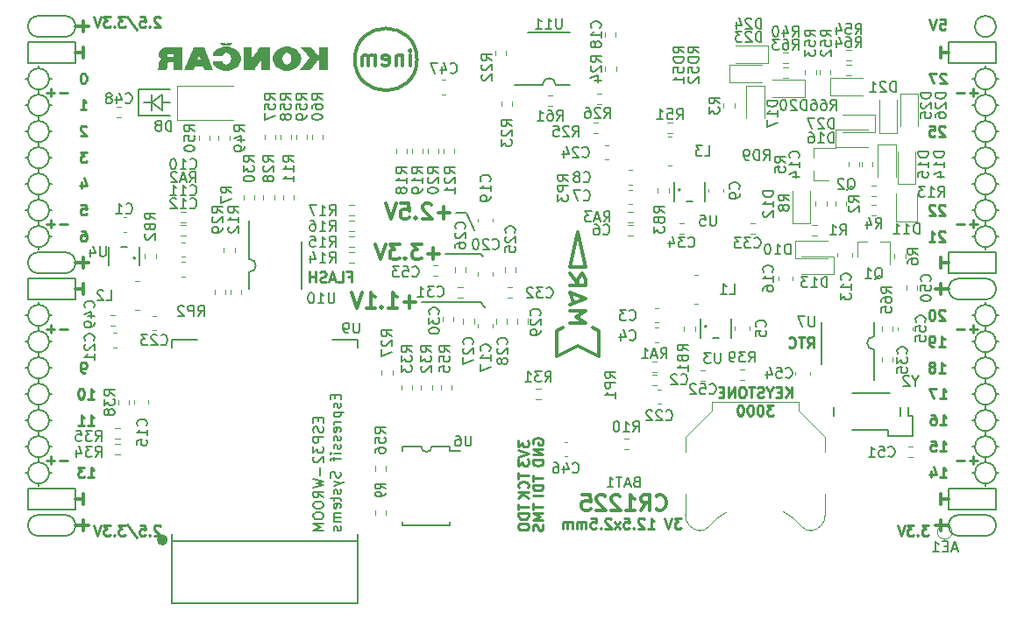
<source format=gbo>
G04 #@! TF.GenerationSoftware,KiCad,Pcbnew,5.0.0-rc2+dfsg1-3*
G04 #@! TF.CreationDate,2018-06-10T23:04:07+02:00*
G04 #@! TF.ProjectId,ulx3s,756C7833732E6B696361645F70636200,rev?*
G04 #@! TF.SameCoordinates,Original*
G04 #@! TF.FileFunction,Legend,Bot*
G04 #@! TF.FilePolarity,Positive*
%FSLAX46Y46*%
G04 Gerber Fmt 4.6, Leading zero omitted, Abs format (unit mm)*
G04 Created by KiCad (PCBNEW 5.0.0-rc2+dfsg1-3) date Sun Jun 10 23:04:07 2018*
%MOMM*%
%LPD*%
G01*
G04 APERTURE LIST*
%ADD10C,0.200000*%
%ADD11C,0.250000*%
%ADD12C,0.300000*%
%ADD13C,0.150000*%
%ADD14C,0.500000*%
%ADD15C,0.120000*%
%ADD16C,0.100000*%
G04 APERTURE END LIST*
D10*
X136660000Y-80742000D02*
X135644000Y-80742000D01*
X137422000Y-82393000D02*
X136660000Y-80742000D01*
X138057000Y-84679000D02*
X134628000Y-84679000D01*
X138311000Y-84933000D02*
X138057000Y-84679000D01*
X138057000Y-89378000D02*
X138438000Y-89886000D01*
X132342000Y-89378000D02*
X138057000Y-89378000D01*
D11*
X99893476Y-96180380D02*
X99703000Y-96180380D01*
X99607761Y-96132761D01*
X99560142Y-96085142D01*
X99464904Y-95942285D01*
X99417285Y-95751809D01*
X99417285Y-95370857D01*
X99464904Y-95275619D01*
X99512523Y-95228000D01*
X99607761Y-95180380D01*
X99798238Y-95180380D01*
X99893476Y-95228000D01*
X99941095Y-95275619D01*
X99988714Y-95370857D01*
X99988714Y-95608952D01*
X99941095Y-95704190D01*
X99893476Y-95751809D01*
X99798238Y-95799428D01*
X99607761Y-95799428D01*
X99512523Y-95751809D01*
X99464904Y-95704190D01*
X99417285Y-95608952D01*
X100147476Y-101260380D02*
X100718904Y-101260380D01*
X100433190Y-101260380D02*
X100433190Y-100260380D01*
X100528428Y-100403238D01*
X100623666Y-100498476D01*
X100718904Y-100546095D01*
X99195095Y-101260380D02*
X99766523Y-101260380D01*
X99480809Y-101260380D02*
X99480809Y-100260380D01*
X99576047Y-100403238D01*
X99671285Y-100498476D01*
X99766523Y-100546095D01*
D10*
X105037000Y-68804000D02*
X108085000Y-68804000D01*
X105037000Y-71344000D02*
X105037000Y-68804000D01*
X108085000Y-71344000D02*
X105037000Y-71344000D01*
X107323000Y-70074000D02*
X108085000Y-70074000D01*
X106307000Y-70074000D02*
X105545000Y-70074000D01*
X106307000Y-70836000D02*
X106307000Y-70074000D01*
X106307000Y-69312000D02*
X106307000Y-70836000D01*
X107323000Y-69312000D02*
X107323000Y-70836000D01*
X106307000Y-70074000D02*
X107323000Y-69312000D01*
X107323000Y-70836000D02*
X106307000Y-70074000D01*
D11*
X182887904Y-72415619D02*
X182840285Y-72368000D01*
X182745047Y-72320380D01*
X182506952Y-72320380D01*
X182411714Y-72368000D01*
X182364095Y-72415619D01*
X182316476Y-72510857D01*
X182316476Y-72606095D01*
X182364095Y-72748952D01*
X182935523Y-73320380D01*
X182316476Y-73320380D01*
X181411714Y-72320380D02*
X181887904Y-72320380D01*
X181935523Y-72796571D01*
X181887904Y-72748952D01*
X181792666Y-72701333D01*
X181554571Y-72701333D01*
X181459333Y-72748952D01*
X181411714Y-72796571D01*
X181364095Y-72891809D01*
X181364095Y-73129904D01*
X181411714Y-73225142D01*
X181459333Y-73272761D01*
X181554571Y-73320380D01*
X181792666Y-73320380D01*
X181887904Y-73272761D01*
X181935523Y-73225142D01*
X182887904Y-80035619D02*
X182840285Y-79988000D01*
X182745047Y-79940380D01*
X182506952Y-79940380D01*
X182411714Y-79988000D01*
X182364095Y-80035619D01*
X182316476Y-80130857D01*
X182316476Y-80226095D01*
X182364095Y-80368952D01*
X182935523Y-80940380D01*
X182316476Y-80940380D01*
X181935523Y-80035619D02*
X181887904Y-79988000D01*
X181792666Y-79940380D01*
X181554571Y-79940380D01*
X181459333Y-79988000D01*
X181411714Y-80035619D01*
X181364095Y-80130857D01*
X181364095Y-80226095D01*
X181411714Y-80368952D01*
X181983142Y-80940380D01*
X181364095Y-80940380D01*
X182887904Y-82575619D02*
X182840285Y-82528000D01*
X182745047Y-82480380D01*
X182506952Y-82480380D01*
X182411714Y-82528000D01*
X182364095Y-82575619D01*
X182316476Y-82670857D01*
X182316476Y-82766095D01*
X182364095Y-82908952D01*
X182935523Y-83480380D01*
X182316476Y-83480380D01*
X181364095Y-83480380D02*
X181935523Y-83480380D01*
X181649809Y-83480380D02*
X181649809Y-82480380D01*
X181745047Y-82623238D01*
X181840285Y-82718476D01*
X181935523Y-82766095D01*
X182887904Y-90195619D02*
X182840285Y-90148000D01*
X182745047Y-90100380D01*
X182506952Y-90100380D01*
X182411714Y-90148000D01*
X182364095Y-90195619D01*
X182316476Y-90290857D01*
X182316476Y-90386095D01*
X182364095Y-90528952D01*
X182935523Y-91100380D01*
X182316476Y-91100380D01*
X181697428Y-90100380D02*
X181602190Y-90100380D01*
X181506952Y-90148000D01*
X181459333Y-90195619D01*
X181411714Y-90290857D01*
X181364095Y-90481333D01*
X181364095Y-90719428D01*
X181411714Y-90909904D01*
X181459333Y-91005142D01*
X181506952Y-91052761D01*
X181602190Y-91100380D01*
X181697428Y-91100380D01*
X181792666Y-91052761D01*
X181840285Y-91005142D01*
X181887904Y-90909904D01*
X181935523Y-90719428D01*
X181935523Y-90481333D01*
X181887904Y-90290857D01*
X181840285Y-90195619D01*
X181792666Y-90148000D01*
X181697428Y-90100380D01*
X182316476Y-93640380D02*
X182887904Y-93640380D01*
X182602190Y-93640380D02*
X182602190Y-92640380D01*
X182697428Y-92783238D01*
X182792666Y-92878476D01*
X182887904Y-92926095D01*
X181840285Y-93640380D02*
X181649809Y-93640380D01*
X181554571Y-93592761D01*
X181506952Y-93545142D01*
X181411714Y-93402285D01*
X181364095Y-93211809D01*
X181364095Y-92830857D01*
X181411714Y-92735619D01*
X181459333Y-92688000D01*
X181554571Y-92640380D01*
X181745047Y-92640380D01*
X181840285Y-92688000D01*
X181887904Y-92735619D01*
X181935523Y-92830857D01*
X181935523Y-93068952D01*
X181887904Y-93164190D01*
X181840285Y-93211809D01*
X181745047Y-93259428D01*
X181554571Y-93259428D01*
X181459333Y-93211809D01*
X181411714Y-93164190D01*
X181364095Y-93068952D01*
X182316476Y-96180380D02*
X182887904Y-96180380D01*
X182602190Y-96180380D02*
X182602190Y-95180380D01*
X182697428Y-95323238D01*
X182792666Y-95418476D01*
X182887904Y-95466095D01*
X181745047Y-95608952D02*
X181840285Y-95561333D01*
X181887904Y-95513714D01*
X181935523Y-95418476D01*
X181935523Y-95370857D01*
X181887904Y-95275619D01*
X181840285Y-95228000D01*
X181745047Y-95180380D01*
X181554571Y-95180380D01*
X181459333Y-95228000D01*
X181411714Y-95275619D01*
X181364095Y-95370857D01*
X181364095Y-95418476D01*
X181411714Y-95513714D01*
X181459333Y-95561333D01*
X181554571Y-95608952D01*
X181745047Y-95608952D01*
X181840285Y-95656571D01*
X181887904Y-95704190D01*
X181935523Y-95799428D01*
X181935523Y-95989904D01*
X181887904Y-96085142D01*
X181840285Y-96132761D01*
X181745047Y-96180380D01*
X181554571Y-96180380D01*
X181459333Y-96132761D01*
X181411714Y-96085142D01*
X181364095Y-95989904D01*
X181364095Y-95799428D01*
X181411714Y-95704190D01*
X181459333Y-95656571D01*
X181554571Y-95608952D01*
X125269476Y-86893571D02*
X125602809Y-86893571D01*
X125602809Y-87417380D02*
X125602809Y-86417380D01*
X125126619Y-86417380D01*
X124269476Y-87417380D02*
X124745666Y-87417380D01*
X124745666Y-86417380D01*
X123983761Y-87131666D02*
X123507571Y-87131666D01*
X124079000Y-87417380D02*
X123745666Y-86417380D01*
X123412333Y-87417380D01*
X123126619Y-87369761D02*
X122983761Y-87417380D01*
X122745666Y-87417380D01*
X122650428Y-87369761D01*
X122602809Y-87322142D01*
X122555190Y-87226904D01*
X122555190Y-87131666D01*
X122602809Y-87036428D01*
X122650428Y-86988809D01*
X122745666Y-86941190D01*
X122936142Y-86893571D01*
X123031380Y-86845952D01*
X123079000Y-86798333D01*
X123126619Y-86703095D01*
X123126619Y-86607857D01*
X123079000Y-86512619D01*
X123031380Y-86465000D01*
X122936142Y-86417380D01*
X122698047Y-86417380D01*
X122555190Y-86465000D01*
X122126619Y-87417380D02*
X122126619Y-86417380D01*
X122126619Y-86893571D02*
X121555190Y-86893571D01*
X121555190Y-87417380D02*
X121555190Y-86417380D01*
X157418095Y-110252380D02*
X156799047Y-110252380D01*
X157132380Y-110633333D01*
X156989523Y-110633333D01*
X156894285Y-110680952D01*
X156846666Y-110728571D01*
X156799047Y-110823809D01*
X156799047Y-111061904D01*
X156846666Y-111157142D01*
X156894285Y-111204761D01*
X156989523Y-111252380D01*
X157275238Y-111252380D01*
X157370476Y-111204761D01*
X157418095Y-111157142D01*
X156513333Y-110252380D02*
X156180000Y-111252380D01*
X155846666Y-110252380D01*
X154227619Y-111252380D02*
X154799047Y-111252380D01*
X154513333Y-111252380D02*
X154513333Y-110252380D01*
X154608571Y-110395238D01*
X154703809Y-110490476D01*
X154799047Y-110538095D01*
X153846666Y-110347619D02*
X153799047Y-110300000D01*
X153703809Y-110252380D01*
X153465714Y-110252380D01*
X153370476Y-110300000D01*
X153322857Y-110347619D01*
X153275238Y-110442857D01*
X153275238Y-110538095D01*
X153322857Y-110680952D01*
X153894285Y-111252380D01*
X153275238Y-111252380D01*
X152846666Y-111157142D02*
X152799047Y-111204761D01*
X152846666Y-111252380D01*
X152894285Y-111204761D01*
X152846666Y-111157142D01*
X152846666Y-111252380D01*
X151894285Y-110252380D02*
X152370476Y-110252380D01*
X152418095Y-110728571D01*
X152370476Y-110680952D01*
X152275238Y-110633333D01*
X152037142Y-110633333D01*
X151941904Y-110680952D01*
X151894285Y-110728571D01*
X151846666Y-110823809D01*
X151846666Y-111061904D01*
X151894285Y-111157142D01*
X151941904Y-111204761D01*
X152037142Y-111252380D01*
X152275238Y-111252380D01*
X152370476Y-111204761D01*
X152418095Y-111157142D01*
X151513333Y-111252380D02*
X150989523Y-110585714D01*
X151513333Y-110585714D02*
X150989523Y-111252380D01*
X150656190Y-110347619D02*
X150608571Y-110300000D01*
X150513333Y-110252380D01*
X150275238Y-110252380D01*
X150180000Y-110300000D01*
X150132380Y-110347619D01*
X150084761Y-110442857D01*
X150084761Y-110538095D01*
X150132380Y-110680952D01*
X150703809Y-111252380D01*
X150084761Y-111252380D01*
X149656190Y-111157142D02*
X149608571Y-111204761D01*
X149656190Y-111252380D01*
X149703809Y-111204761D01*
X149656190Y-111157142D01*
X149656190Y-111252380D01*
X148703809Y-110252380D02*
X149180000Y-110252380D01*
X149227619Y-110728571D01*
X149180000Y-110680952D01*
X149084761Y-110633333D01*
X148846666Y-110633333D01*
X148751428Y-110680952D01*
X148703809Y-110728571D01*
X148656190Y-110823809D01*
X148656190Y-111061904D01*
X148703809Y-111157142D01*
X148751428Y-111204761D01*
X148846666Y-111252380D01*
X149084761Y-111252380D01*
X149180000Y-111204761D01*
X149227619Y-111157142D01*
X148227619Y-111252380D02*
X148227619Y-110585714D01*
X148227619Y-110680952D02*
X148180000Y-110633333D01*
X148084761Y-110585714D01*
X147941904Y-110585714D01*
X147846666Y-110633333D01*
X147799047Y-110728571D01*
X147799047Y-111252380D01*
X147799047Y-110728571D02*
X147751428Y-110633333D01*
X147656190Y-110585714D01*
X147513333Y-110585714D01*
X147418095Y-110633333D01*
X147370476Y-110728571D01*
X147370476Y-111252380D01*
X146894285Y-111252380D02*
X146894285Y-110585714D01*
X146894285Y-110680952D02*
X146846666Y-110633333D01*
X146751428Y-110585714D01*
X146608571Y-110585714D01*
X146513333Y-110633333D01*
X146465714Y-110728571D01*
X146465714Y-111252380D01*
X146465714Y-110728571D02*
X146418095Y-110633333D01*
X146322857Y-110585714D01*
X146180000Y-110585714D01*
X146084761Y-110633333D01*
X146037142Y-110728571D01*
X146037142Y-111252380D01*
X168085000Y-98577380D02*
X168085000Y-97577380D01*
X167513571Y-98577380D02*
X167942142Y-98005952D01*
X167513571Y-97577380D02*
X168085000Y-98148809D01*
X167085000Y-98053571D02*
X166751666Y-98053571D01*
X166608809Y-98577380D02*
X167085000Y-98577380D01*
X167085000Y-97577380D01*
X166608809Y-97577380D01*
X165989761Y-98101190D02*
X165989761Y-98577380D01*
X166323095Y-97577380D02*
X165989761Y-98101190D01*
X165656428Y-97577380D01*
X165370714Y-98529761D02*
X165227857Y-98577380D01*
X164989761Y-98577380D01*
X164894523Y-98529761D01*
X164846904Y-98482142D01*
X164799285Y-98386904D01*
X164799285Y-98291666D01*
X164846904Y-98196428D01*
X164894523Y-98148809D01*
X164989761Y-98101190D01*
X165180238Y-98053571D01*
X165275476Y-98005952D01*
X165323095Y-97958333D01*
X165370714Y-97863095D01*
X165370714Y-97767857D01*
X165323095Y-97672619D01*
X165275476Y-97625000D01*
X165180238Y-97577380D01*
X164942142Y-97577380D01*
X164799285Y-97625000D01*
X164513571Y-97577380D02*
X163942142Y-97577380D01*
X164227857Y-98577380D02*
X164227857Y-97577380D01*
X163418333Y-97577380D02*
X163227857Y-97577380D01*
X163132619Y-97625000D01*
X163037380Y-97720238D01*
X162989761Y-97910714D01*
X162989761Y-98244047D01*
X163037380Y-98434523D01*
X163132619Y-98529761D01*
X163227857Y-98577380D01*
X163418333Y-98577380D01*
X163513571Y-98529761D01*
X163608809Y-98434523D01*
X163656428Y-98244047D01*
X163656428Y-97910714D01*
X163608809Y-97720238D01*
X163513571Y-97625000D01*
X163418333Y-97577380D01*
X162561190Y-98577380D02*
X162561190Y-97577380D01*
X161989761Y-98577380D01*
X161989761Y-97577380D01*
X161513571Y-98053571D02*
X161180238Y-98053571D01*
X161037380Y-98577380D02*
X161513571Y-98577380D01*
X161513571Y-97577380D01*
X161037380Y-97577380D01*
X166346904Y-99327380D02*
X165727857Y-99327380D01*
X166061190Y-99708333D01*
X165918333Y-99708333D01*
X165823095Y-99755952D01*
X165775476Y-99803571D01*
X165727857Y-99898809D01*
X165727857Y-100136904D01*
X165775476Y-100232142D01*
X165823095Y-100279761D01*
X165918333Y-100327380D01*
X166204047Y-100327380D01*
X166299285Y-100279761D01*
X166346904Y-100232142D01*
X165108809Y-99327380D02*
X165013571Y-99327380D01*
X164918333Y-99375000D01*
X164870714Y-99422619D01*
X164823095Y-99517857D01*
X164775476Y-99708333D01*
X164775476Y-99946428D01*
X164823095Y-100136904D01*
X164870714Y-100232142D01*
X164918333Y-100279761D01*
X165013571Y-100327380D01*
X165108809Y-100327380D01*
X165204047Y-100279761D01*
X165251666Y-100232142D01*
X165299285Y-100136904D01*
X165346904Y-99946428D01*
X165346904Y-99708333D01*
X165299285Y-99517857D01*
X165251666Y-99422619D01*
X165204047Y-99375000D01*
X165108809Y-99327380D01*
X164156428Y-99327380D02*
X164061190Y-99327380D01*
X163965952Y-99375000D01*
X163918333Y-99422619D01*
X163870714Y-99517857D01*
X163823095Y-99708333D01*
X163823095Y-99946428D01*
X163870714Y-100136904D01*
X163918333Y-100232142D01*
X163965952Y-100279761D01*
X164061190Y-100327380D01*
X164156428Y-100327380D01*
X164251666Y-100279761D01*
X164299285Y-100232142D01*
X164346904Y-100136904D01*
X164394523Y-99946428D01*
X164394523Y-99708333D01*
X164346904Y-99517857D01*
X164299285Y-99422619D01*
X164251666Y-99375000D01*
X164156428Y-99327380D01*
X163204047Y-99327380D02*
X163108809Y-99327380D01*
X163013571Y-99375000D01*
X162965952Y-99422619D01*
X162918333Y-99517857D01*
X162870714Y-99708333D01*
X162870714Y-99946428D01*
X162918333Y-100136904D01*
X162965952Y-100232142D01*
X163013571Y-100279761D01*
X163108809Y-100327380D01*
X163204047Y-100327380D01*
X163299285Y-100279761D01*
X163346904Y-100232142D01*
X163394523Y-100136904D01*
X163442142Y-99946428D01*
X163442142Y-99708333D01*
X163394523Y-99517857D01*
X163346904Y-99422619D01*
X163299285Y-99375000D01*
X163204047Y-99327380D01*
D12*
X182492000Y-87582000D02*
X182492000Y-88598000D01*
X183254000Y-88090000D02*
X181984000Y-88090000D01*
X182492000Y-110442000D02*
X182492000Y-111458000D01*
X183254000Y-110950000D02*
X181984000Y-110950000D01*
X99688000Y-62182000D02*
X99688000Y-63198000D01*
X98926000Y-62690000D02*
X100196000Y-62690000D01*
X99688000Y-110442000D02*
X99688000Y-111458000D01*
X98926000Y-110950000D02*
X100196000Y-110950000D01*
X99688000Y-85042000D02*
X99688000Y-86058000D01*
X98926000Y-85550000D02*
X100196000Y-85550000D01*
D10*
X187826000Y-62690000D02*
G75*
G03X187826000Y-62690000I-1016000J0D01*
G01*
X184270000Y-87074000D02*
X186810000Y-87074000D01*
X184270000Y-89106000D02*
X186810000Y-89106000D01*
X184270000Y-87074000D02*
G75*
G03X184270000Y-89106000I0J-1016000D01*
G01*
X186810000Y-89106000D02*
G75*
G03X186810000Y-87074000I0J1016000D01*
G01*
X184270000Y-111966000D02*
X186810000Y-111966000D01*
X184270000Y-109934000D02*
X186810000Y-109934000D01*
X184270000Y-109934000D02*
G75*
G03X184270000Y-111966000I0J-1016000D01*
G01*
X186810000Y-111966000D02*
G75*
G03X186810000Y-109934000I0J1016000D01*
G01*
X97910000Y-63706000D02*
G75*
G03X97910000Y-61674000I0J1016000D01*
G01*
X95370000Y-61674000D02*
X97910000Y-61674000D01*
X95370000Y-63706000D02*
X97910000Y-63706000D01*
X95370000Y-61674000D02*
G75*
G03X95370000Y-63706000I0J-1016000D01*
G01*
X95370000Y-86566000D02*
X97910000Y-86566000D01*
X95370000Y-84534000D02*
X97910000Y-84534000D01*
X95370000Y-84534000D02*
G75*
G03X95370000Y-86566000I0J-1016000D01*
G01*
X97910000Y-86566000D02*
G75*
G03X97910000Y-84534000I0J1016000D01*
G01*
X95370000Y-111966000D02*
X97910000Y-111966000D01*
X95370000Y-109934000D02*
X97910000Y-109934000D01*
X95370000Y-109934000D02*
G75*
G03X95370000Y-111966000I0J-1016000D01*
G01*
X97910000Y-111966000D02*
G75*
G03X97910000Y-109934000I0J1016000D01*
G01*
X98926000Y-107394000D02*
X94354000Y-107394000D01*
X98926000Y-109426000D02*
X98926000Y-107394000D01*
X94354000Y-109426000D02*
X98926000Y-109426000D01*
X94354000Y-107394000D02*
X94354000Y-109426000D01*
X187826000Y-107394000D02*
X183254000Y-107394000D01*
X187826000Y-109426000D02*
X187826000Y-107394000D01*
X183254000Y-109426000D02*
X187826000Y-109426000D01*
X183254000Y-107394000D02*
X183254000Y-109426000D01*
X187826000Y-84534000D02*
X183254000Y-84534000D01*
X187826000Y-86566000D02*
X187826000Y-84534000D01*
X183254000Y-86566000D02*
X187826000Y-86566000D01*
X183254000Y-84534000D02*
X183254000Y-86566000D01*
X187826000Y-64214000D02*
X183254000Y-64214000D01*
X187826000Y-66246000D02*
X187826000Y-64214000D01*
X183254000Y-66246000D02*
X187826000Y-66246000D01*
X183254000Y-64214000D02*
X183254000Y-66246000D01*
X98926000Y-64214000D02*
X94354000Y-64214000D01*
X98926000Y-66246000D02*
X98926000Y-64214000D01*
X94354000Y-66246000D02*
X98926000Y-66246000D01*
X94354000Y-64214000D02*
X94354000Y-66246000D01*
X98926000Y-87074000D02*
X94354000Y-87074000D01*
X98926000Y-89106000D02*
X98926000Y-87074000D01*
X94354000Y-89106000D02*
X98926000Y-89106000D01*
X94354000Y-87074000D02*
X94354000Y-89106000D01*
D11*
X186032000Y-91971428D02*
X185270095Y-91971428D01*
X185651047Y-92352380D02*
X185651047Y-91590476D01*
X184793904Y-91971428D02*
X184032000Y-91971428D01*
X186032000Y-69111428D02*
X185270095Y-69111428D01*
X185651047Y-69492380D02*
X185651047Y-68730476D01*
X184793904Y-69111428D02*
X184032000Y-69111428D01*
X186032000Y-81811428D02*
X185270095Y-81811428D01*
X185651047Y-82192380D02*
X185651047Y-81430476D01*
X184793904Y-81811428D02*
X184032000Y-81811428D01*
X186032000Y-104671428D02*
X185270095Y-104671428D01*
X185651047Y-105052380D02*
X185651047Y-104290476D01*
X184793904Y-104671428D02*
X184032000Y-104671428D01*
X98148000Y-104671428D02*
X97386095Y-104671428D01*
X96909904Y-104671428D02*
X96148000Y-104671428D01*
X96528952Y-105052380D02*
X96528952Y-104290476D01*
X98148000Y-91971428D02*
X97386095Y-91971428D01*
X96909904Y-91971428D02*
X96148000Y-91971428D01*
X96528952Y-92352380D02*
X96528952Y-91590476D01*
X98148000Y-81811428D02*
X97386095Y-81811428D01*
X96909904Y-81811428D02*
X96148000Y-81811428D01*
X96528952Y-82192380D02*
X96528952Y-81430476D01*
X98148000Y-69111428D02*
X97386095Y-69111428D01*
X96909904Y-69111428D02*
X96148000Y-69111428D01*
X96528952Y-69492380D02*
X96528952Y-68730476D01*
D12*
X182492000Y-107902000D02*
X182492000Y-108918000D01*
X183254000Y-108410000D02*
X182492000Y-108410000D01*
D10*
X95370000Y-96726000D02*
X95370000Y-97234000D01*
X96386000Y-95710000D02*
X96640000Y-95710000D01*
X94354000Y-95710000D02*
X94100000Y-95710000D01*
X187826000Y-98250000D02*
X188080000Y-98250000D01*
X187826000Y-83010000D02*
X188080000Y-83010000D01*
X95370000Y-107140000D02*
X95370000Y-106886000D01*
X96386000Y-105870000D02*
X96640000Y-105870000D01*
X94354000Y-105870000D02*
X94100000Y-105870000D01*
X94354000Y-103330000D02*
X94100000Y-103330000D01*
X95370000Y-104346000D02*
X95370000Y-104854000D01*
X96386000Y-103330000D02*
X96640000Y-103330000D01*
X94354000Y-100790000D02*
X94100000Y-100790000D01*
X95370000Y-102314000D02*
X95370000Y-101806000D01*
X96386000Y-100790000D02*
X96640000Y-100790000D01*
X95370000Y-99266000D02*
X95370000Y-99774000D01*
X94354000Y-98250000D02*
X94100000Y-98250000D01*
X96386000Y-98250000D02*
X96640000Y-98250000D01*
X95370000Y-94186000D02*
X95370000Y-94694000D01*
X96386000Y-93170000D02*
X96640000Y-93170000D01*
X94354000Y-93170000D02*
X94100000Y-93170000D01*
X94354000Y-90630000D02*
X94100000Y-90630000D01*
X95370000Y-91646000D02*
X95370000Y-92154000D01*
X96640000Y-90630000D02*
X96386000Y-90630000D01*
X95370000Y-89360000D02*
X95370000Y-89614000D01*
X94354000Y-83010000D02*
X94100000Y-83010000D01*
X95370000Y-84280000D02*
X95370000Y-84026000D01*
X96386000Y-83010000D02*
X96640000Y-83010000D01*
X95370000Y-81486000D02*
X95370000Y-81994000D01*
X94354000Y-80470000D02*
X94100000Y-80470000D01*
X96640000Y-80470000D02*
X96386000Y-80470000D01*
X95370000Y-78946000D02*
X95370000Y-79454000D01*
X96386000Y-77930000D02*
X96640000Y-77930000D01*
X94354000Y-77930000D02*
X94100000Y-77930000D01*
X95370000Y-76406000D02*
X95370000Y-76914000D01*
X94354000Y-75390000D02*
X94100000Y-75390000D01*
X96386000Y-75390000D02*
X96640000Y-75390000D01*
X95370000Y-73866000D02*
X95370000Y-74374000D01*
X96386000Y-72850000D02*
X96640000Y-72850000D01*
X94100000Y-72850000D02*
X94354000Y-72850000D01*
X94354000Y-70310000D02*
X94100000Y-70310000D01*
X96640000Y-70310000D02*
X96386000Y-70310000D01*
X95370000Y-71326000D02*
X95370000Y-71834000D01*
X95370000Y-68786000D02*
X95370000Y-69294000D01*
X96386000Y-67770000D02*
X96640000Y-67770000D01*
X94354000Y-67770000D02*
X94100000Y-67770000D01*
X95370000Y-66500000D02*
X95370000Y-66754000D01*
X187826000Y-105870000D02*
X188080000Y-105870000D01*
X186810000Y-107140000D02*
X186810000Y-106886000D01*
X185540000Y-105870000D02*
X185794000Y-105870000D01*
X186810000Y-104346000D02*
X186810000Y-104854000D01*
X187826000Y-103330000D02*
X188080000Y-103330000D01*
X185540000Y-103330000D02*
X185794000Y-103330000D01*
X186810000Y-101806000D02*
X186810000Y-102314000D01*
X187826000Y-100790000D02*
X188080000Y-100790000D01*
X185540000Y-100790000D02*
X185794000Y-100790000D01*
X186810000Y-99266000D02*
X186810000Y-99774000D01*
X185540000Y-98250000D02*
X185794000Y-98250000D01*
X186810000Y-97234000D02*
X186810000Y-96726000D01*
X187826000Y-95710000D02*
X188080000Y-95710000D01*
X185540000Y-95710000D02*
X185794000Y-95710000D01*
X186810000Y-94694000D02*
X186810000Y-94186000D01*
X187826000Y-93170000D02*
X188080000Y-93170000D01*
X185540000Y-93170000D02*
X185794000Y-93170000D01*
X186810000Y-92154000D02*
X186810000Y-91646000D01*
X187826000Y-90630000D02*
X188080000Y-90630000D01*
X185540000Y-90630000D02*
X185794000Y-90630000D01*
X186810000Y-89360000D02*
X186810000Y-89614000D01*
X186810000Y-84280000D02*
X186810000Y-84026000D01*
X185540000Y-83010000D02*
X185794000Y-83010000D01*
X186810000Y-81994000D02*
X186810000Y-81486000D01*
X185794000Y-80470000D02*
X185540000Y-80470000D01*
X187826000Y-80470000D02*
X188080000Y-80470000D01*
X186810000Y-78946000D02*
X186810000Y-79454000D01*
X185794000Y-77930000D02*
X185540000Y-77930000D01*
X187826000Y-77930000D02*
X188080000Y-77930000D01*
X186810000Y-76406000D02*
X186810000Y-76914000D01*
X186810000Y-73866000D02*
X186810000Y-74374000D01*
X185794000Y-75390000D02*
X185540000Y-75390000D01*
X187826000Y-75390000D02*
X188080000Y-75390000D01*
X187826000Y-72850000D02*
X188080000Y-72850000D01*
X185540000Y-72850000D02*
X185794000Y-72850000D01*
X186810000Y-71834000D02*
X186810000Y-71326000D01*
X187826000Y-70310000D02*
X188080000Y-70310000D01*
X185540000Y-70310000D02*
X185794000Y-70310000D01*
X187826000Y-67770000D02*
X188080000Y-67770000D01*
X186810000Y-68786000D02*
X186810000Y-69294000D01*
X185540000Y-67770000D02*
X185794000Y-67770000D01*
X186810000Y-66500000D02*
X186810000Y-66754000D01*
X187826000Y-67770000D02*
G75*
G03X187826000Y-67770000I-1016000J0D01*
G01*
X187826000Y-70310000D02*
G75*
G03X187826000Y-70310000I-1016000J0D01*
G01*
X187826000Y-72850000D02*
G75*
G03X187826000Y-72850000I-1016000J0D01*
G01*
X187826000Y-75390000D02*
G75*
G03X187826000Y-75390000I-1016000J0D01*
G01*
X187826000Y-77930000D02*
G75*
G03X187826000Y-77930000I-1016000J0D01*
G01*
X187826000Y-80470000D02*
G75*
G03X187826000Y-80470000I-1016000J0D01*
G01*
X187826000Y-83010000D02*
G75*
G03X187826000Y-83010000I-1016000J0D01*
G01*
X187826000Y-90630000D02*
G75*
G03X187826000Y-90630000I-1016000J0D01*
G01*
X187826000Y-93170000D02*
G75*
G03X187826000Y-93170000I-1016000J0D01*
G01*
X187826000Y-95710000D02*
G75*
G03X187826000Y-95710000I-1016000J0D01*
G01*
X187826000Y-98250000D02*
G75*
G03X187826000Y-98250000I-1016000J0D01*
G01*
X187826000Y-100790000D02*
G75*
G03X187826000Y-100790000I-1016000J0D01*
G01*
X187826000Y-103330000D02*
G75*
G03X187826000Y-103330000I-1016000J0D01*
G01*
X187826000Y-105870000D02*
G75*
G03X187826000Y-105870000I-1016000J0D01*
G01*
X96386000Y-105870000D02*
G75*
G03X96386000Y-105870000I-1016000J0D01*
G01*
X96386000Y-103330000D02*
G75*
G03X96386000Y-103330000I-1016000J0D01*
G01*
X96386000Y-100790000D02*
G75*
G03X96386000Y-100790000I-1016000J0D01*
G01*
X96386000Y-98250000D02*
G75*
G03X96386000Y-98250000I-1016000J0D01*
G01*
X96386000Y-95710000D02*
G75*
G03X96386000Y-95710000I-1016000J0D01*
G01*
X96386000Y-93170000D02*
G75*
G03X96386000Y-93170000I-1016000J0D01*
G01*
X96386000Y-90630000D02*
G75*
G03X96386000Y-90630000I-1016000J0D01*
G01*
X96386000Y-83010000D02*
G75*
G03X96386000Y-83010000I-1016000J0D01*
G01*
X96386000Y-80470000D02*
G75*
G03X96386000Y-80470000I-1016000J0D01*
G01*
X96386000Y-77930000D02*
G75*
G03X96386000Y-77930000I-1016000J0D01*
G01*
X96386000Y-75390000D02*
G75*
G03X96386000Y-75390000I-1016000J0D01*
G01*
X96386000Y-72850000D02*
G75*
G03X96386000Y-72850000I-1016000J0D01*
G01*
X96386000Y-70310000D02*
G75*
G03X96386000Y-70310000I-1016000J0D01*
G01*
X96386000Y-67770000D02*
G75*
G03X96386000Y-67770000I-1016000J0D01*
G01*
D11*
X182428476Y-62015380D02*
X182904666Y-62015380D01*
X182952285Y-62491571D01*
X182904666Y-62443952D01*
X182809428Y-62396333D01*
X182571333Y-62396333D01*
X182476095Y-62443952D01*
X182428476Y-62491571D01*
X182380857Y-62586809D01*
X182380857Y-62824904D01*
X182428476Y-62920142D01*
X182476095Y-62967761D01*
X182571333Y-63015380D01*
X182809428Y-63015380D01*
X182904666Y-62967761D01*
X182952285Y-62920142D01*
X182095142Y-62015380D02*
X181761809Y-63015380D01*
X181428476Y-62015380D01*
D12*
X182492000Y-64722000D02*
X182492000Y-65738000D01*
X183254000Y-65230000D02*
X182492000Y-65230000D01*
D11*
X182999904Y-67317619D02*
X182952285Y-67270000D01*
X182857047Y-67222380D01*
X182618952Y-67222380D01*
X182523714Y-67270000D01*
X182476095Y-67317619D01*
X182428476Y-67412857D01*
X182428476Y-67508095D01*
X182476095Y-67650952D01*
X183047523Y-68222380D01*
X182428476Y-68222380D01*
X182095142Y-67222380D02*
X181428476Y-67222380D01*
X181857047Y-68222380D01*
D12*
X182492000Y-85042000D02*
X182492000Y-86058000D01*
X183254000Y-85550000D02*
X182492000Y-85550000D01*
D11*
X182428476Y-98702380D02*
X182999904Y-98702380D01*
X182714190Y-98702380D02*
X182714190Y-97702380D01*
X182809428Y-97845238D01*
X182904666Y-97940476D01*
X182999904Y-97988095D01*
X182095142Y-97702380D02*
X181428476Y-97702380D01*
X181857047Y-98702380D01*
X182428476Y-101242380D02*
X182999904Y-101242380D01*
X182714190Y-101242380D02*
X182714190Y-100242380D01*
X182809428Y-100385238D01*
X182904666Y-100480476D01*
X182999904Y-100528095D01*
X181571333Y-100242380D02*
X181761809Y-100242380D01*
X181857047Y-100290000D01*
X181904666Y-100337619D01*
X181999904Y-100480476D01*
X182047523Y-100670952D01*
X182047523Y-101051904D01*
X181999904Y-101147142D01*
X181952285Y-101194761D01*
X181857047Y-101242380D01*
X181666571Y-101242380D01*
X181571333Y-101194761D01*
X181523714Y-101147142D01*
X181476095Y-101051904D01*
X181476095Y-100813809D01*
X181523714Y-100718571D01*
X181571333Y-100670952D01*
X181666571Y-100623333D01*
X181857047Y-100623333D01*
X181952285Y-100670952D01*
X181999904Y-100718571D01*
X182047523Y-100813809D01*
X182428476Y-103782380D02*
X182999904Y-103782380D01*
X182714190Y-103782380D02*
X182714190Y-102782380D01*
X182809428Y-102925238D01*
X182904666Y-103020476D01*
X182999904Y-103068095D01*
X181523714Y-102782380D02*
X181999904Y-102782380D01*
X182047523Y-103258571D01*
X181999904Y-103210952D01*
X181904666Y-103163333D01*
X181666571Y-103163333D01*
X181571333Y-103210952D01*
X181523714Y-103258571D01*
X181476095Y-103353809D01*
X181476095Y-103591904D01*
X181523714Y-103687142D01*
X181571333Y-103734761D01*
X181666571Y-103782380D01*
X181904666Y-103782380D01*
X181999904Y-103734761D01*
X182047523Y-103687142D01*
X182428476Y-106322380D02*
X182999904Y-106322380D01*
X182714190Y-106322380D02*
X182714190Y-105322380D01*
X182809428Y-105465238D01*
X182904666Y-105560476D01*
X182999904Y-105608095D01*
X181571333Y-105655714D02*
X181571333Y-106322380D01*
X181809428Y-105274761D02*
X182047523Y-105989047D01*
X181428476Y-105989047D01*
X181312642Y-110928380D02*
X180693595Y-110928380D01*
X181026928Y-111309333D01*
X180884071Y-111309333D01*
X180788833Y-111356952D01*
X180741214Y-111404571D01*
X180693595Y-111499809D01*
X180693595Y-111737904D01*
X180741214Y-111833142D01*
X180788833Y-111880761D01*
X180884071Y-111928380D01*
X181169785Y-111928380D01*
X181265023Y-111880761D01*
X181312642Y-111833142D01*
X180265023Y-111833142D02*
X180217404Y-111880761D01*
X180265023Y-111928380D01*
X180312642Y-111880761D01*
X180265023Y-111833142D01*
X180265023Y-111928380D01*
X179884071Y-110928380D02*
X179265023Y-110928380D01*
X179598357Y-111309333D01*
X179455500Y-111309333D01*
X179360261Y-111356952D01*
X179312642Y-111404571D01*
X179265023Y-111499809D01*
X179265023Y-111737904D01*
X179312642Y-111833142D01*
X179360261Y-111880761D01*
X179455500Y-111928380D01*
X179741214Y-111928380D01*
X179836452Y-111880761D01*
X179884071Y-111833142D01*
X178979309Y-110928380D02*
X178645976Y-111928380D01*
X178312642Y-110928380D01*
D12*
X99688000Y-108918000D02*
X99688000Y-107902000D01*
X98926000Y-108410000D02*
X99688000Y-108410000D01*
X99688000Y-88598000D02*
X99688000Y-87582000D01*
X98926000Y-88090000D02*
X99688000Y-88090000D01*
X99688000Y-64722000D02*
X99688000Y-65738000D01*
X98926000Y-65230000D02*
X99688000Y-65230000D01*
D11*
X107103690Y-111023619D02*
X107056071Y-110976000D01*
X106960833Y-110928380D01*
X106722738Y-110928380D01*
X106627500Y-110976000D01*
X106579880Y-111023619D01*
X106532261Y-111118857D01*
X106532261Y-111214095D01*
X106579880Y-111356952D01*
X107151309Y-111928380D01*
X106532261Y-111928380D01*
X106103690Y-111833142D02*
X106056071Y-111880761D01*
X106103690Y-111928380D01*
X106151309Y-111880761D01*
X106103690Y-111833142D01*
X106103690Y-111928380D01*
X105151309Y-110928380D02*
X105627500Y-110928380D01*
X105675119Y-111404571D01*
X105627500Y-111356952D01*
X105532261Y-111309333D01*
X105294166Y-111309333D01*
X105198928Y-111356952D01*
X105151309Y-111404571D01*
X105103690Y-111499809D01*
X105103690Y-111737904D01*
X105151309Y-111833142D01*
X105198928Y-111880761D01*
X105294166Y-111928380D01*
X105532261Y-111928380D01*
X105627500Y-111880761D01*
X105675119Y-111833142D01*
X103960833Y-110880761D02*
X104817976Y-112166476D01*
X103722738Y-110928380D02*
X103103690Y-110928380D01*
X103437023Y-111309333D01*
X103294166Y-111309333D01*
X103198928Y-111356952D01*
X103151309Y-111404571D01*
X103103690Y-111499809D01*
X103103690Y-111737904D01*
X103151309Y-111833142D01*
X103198928Y-111880761D01*
X103294166Y-111928380D01*
X103579880Y-111928380D01*
X103675119Y-111880761D01*
X103722738Y-111833142D01*
X102675119Y-111833142D02*
X102627500Y-111880761D01*
X102675119Y-111928380D01*
X102722738Y-111880761D01*
X102675119Y-111833142D01*
X102675119Y-111928380D01*
X102294166Y-110928380D02*
X101675119Y-110928380D01*
X102008452Y-111309333D01*
X101865595Y-111309333D01*
X101770357Y-111356952D01*
X101722738Y-111404571D01*
X101675119Y-111499809D01*
X101675119Y-111737904D01*
X101722738Y-111833142D01*
X101770357Y-111880761D01*
X101865595Y-111928380D01*
X102151309Y-111928380D01*
X102246547Y-111880761D01*
X102294166Y-111833142D01*
X101389404Y-110928380D02*
X101056071Y-111928380D01*
X100722738Y-110928380D01*
X100132476Y-106322380D02*
X100703904Y-106322380D01*
X100418190Y-106322380D02*
X100418190Y-105322380D01*
X100513428Y-105465238D01*
X100608666Y-105560476D01*
X100703904Y-105608095D01*
X99799142Y-105322380D02*
X99180095Y-105322380D01*
X99513428Y-105703333D01*
X99370571Y-105703333D01*
X99275333Y-105750952D01*
X99227714Y-105798571D01*
X99180095Y-105893809D01*
X99180095Y-106131904D01*
X99227714Y-106227142D01*
X99275333Y-106274761D01*
X99370571Y-106322380D01*
X99656285Y-106322380D01*
X99751523Y-106274761D01*
X99799142Y-106227142D01*
X100147476Y-98720380D02*
X100718904Y-98720380D01*
X100433190Y-98720380D02*
X100433190Y-97720380D01*
X100528428Y-97863238D01*
X100623666Y-97958476D01*
X100718904Y-98006095D01*
X99528428Y-97720380D02*
X99433190Y-97720380D01*
X99337952Y-97768000D01*
X99290333Y-97815619D01*
X99242714Y-97910857D01*
X99195095Y-98101333D01*
X99195095Y-98339428D01*
X99242714Y-98529904D01*
X99290333Y-98625142D01*
X99337952Y-98672761D01*
X99433190Y-98720380D01*
X99528428Y-98720380D01*
X99623666Y-98672761D01*
X99671285Y-98625142D01*
X99718904Y-98529904D01*
X99766523Y-98339428D01*
X99766523Y-98101333D01*
X99718904Y-97910857D01*
X99671285Y-97815619D01*
X99623666Y-97768000D01*
X99528428Y-97720380D01*
X99512523Y-82462380D02*
X99703000Y-82462380D01*
X99798238Y-82510000D01*
X99845857Y-82557619D01*
X99941095Y-82700476D01*
X99988714Y-82890952D01*
X99988714Y-83271904D01*
X99941095Y-83367142D01*
X99893476Y-83414761D01*
X99798238Y-83462380D01*
X99607761Y-83462380D01*
X99512523Y-83414761D01*
X99464904Y-83367142D01*
X99417285Y-83271904D01*
X99417285Y-83033809D01*
X99464904Y-82938571D01*
X99512523Y-82890952D01*
X99607761Y-82843333D01*
X99798238Y-82843333D01*
X99893476Y-82890952D01*
X99941095Y-82938571D01*
X99988714Y-83033809D01*
X99464904Y-79922380D02*
X99941095Y-79922380D01*
X99988714Y-80398571D01*
X99941095Y-80350952D01*
X99845857Y-80303333D01*
X99607761Y-80303333D01*
X99512523Y-80350952D01*
X99464904Y-80398571D01*
X99417285Y-80493809D01*
X99417285Y-80731904D01*
X99464904Y-80827142D01*
X99512523Y-80874761D01*
X99607761Y-80922380D01*
X99845857Y-80922380D01*
X99941095Y-80874761D01*
X99988714Y-80827142D01*
X99512523Y-77715714D02*
X99512523Y-78382380D01*
X99750619Y-77334761D02*
X99988714Y-78049047D01*
X99369666Y-78049047D01*
X100021333Y-74842380D02*
X99402285Y-74842380D01*
X99735619Y-75223333D01*
X99592761Y-75223333D01*
X99497523Y-75270952D01*
X99449904Y-75318571D01*
X99402285Y-75413809D01*
X99402285Y-75651904D01*
X99449904Y-75747142D01*
X99497523Y-75794761D01*
X99592761Y-75842380D01*
X99878476Y-75842380D01*
X99973714Y-75794761D01*
X100021333Y-75747142D01*
X99973714Y-72397619D02*
X99926095Y-72350000D01*
X99830857Y-72302380D01*
X99592761Y-72302380D01*
X99497523Y-72350000D01*
X99449904Y-72397619D01*
X99402285Y-72492857D01*
X99402285Y-72588095D01*
X99449904Y-72730952D01*
X100021333Y-73302380D01*
X99402285Y-73302380D01*
X99402285Y-70762380D02*
X99973714Y-70762380D01*
X99688000Y-70762380D02*
X99688000Y-69762380D01*
X99783238Y-69905238D01*
X99878476Y-70000476D01*
X99973714Y-70048095D01*
X99750619Y-67222380D02*
X99655380Y-67222380D01*
X99560142Y-67270000D01*
X99512523Y-67317619D01*
X99464904Y-67412857D01*
X99417285Y-67603333D01*
X99417285Y-67841428D01*
X99464904Y-68031904D01*
X99512523Y-68127142D01*
X99560142Y-68174761D01*
X99655380Y-68222380D01*
X99750619Y-68222380D01*
X99845857Y-68174761D01*
X99893476Y-68127142D01*
X99941095Y-68031904D01*
X99988714Y-67841428D01*
X99988714Y-67603333D01*
X99941095Y-67412857D01*
X99893476Y-67317619D01*
X99845857Y-67270000D01*
X99750619Y-67222380D01*
X107103690Y-61874619D02*
X107056071Y-61827000D01*
X106960833Y-61779380D01*
X106722738Y-61779380D01*
X106627500Y-61827000D01*
X106579880Y-61874619D01*
X106532261Y-61969857D01*
X106532261Y-62065095D01*
X106579880Y-62207952D01*
X107151309Y-62779380D01*
X106532261Y-62779380D01*
X106103690Y-62684142D02*
X106056071Y-62731761D01*
X106103690Y-62779380D01*
X106151309Y-62731761D01*
X106103690Y-62684142D01*
X106103690Y-62779380D01*
X105151309Y-61779380D02*
X105627500Y-61779380D01*
X105675119Y-62255571D01*
X105627500Y-62207952D01*
X105532261Y-62160333D01*
X105294166Y-62160333D01*
X105198928Y-62207952D01*
X105151309Y-62255571D01*
X105103690Y-62350809D01*
X105103690Y-62588904D01*
X105151309Y-62684142D01*
X105198928Y-62731761D01*
X105294166Y-62779380D01*
X105532261Y-62779380D01*
X105627500Y-62731761D01*
X105675119Y-62684142D01*
X103960833Y-61731761D02*
X104817976Y-63017476D01*
X103722738Y-61779380D02*
X103103690Y-61779380D01*
X103437023Y-62160333D01*
X103294166Y-62160333D01*
X103198928Y-62207952D01*
X103151309Y-62255571D01*
X103103690Y-62350809D01*
X103103690Y-62588904D01*
X103151309Y-62684142D01*
X103198928Y-62731761D01*
X103294166Y-62779380D01*
X103579880Y-62779380D01*
X103675119Y-62731761D01*
X103722738Y-62684142D01*
X102675119Y-62684142D02*
X102627500Y-62731761D01*
X102675119Y-62779380D01*
X102722738Y-62731761D01*
X102675119Y-62684142D01*
X102675119Y-62779380D01*
X102294166Y-61779380D02*
X101675119Y-61779380D01*
X102008452Y-62160333D01*
X101865595Y-62160333D01*
X101770357Y-62207952D01*
X101722738Y-62255571D01*
X101675119Y-62350809D01*
X101675119Y-62588904D01*
X101722738Y-62684142D01*
X101770357Y-62731761D01*
X101865595Y-62779380D01*
X102151309Y-62779380D01*
X102246547Y-62731761D01*
X102294166Y-62684142D01*
X101389404Y-61779380D02*
X101056071Y-62779380D01*
X100722738Y-61779380D01*
D12*
X155027857Y-109335714D02*
X155099285Y-109407142D01*
X155313571Y-109478571D01*
X155456428Y-109478571D01*
X155670714Y-109407142D01*
X155813571Y-109264285D01*
X155885000Y-109121428D01*
X155956428Y-108835714D01*
X155956428Y-108621428D01*
X155885000Y-108335714D01*
X155813571Y-108192857D01*
X155670714Y-108050000D01*
X155456428Y-107978571D01*
X155313571Y-107978571D01*
X155099285Y-108050000D01*
X155027857Y-108121428D01*
X153527857Y-109478571D02*
X154027857Y-108764285D01*
X154385000Y-109478571D02*
X154385000Y-107978571D01*
X153813571Y-107978571D01*
X153670714Y-108050000D01*
X153599285Y-108121428D01*
X153527857Y-108264285D01*
X153527857Y-108478571D01*
X153599285Y-108621428D01*
X153670714Y-108692857D01*
X153813571Y-108764285D01*
X154385000Y-108764285D01*
X152099285Y-109478571D02*
X152956428Y-109478571D01*
X152527857Y-109478571D02*
X152527857Y-107978571D01*
X152670714Y-108192857D01*
X152813571Y-108335714D01*
X152956428Y-108407142D01*
X151527857Y-108121428D02*
X151456428Y-108050000D01*
X151313571Y-107978571D01*
X150956428Y-107978571D01*
X150813571Y-108050000D01*
X150742142Y-108121428D01*
X150670714Y-108264285D01*
X150670714Y-108407142D01*
X150742142Y-108621428D01*
X151599285Y-109478571D01*
X150670714Y-109478571D01*
X150099285Y-108121428D02*
X150027857Y-108050000D01*
X149885000Y-107978571D01*
X149527857Y-107978571D01*
X149385000Y-108050000D01*
X149313571Y-108121428D01*
X149242142Y-108264285D01*
X149242142Y-108407142D01*
X149313571Y-108621428D01*
X150170714Y-109478571D01*
X149242142Y-109478571D01*
X147885000Y-107978571D02*
X148599285Y-107978571D01*
X148670714Y-108692857D01*
X148599285Y-108621428D01*
X148456428Y-108550000D01*
X148099285Y-108550000D01*
X147956428Y-108621428D01*
X147885000Y-108692857D01*
X147813571Y-108835714D01*
X147813571Y-109192857D01*
X147885000Y-109335714D01*
X147956428Y-109407142D01*
X148099285Y-109478571D01*
X148456428Y-109478571D01*
X148599285Y-109407142D01*
X148670714Y-109335714D01*
X135088000Y-80722142D02*
X133945142Y-80722142D01*
X134516571Y-81293571D02*
X134516571Y-80150714D01*
X133302285Y-79936428D02*
X133230857Y-79865000D01*
X133088000Y-79793571D01*
X132730857Y-79793571D01*
X132588000Y-79865000D01*
X132516571Y-79936428D01*
X132445142Y-80079285D01*
X132445142Y-80222142D01*
X132516571Y-80436428D01*
X133373714Y-81293571D01*
X132445142Y-81293571D01*
X131802285Y-81150714D02*
X131730857Y-81222142D01*
X131802285Y-81293571D01*
X131873714Y-81222142D01*
X131802285Y-81150714D01*
X131802285Y-81293571D01*
X130373714Y-79793571D02*
X131088000Y-79793571D01*
X131159428Y-80507857D01*
X131088000Y-80436428D01*
X130945142Y-80365000D01*
X130588000Y-80365000D01*
X130445142Y-80436428D01*
X130373714Y-80507857D01*
X130302285Y-80650714D01*
X130302285Y-81007857D01*
X130373714Y-81150714D01*
X130445142Y-81222142D01*
X130588000Y-81293571D01*
X130945142Y-81293571D01*
X131088000Y-81222142D01*
X131159428Y-81150714D01*
X129873714Y-79793571D02*
X129373714Y-81293571D01*
X128873714Y-79793571D01*
X134072000Y-84659142D02*
X132929142Y-84659142D01*
X133500571Y-85230571D02*
X133500571Y-84087714D01*
X132357714Y-83730571D02*
X131429142Y-83730571D01*
X131929142Y-84302000D01*
X131714857Y-84302000D01*
X131572000Y-84373428D01*
X131500571Y-84444857D01*
X131429142Y-84587714D01*
X131429142Y-84944857D01*
X131500571Y-85087714D01*
X131572000Y-85159142D01*
X131714857Y-85230571D01*
X132143428Y-85230571D01*
X132286285Y-85159142D01*
X132357714Y-85087714D01*
X130786285Y-85087714D02*
X130714857Y-85159142D01*
X130786285Y-85230571D01*
X130857714Y-85159142D01*
X130786285Y-85087714D01*
X130786285Y-85230571D01*
X130214857Y-83730571D02*
X129286285Y-83730571D01*
X129786285Y-84302000D01*
X129572000Y-84302000D01*
X129429142Y-84373428D01*
X129357714Y-84444857D01*
X129286285Y-84587714D01*
X129286285Y-84944857D01*
X129357714Y-85087714D01*
X129429142Y-85159142D01*
X129572000Y-85230571D01*
X130000571Y-85230571D01*
X130143428Y-85159142D01*
X130214857Y-85087714D01*
X128857714Y-83730571D02*
X128357714Y-85230571D01*
X127857714Y-83730571D01*
X131786000Y-89358142D02*
X130643142Y-89358142D01*
X131214571Y-89929571D02*
X131214571Y-88786714D01*
X129143142Y-89929571D02*
X130000285Y-89929571D01*
X129571714Y-89929571D02*
X129571714Y-88429571D01*
X129714571Y-88643857D01*
X129857428Y-88786714D01*
X130000285Y-88858142D01*
X128500285Y-89786714D02*
X128428857Y-89858142D01*
X128500285Y-89929571D01*
X128571714Y-89858142D01*
X128500285Y-89786714D01*
X128500285Y-89929571D01*
X127000285Y-89929571D02*
X127857428Y-89929571D01*
X127428857Y-89929571D02*
X127428857Y-88429571D01*
X127571714Y-88643857D01*
X127714571Y-88786714D01*
X127857428Y-88858142D01*
X126571714Y-88429571D02*
X126071714Y-89929571D01*
X125571714Y-88429571D01*
D11*
X141685380Y-105854285D02*
X141685380Y-106425714D01*
X142685380Y-106140000D02*
X141685380Y-106140000D01*
X142590142Y-107330476D02*
X142637761Y-107282857D01*
X142685380Y-107140000D01*
X142685380Y-107044761D01*
X142637761Y-106901904D01*
X142542523Y-106806666D01*
X142447285Y-106759047D01*
X142256809Y-106711428D01*
X142113952Y-106711428D01*
X141923476Y-106759047D01*
X141828238Y-106806666D01*
X141733000Y-106901904D01*
X141685380Y-107044761D01*
X141685380Y-107140000D01*
X141733000Y-107282857D01*
X141780619Y-107330476D01*
X142685380Y-107759047D02*
X141685380Y-107759047D01*
X142685380Y-108330476D02*
X142113952Y-107901904D01*
X141685380Y-108330476D02*
X142256809Y-107759047D01*
X141685380Y-102726904D02*
X141685380Y-103345952D01*
X142066333Y-103012619D01*
X142066333Y-103155476D01*
X142113952Y-103250714D01*
X142161571Y-103298333D01*
X142256809Y-103345952D01*
X142494904Y-103345952D01*
X142590142Y-103298333D01*
X142637761Y-103250714D01*
X142685380Y-103155476D01*
X142685380Y-102869761D01*
X142637761Y-102774523D01*
X142590142Y-102726904D01*
X141685380Y-103631666D02*
X142685380Y-103965000D01*
X141685380Y-104298333D01*
X141685380Y-104536428D02*
X141685380Y-105155476D01*
X142066333Y-104822142D01*
X142066333Y-104965000D01*
X142113952Y-105060238D01*
X142161571Y-105107857D01*
X142256809Y-105155476D01*
X142494904Y-105155476D01*
X142590142Y-105107857D01*
X142637761Y-105060238D01*
X142685380Y-104965000D01*
X142685380Y-104679285D01*
X142637761Y-104584047D01*
X142590142Y-104536428D01*
X141685380Y-108878476D02*
X141685380Y-109449904D01*
X142685380Y-109164190D02*
X141685380Y-109164190D01*
X142685380Y-109783238D02*
X141685380Y-109783238D01*
X141685380Y-110021333D01*
X141733000Y-110164190D01*
X141828238Y-110259428D01*
X141923476Y-110307047D01*
X142113952Y-110354666D01*
X142256809Y-110354666D01*
X142447285Y-110307047D01*
X142542523Y-110259428D01*
X142637761Y-110164190D01*
X142685380Y-110021333D01*
X142685380Y-109783238D01*
X141685380Y-110973714D02*
X141685380Y-111164190D01*
X141733000Y-111259428D01*
X141828238Y-111354666D01*
X142018714Y-111402285D01*
X142352047Y-111402285D01*
X142542523Y-111354666D01*
X142637761Y-111259428D01*
X142685380Y-111164190D01*
X142685380Y-110973714D01*
X142637761Y-110878476D01*
X142542523Y-110783238D01*
X142352047Y-110735619D01*
X142018714Y-110735619D01*
X141828238Y-110783238D01*
X141733000Y-110878476D01*
X141685380Y-110973714D01*
X143130000Y-103076095D02*
X143082380Y-102980857D01*
X143082380Y-102838000D01*
X143130000Y-102695142D01*
X143225238Y-102599904D01*
X143320476Y-102552285D01*
X143510952Y-102504666D01*
X143653809Y-102504666D01*
X143844285Y-102552285D01*
X143939523Y-102599904D01*
X144034761Y-102695142D01*
X144082380Y-102838000D01*
X144082380Y-102933238D01*
X144034761Y-103076095D01*
X143987142Y-103123714D01*
X143653809Y-103123714D01*
X143653809Y-102933238D01*
X144082380Y-103552285D02*
X143082380Y-103552285D01*
X144082380Y-104123714D01*
X143082380Y-104123714D01*
X144082380Y-104599904D02*
X143082380Y-104599904D01*
X143082380Y-104838000D01*
X143130000Y-104980857D01*
X143225238Y-105076095D01*
X143320476Y-105123714D01*
X143510952Y-105171333D01*
X143653809Y-105171333D01*
X143844285Y-105123714D01*
X143939523Y-105076095D01*
X144034761Y-104980857D01*
X144082380Y-104838000D01*
X144082380Y-104599904D01*
X143082380Y-106116190D02*
X143082380Y-106687619D01*
X144082380Y-106401904D02*
X143082380Y-106401904D01*
X144082380Y-107020952D02*
X143082380Y-107020952D01*
X143082380Y-107259047D01*
X143130000Y-107401904D01*
X143225238Y-107497142D01*
X143320476Y-107544761D01*
X143510952Y-107592380D01*
X143653809Y-107592380D01*
X143844285Y-107544761D01*
X143939523Y-107497142D01*
X144034761Y-107401904D01*
X144082380Y-107259047D01*
X144082380Y-107020952D01*
X144082380Y-108020952D02*
X143082380Y-108020952D01*
X143082380Y-108854666D02*
X143082380Y-109426095D01*
X144082380Y-109140380D02*
X143082380Y-109140380D01*
X144082380Y-109759428D02*
X143082380Y-109759428D01*
X143796666Y-110092761D01*
X143082380Y-110426095D01*
X144082380Y-110426095D01*
X144034761Y-110854666D02*
X144082380Y-110997523D01*
X144082380Y-111235619D01*
X144034761Y-111330857D01*
X143987142Y-111378476D01*
X143891904Y-111426095D01*
X143796666Y-111426095D01*
X143701428Y-111378476D01*
X143653809Y-111330857D01*
X143606190Y-111235619D01*
X143558571Y-111045142D01*
X143510952Y-110949904D01*
X143463333Y-110902285D01*
X143368095Y-110854666D01*
X143272857Y-110854666D01*
X143177619Y-110902285D01*
X143130000Y-110949904D01*
X143082380Y-111045142D01*
X143082380Y-111283238D01*
X143130000Y-111426095D01*
X169616428Y-93767380D02*
X169949761Y-93291190D01*
X170187857Y-93767380D02*
X170187857Y-92767380D01*
X169806904Y-92767380D01*
X169711666Y-92815000D01*
X169664047Y-92862619D01*
X169616428Y-92957857D01*
X169616428Y-93100714D01*
X169664047Y-93195952D01*
X169711666Y-93243571D01*
X169806904Y-93291190D01*
X170187857Y-93291190D01*
X169330714Y-92767380D02*
X168759285Y-92767380D01*
X169045000Y-93767380D02*
X169045000Y-92767380D01*
X167854523Y-93672142D02*
X167902142Y-93719761D01*
X168045000Y-93767380D01*
X168140238Y-93767380D01*
X168283095Y-93719761D01*
X168378333Y-93624523D01*
X168425952Y-93529285D01*
X168473571Y-93338809D01*
X168473571Y-93195952D01*
X168425952Y-93005476D01*
X168378333Y-92910238D01*
X168283095Y-92815000D01*
X168140238Y-92767380D01*
X168045000Y-92767380D01*
X167902142Y-92815000D01*
X167854523Y-92862619D01*
D13*
G04 #@! TO.C,U10*
X115705000Y-86457000D02*
X115705000Y-88108000D01*
X115705000Y-85187000D02*
X115705000Y-81504000D01*
X120785000Y-88108000D02*
X120785000Y-83536000D01*
X115705000Y-86457000D02*
G75*
G03X115705000Y-85187000I0J635000D01*
G01*
G04 #@! TO.C,U7*
X176030000Y-92680000D02*
X176030000Y-91283000D01*
X170950000Y-95347000D02*
X170950000Y-91283000D01*
X176030000Y-93950000D02*
X176030000Y-96871000D01*
X176030000Y-92680000D02*
G75*
G03X176030000Y-93950000I0J-635000D01*
G01*
G04 #@! TO.C,U11*
X144045000Y-68341500D02*
X141378000Y-68341500D01*
X145315000Y-68341500D02*
X146712000Y-68341500D01*
X146712000Y-63261500D02*
X142648000Y-63261500D01*
X145315000Y-68341500D02*
G75*
G03X144045000Y-68341500I-635000J0D01*
G01*
G04 #@! TO.C,U6*
X130549000Y-110950000D02*
X130549000Y-110569000D01*
X135121000Y-110950000D02*
X130549000Y-110950000D01*
X135121000Y-110569000D02*
X135121000Y-110950000D01*
X135121000Y-103711000D02*
X136137000Y-103711000D01*
X135121000Y-103330000D02*
X135121000Y-103711000D01*
X133343000Y-103330000D02*
X135121000Y-103330000D01*
X130549000Y-103330000D02*
X130549000Y-103711000D01*
X132327000Y-103330000D02*
X130549000Y-103330000D01*
X132327000Y-103330000D02*
G75*
G03X133343000Y-103330000I508000J0D01*
G01*
G04 #@! TO.C,U5*
X157346803Y-78492000D02*
G75*
G03X157346803Y-78492000I-111803J0D01*
G01*
X157935000Y-79592000D02*
X158535000Y-79592000D01*
X159735000Y-79592000D02*
X159735000Y-77792000D01*
X156735000Y-77792000D02*
X156735000Y-79592000D01*
G04 #@! TO.C,U3*
X159886803Y-91700000D02*
G75*
G03X159886803Y-91700000I-111803J0D01*
G01*
X160475000Y-92800000D02*
X161075000Y-92800000D01*
X162275000Y-92800000D02*
X162275000Y-91000000D01*
X159275000Y-91000000D02*
X159275000Y-92800000D01*
G04 #@! TO.C,U4*
X104736803Y-85115000D02*
G75*
G03X104736803Y-85115000I-111803J0D01*
G01*
X103925000Y-84015000D02*
X103325000Y-84015000D01*
X102125000Y-84015000D02*
X102125000Y-85815000D01*
X105125000Y-85815000D02*
X105125000Y-84015000D01*
D14*
G04 #@! TO.C,U9*
X107607981Y-112354000D02*
G75*
G03X107607981Y-112354000I-283981J0D01*
G01*
D13*
X126230000Y-112500000D02*
X108230000Y-112500000D01*
X108230000Y-118500000D02*
X108230000Y-111750000D01*
X126230000Y-118500000D02*
X126230000Y-111750000D01*
X126230000Y-118500000D02*
X108230000Y-118500000D01*
X126230000Y-93750000D02*
X126230000Y-93000000D01*
X126230000Y-93000000D02*
X123730000Y-93000000D01*
X110730000Y-93000000D02*
X108230000Y-93000000D01*
X108230000Y-93000000D02*
X108230000Y-93750000D01*
D12*
G04 #@! TO.C,REF\002A\002A*
X131913000Y-65883000D02*
G75*
G03X131913000Y-65883000I-3000000J0D01*
G01*
D15*
G04 #@! TO.C,BAT1*
X160091264Y-111074552D02*
G75*
G02X161785000Y-109670000I4493736J-3695448D01*
G01*
X167317553Y-109624793D02*
G75*
G02X169085000Y-111070000I-2732553J-5145207D01*
G01*
X159170385Y-111454160D02*
G75*
G03X160085000Y-111070000I124615J984160D01*
G01*
X169999615Y-111454160D02*
G75*
G02X169085000Y-111070000I-124615J984160D01*
G01*
X157835000Y-109920000D02*
G75*
G03X159285000Y-111470000I1500000J-50000D01*
G01*
X171335000Y-109920000D02*
G75*
G02X169885000Y-111470000I-1500000J-50000D01*
G01*
X157835000Y-107870000D02*
X157835000Y-109970000D01*
X171335000Y-107870000D02*
X171335000Y-109970000D01*
X171335000Y-103870000D02*
X171335000Y-102420000D01*
X171335000Y-102420000D02*
X168735000Y-99820000D01*
X168735000Y-99820000D02*
X168735000Y-99020000D01*
X168735000Y-99020000D02*
X160435000Y-99020000D01*
X160435000Y-99020000D02*
X160435000Y-99820000D01*
X160435000Y-99820000D02*
X157835000Y-102420000D01*
X157835000Y-102420000D02*
X157835000Y-103870000D01*
D13*
G04 #@! TO.C,Y2*
X179776000Y-100322000D02*
X179376000Y-100322000D01*
X179776000Y-102322000D02*
X179776000Y-100322000D01*
X177376000Y-102322000D02*
X179776000Y-102322000D01*
X177376000Y-101722000D02*
X177376000Y-102322000D01*
X172176000Y-99522000D02*
X172176000Y-100322000D01*
X177576000Y-98122000D02*
X173976000Y-98122000D01*
X177376000Y-101722000D02*
X173976000Y-101722000D01*
X178576000Y-99522000D02*
X178576000Y-100322000D01*
X179376000Y-99522000D02*
X179376000Y-100322000D01*
D12*
G04 #@! TO.C,REF\002A\002A*
X148240000Y-90179000D02*
X146640000Y-90179000D01*
X147240000Y-90779000D02*
X148240000Y-90179000D01*
X148240000Y-91379000D02*
X147240000Y-90779000D01*
X146640000Y-91379000D02*
X148240000Y-91379000D01*
X145440000Y-92179000D02*
X146040000Y-91779000D01*
X149440000Y-92179000D02*
X148840000Y-91779000D01*
X149440000Y-94579000D02*
X149440000Y-92179000D01*
X147440000Y-82579000D02*
X148240000Y-85979000D01*
X146640000Y-85979000D02*
X147440000Y-82579000D01*
X148240000Y-85979000D02*
X146640000Y-85979000D01*
X147440000Y-87579000D02*
X146640000Y-86579000D01*
X147440000Y-87179000D02*
X147440000Y-87779000D01*
X147840000Y-86579000D02*
X147440000Y-87179000D01*
X148240000Y-87179000D02*
X147840000Y-86579000D01*
X148240000Y-87779000D02*
X148240000Y-87179000D01*
X148240000Y-87779000D02*
X146640000Y-87779000D01*
X146640000Y-88379000D02*
X147040000Y-89379000D01*
X148240000Y-88979000D02*
X146640000Y-88379000D01*
X146640000Y-89579000D02*
X148240000Y-88979000D01*
X145440000Y-94579000D02*
X145440000Y-92179000D01*
X147440000Y-93579000D02*
X145440000Y-94579000D01*
X149440000Y-94579000D02*
X147440000Y-93579000D01*
D15*
G04 #@! TO.C,C47*
X134351000Y-69260000D02*
X134651000Y-69260000D01*
X134351000Y-67840000D02*
X134651000Y-67840000D01*
G04 #@! TO.C,C1*
X103553500Y-82595000D02*
X103853500Y-82595000D01*
X103553500Y-81175000D02*
X103853500Y-81175000D01*
G04 #@! TO.C,C2*
X154640000Y-97420000D02*
X155080000Y-97420000D01*
X154640000Y-96400000D02*
X155080000Y-96400000D01*
G04 #@! TO.C,C3*
X154910000Y-89920000D02*
X155210000Y-89920000D01*
X154910000Y-91340000D02*
X155210000Y-91340000D01*
G04 #@! TO.C,C4*
X154910000Y-93245000D02*
X155210000Y-93245000D01*
X154910000Y-91825000D02*
X155210000Y-91825000D01*
G04 #@! TO.C,C5*
X162605000Y-92050000D02*
X162605000Y-91750000D01*
X164025000Y-92050000D02*
X164025000Y-91750000D01*
G04 #@! TO.C,C6*
X152300000Y-82885000D02*
X152740000Y-82885000D01*
X152300000Y-81865000D02*
X152740000Y-81865000D01*
G04 #@! TO.C,C7*
X152370000Y-78490000D02*
X152670000Y-78490000D01*
X152370000Y-79910000D02*
X152670000Y-79910000D01*
G04 #@! TO.C,C8*
X152370000Y-76585000D02*
X152670000Y-76585000D01*
X152370000Y-78005000D02*
X152670000Y-78005000D01*
G04 #@! TO.C,C9*
X161485000Y-78715000D02*
X161485000Y-78415000D01*
X160065000Y-78715000D02*
X160065000Y-78415000D01*
G04 #@! TO.C,C10*
X109560000Y-81615000D02*
X109120000Y-81615000D01*
X109560000Y-80595000D02*
X109120000Y-80595000D01*
G04 #@! TO.C,C11*
X109490000Y-84990000D02*
X109190000Y-84990000D01*
X109490000Y-83570000D02*
X109190000Y-83570000D01*
G04 #@! TO.C,C12*
X109490000Y-85475000D02*
X109190000Y-85475000D01*
X109490000Y-86895000D02*
X109190000Y-86895000D01*
G04 #@! TO.C,C13*
X172511000Y-84938000D02*
X172511000Y-84638000D01*
X173931000Y-84938000D02*
X173931000Y-84638000D01*
G04 #@! TO.C,C14*
X175890000Y-75805000D02*
X175890000Y-76245000D01*
X174870000Y-75805000D02*
X174870000Y-76245000D01*
G04 #@! TO.C,C15*
X105986000Y-99162000D02*
X105986000Y-98862000D01*
X104566000Y-99162000D02*
X104566000Y-98862000D01*
G04 #@! TO.C,C16*
X168216000Y-87224000D02*
X168216000Y-86924000D01*
X166796000Y-87224000D02*
X166796000Y-86924000D01*
G04 #@! TO.C,C17*
X137790000Y-91470000D02*
X137790000Y-91770000D01*
X139210000Y-91470000D02*
X139210000Y-91770000D01*
G04 #@! TO.C,C18*
X151099600Y-63704000D02*
X151099600Y-63264000D01*
X150079600Y-63704000D02*
X150079600Y-63264000D01*
G04 #@! TO.C,C19*
X139210000Y-81570000D02*
X139210000Y-81270000D01*
X137790000Y-81570000D02*
X137790000Y-81270000D01*
G04 #@! TO.C,C20*
X139210000Y-86470000D02*
X139210000Y-86770000D01*
X137790000Y-86470000D02*
X137790000Y-86770000D01*
G04 #@! TO.C,C21*
X102601000Y-92351000D02*
X102901000Y-92351000D01*
X102601000Y-93771000D02*
X102901000Y-93771000D01*
G04 #@! TO.C,C22*
X155164000Y-99214000D02*
X155464000Y-99214000D01*
X155164000Y-97794000D02*
X155464000Y-97794000D01*
G04 #@! TO.C,C23*
X106696000Y-92102000D02*
X106396000Y-92102000D01*
X106696000Y-90682000D02*
X106396000Y-90682000D01*
G04 #@! TO.C,C24*
X150384000Y-74172000D02*
X150084000Y-74172000D01*
X150384000Y-75592000D02*
X150084000Y-75592000D01*
G04 #@! TO.C,C25*
X141410000Y-86000000D02*
X141410000Y-86440000D01*
X140390000Y-86000000D02*
X140390000Y-86440000D01*
G04 #@! TO.C,C26*
X136610000Y-86000000D02*
X136610000Y-86440000D01*
X135590000Y-86000000D02*
X135590000Y-86440000D01*
G04 #@! TO.C,C27*
X137410000Y-91000000D02*
X137410000Y-91440000D01*
X136390000Y-91000000D02*
X136390000Y-91440000D01*
G04 #@! TO.C,C28*
X139590000Y-91000000D02*
X139590000Y-91440000D01*
X140610000Y-91000000D02*
X140610000Y-91440000D01*
G04 #@! TO.C,C29*
X142610000Y-91000000D02*
X142610000Y-91440000D01*
X141590000Y-91000000D02*
X141590000Y-91440000D01*
G04 #@! TO.C,C30*
X134390000Y-90800000D02*
X134390000Y-91240000D01*
X135410000Y-90800000D02*
X135410000Y-91240000D01*
G04 #@! TO.C,C31*
X135880000Y-88930000D02*
X136320000Y-88930000D01*
X135880000Y-87910000D02*
X136320000Y-87910000D01*
G04 #@! TO.C,C32*
X141120000Y-88930000D02*
X140680000Y-88930000D01*
X141120000Y-87910000D02*
X140680000Y-87910000D01*
G04 #@! TO.C,C33*
X164080000Y-82730000D02*
X164520000Y-82730000D01*
X164080000Y-81710000D02*
X164520000Y-81710000D01*
G04 #@! TO.C,C34*
X157720000Y-81710000D02*
X157280000Y-81710000D01*
X157720000Y-82730000D02*
X157280000Y-82730000D01*
G04 #@! TO.C,C35*
X176790000Y-94680000D02*
X176790000Y-95120000D01*
X177810000Y-94680000D02*
X177810000Y-95120000D01*
G04 #@! TO.C,C46*
X146147000Y-104294000D02*
X146447000Y-104294000D01*
X146147000Y-102874000D02*
X146447000Y-102874000D01*
G04 #@! TO.C,C48*
X102900000Y-70453000D02*
X103340000Y-70453000D01*
X102900000Y-71473000D02*
X103340000Y-71473000D01*
G04 #@! TO.C,C49*
X102277000Y-90646000D02*
X102717000Y-90646000D01*
X102277000Y-91666000D02*
X102717000Y-91666000D01*
G04 #@! TO.C,C50*
X180223000Y-88201000D02*
X180223000Y-87761000D01*
X179203000Y-88201000D02*
X179203000Y-87761000D01*
G04 #@! TO.C,C51*
X179818000Y-103346000D02*
X179378000Y-103346000D01*
X179818000Y-104366000D02*
X179378000Y-104366000D01*
G04 #@! TO.C,C52*
X159740000Y-97000000D02*
X159300000Y-97000000D01*
X159740000Y-95980000D02*
X159300000Y-95980000D01*
G04 #@! TO.C,C53*
X133922200Y-86840000D02*
X133482200Y-86840000D01*
X133922200Y-85820000D02*
X133482200Y-85820000D01*
G04 #@! TO.C,C54*
X168462000Y-96386000D02*
X168462000Y-96086000D01*
X169882000Y-96386000D02*
X169882000Y-96086000D01*
G04 #@! TO.C,D11*
X180200000Y-78835000D02*
X180200000Y-81535000D01*
X180200000Y-81535000D02*
X178180000Y-81535000D01*
X178180000Y-81535000D02*
X178180000Y-78835000D01*
G04 #@! TO.C,D10*
X168400000Y-85130000D02*
X168400000Y-83430000D01*
X168400000Y-83430000D02*
X171550000Y-83430000D01*
X168400000Y-85130000D02*
X171550000Y-85130000D01*
G04 #@! TO.C,D12*
X169880000Y-81735000D02*
X169880000Y-78585000D01*
X168180000Y-81735000D02*
X168180000Y-78585000D01*
X169880000Y-81735000D02*
X168180000Y-81735000D01*
G04 #@! TO.C,D13*
X172200000Y-84954000D02*
X172200000Y-86654000D01*
X172200000Y-86654000D02*
X169050000Y-86654000D01*
X172200000Y-84954000D02*
X169050000Y-84954000D01*
G04 #@! TO.C,D14*
X180040000Y-77925000D02*
X180040000Y-74775000D01*
X178340000Y-77925000D02*
X178340000Y-74775000D01*
X180040000Y-77925000D02*
X178340000Y-77925000D01*
G04 #@! TO.C,D15*
X176435000Y-74125000D02*
X176435000Y-77275000D01*
X178135000Y-74125000D02*
X178135000Y-77275000D01*
X176435000Y-74125000D02*
X178135000Y-74125000D01*
G04 #@! TO.C,D16*
X172337000Y-74353000D02*
X172337000Y-72653000D01*
X172337000Y-72653000D02*
X175487000Y-72653000D01*
X172337000Y-74353000D02*
X175487000Y-74353000D01*
G04 #@! TO.C,D17*
X163735000Y-68410000D02*
X165435000Y-68410000D01*
X165435000Y-68410000D02*
X165435000Y-71560000D01*
X163735000Y-68410000D02*
X163735000Y-71560000D01*
G04 #@! TO.C,D20*
X169406000Y-67809000D02*
X169406000Y-69509000D01*
X169406000Y-69509000D02*
X166256000Y-69509000D01*
X169406000Y-67809000D02*
X166256000Y-67809000D01*
G04 #@! TO.C,D21*
X171829000Y-69400000D02*
X174979000Y-69400000D01*
X171829000Y-67700000D02*
X174979000Y-67700000D01*
X171829000Y-69400000D02*
X171829000Y-67700000D01*
G04 #@! TO.C,D23*
X162050000Y-68112000D02*
X165200000Y-68112000D01*
X162050000Y-66412000D02*
X165200000Y-66412000D01*
X162050000Y-68112000D02*
X162050000Y-66412000D01*
G04 #@! TO.C,D24*
X165850000Y-64507000D02*
X162700000Y-64507000D01*
X165850000Y-66207000D02*
X162700000Y-66207000D01*
X165850000Y-64507000D02*
X165850000Y-66207000D01*
G04 #@! TO.C,D25*
X178262000Y-72972000D02*
X176562000Y-72972000D01*
X176562000Y-72972000D02*
X176562000Y-69822000D01*
X178262000Y-72972000D02*
X178262000Y-69822000D01*
G04 #@! TO.C,D26*
X178594000Y-69172000D02*
X180294000Y-69172000D01*
X180294000Y-69172000D02*
X180294000Y-72322000D01*
X178594000Y-69172000D02*
X178594000Y-72322000D01*
G04 #@! TO.C,AE1*
X183588000Y-111603000D02*
G75*
G03X183588000Y-111603000I-700000J0D01*
G01*
G04 #@! TO.C,R49*
X113787000Y-73705000D02*
X113787000Y-73265000D01*
X112767000Y-73705000D02*
X112767000Y-73265000D01*
G04 #@! TO.C,R50*
X110862000Y-73705000D02*
X110862000Y-73265000D01*
X111882000Y-73705000D02*
X111882000Y-73265000D01*
G04 #@! TO.C,R51*
X156550000Y-72997000D02*
X156110000Y-72997000D01*
X156550000Y-71977000D02*
X156110000Y-71977000D01*
G04 #@! TO.C,R52*
X170821000Y-67373000D02*
X170821000Y-66933000D01*
X171841000Y-67373000D02*
X171841000Y-66933000D01*
G04 #@! TO.C,R53*
X170429000Y-67373000D02*
X170429000Y-66933000D01*
X169409000Y-67373000D02*
X169409000Y-66933000D01*
G04 #@! TO.C,R54*
X173382000Y-64992000D02*
X173822000Y-64992000D01*
X173382000Y-66012000D02*
X173822000Y-66012000D01*
G04 #@! TO.C,R56*
X128900000Y-105666000D02*
X128900000Y-105226000D01*
X127880000Y-105666000D02*
X127880000Y-105226000D01*
G04 #@! TO.C,R57*
X117212000Y-73578000D02*
X117212000Y-73138000D01*
X118232000Y-73578000D02*
X118232000Y-73138000D01*
G04 #@! TO.C,R58*
X119756000Y-73578000D02*
X119756000Y-73138000D01*
X118736000Y-73578000D02*
X118736000Y-73138000D01*
G04 #@! TO.C,R59*
X120260000Y-73578000D02*
X120260000Y-73138000D01*
X121280000Y-73578000D02*
X121280000Y-73138000D01*
G04 #@! TO.C,R60*
X122804000Y-73578000D02*
X122804000Y-73138000D01*
X121784000Y-73578000D02*
X121784000Y-73138000D01*
G04 #@! TO.C,R61*
X145000000Y-69390000D02*
X144560000Y-69390000D01*
X145000000Y-70410000D02*
X144560000Y-70410000D01*
G04 #@! TO.C,R40*
X167286000Y-66248000D02*
X167726000Y-66248000D01*
X167286000Y-65228000D02*
X167726000Y-65228000D01*
G04 #@! TO.C,R55*
X134230000Y-97395000D02*
X134230000Y-97835000D01*
X135250000Y-97395000D02*
X135250000Y-97835000D01*
G04 #@! TO.C,C55*
X178368000Y-91768000D02*
X178368000Y-92068000D01*
X179788000Y-91768000D02*
X179788000Y-92068000D01*
G04 #@! TO.C,R65*
X177810000Y-92138000D02*
X177810000Y-91698000D01*
X176790000Y-92138000D02*
X176790000Y-91698000D01*
G04 #@! TO.C,L1*
X159070000Y-86690000D02*
X158670000Y-86690000D01*
X159070000Y-89490000D02*
X158670000Y-89490000D01*
G04 #@! TO.C,L2*
X104695000Y-90125000D02*
X105095000Y-90125000D01*
X104695000Y-87325000D02*
X105095000Y-87325000D01*
G04 #@! TO.C,L3*
X156530000Y-76155000D02*
X156130000Y-76155000D01*
X156530000Y-73355000D02*
X156130000Y-73355000D01*
G04 #@! TO.C,R1*
X170080000Y-81865000D02*
X170520000Y-81865000D01*
X170080000Y-82885000D02*
X170520000Y-82885000D01*
G04 #@! TO.C,R2*
X172330000Y-80055000D02*
X172330000Y-79615000D01*
X173350000Y-80055000D02*
X173350000Y-79615000D01*
G04 #@! TO.C,R3*
X162555000Y-70530000D02*
X162555000Y-70090000D01*
X161535000Y-70530000D02*
X161535000Y-70090000D01*
G04 #@! TO.C,R4*
X176235000Y-79960000D02*
X175795000Y-79960000D01*
X176235000Y-80980000D02*
X175795000Y-80980000D01*
G04 #@! TO.C,R5*
X173600000Y-75805000D02*
X173600000Y-76245000D01*
X174620000Y-75805000D02*
X174620000Y-76245000D01*
G04 #@! TO.C,R6*
X179065000Y-84695000D02*
X179065000Y-85135000D01*
X178045000Y-84695000D02*
X178045000Y-85135000D01*
G04 #@! TO.C,R7*
X114295000Y-84060000D02*
X114295000Y-84500000D01*
X113275000Y-84060000D02*
X113275000Y-84500000D01*
G04 #@! TO.C,R8*
X171445000Y-80055000D02*
X171445000Y-79615000D01*
X170425000Y-80055000D02*
X170425000Y-79615000D01*
G04 #@! TO.C,R9*
X128900000Y-109460000D02*
X128900000Y-109900000D01*
X127880000Y-109460000D02*
X127880000Y-109900000D01*
G04 #@! TO.C,R10*
X152359000Y-103586000D02*
X151919000Y-103586000D01*
X152359000Y-102566000D02*
X151919000Y-102566000D01*
G04 #@! TO.C,R11*
X120025000Y-78998000D02*
X120025000Y-79438000D01*
X119005000Y-78998000D02*
X119005000Y-79438000D01*
G04 #@! TO.C,R12*
X114930000Y-88564000D02*
X114930000Y-88124000D01*
X113910000Y-88564000D02*
X113910000Y-88124000D01*
G04 #@! TO.C,R13*
X176235000Y-79075000D02*
X175795000Y-79075000D01*
X176235000Y-78055000D02*
X175795000Y-78055000D01*
G04 #@! TO.C,R14*
X125816000Y-85570000D02*
X125376000Y-85570000D01*
X125816000Y-84550000D02*
X125376000Y-84550000D01*
G04 #@! TO.C,R15*
X125816000Y-83026000D02*
X125376000Y-83026000D01*
X125816000Y-84046000D02*
X125376000Y-84046000D01*
G04 #@! TO.C,R16*
X125816000Y-82522000D02*
X125376000Y-82522000D01*
X125816000Y-81502000D02*
X125376000Y-81502000D01*
G04 #@! TO.C,R17*
X125816000Y-79960000D02*
X125376000Y-79960000D01*
X125816000Y-80980000D02*
X125376000Y-80980000D01*
G04 #@! TO.C,R18*
X129912000Y-74993000D02*
X129912000Y-74553000D01*
X130932000Y-74993000D02*
X130932000Y-74553000D01*
G04 #@! TO.C,R19*
X131451000Y-74993000D02*
X131451000Y-74553000D01*
X132471000Y-74993000D02*
X132471000Y-74553000D01*
G04 #@! TO.C,R20*
X132975000Y-74993000D02*
X132975000Y-74553000D01*
X133995000Y-74993000D02*
X133995000Y-74553000D01*
G04 #@! TO.C,R21*
X135519000Y-74993000D02*
X135519000Y-74553000D01*
X134499000Y-74993000D02*
X134499000Y-74553000D01*
G04 #@! TO.C,R22*
X140535500Y-65450000D02*
X140535500Y-65010000D01*
X139515500Y-65450000D02*
X139515500Y-65010000D01*
G04 #@! TO.C,R23*
X141107000Y-69981000D02*
X141107000Y-70421000D01*
X140087000Y-69981000D02*
X140087000Y-70421000D01*
G04 #@! TO.C,R24*
X151125000Y-66992000D02*
X151125000Y-66552000D01*
X150105000Y-66992000D02*
X150105000Y-66552000D01*
G04 #@! TO.C,R25*
X149395000Y-72997000D02*
X148955000Y-72997000D01*
X149395000Y-71977000D02*
X148955000Y-71977000D01*
G04 #@! TO.C,R26*
X149707000Y-69183000D02*
X149267000Y-69183000D01*
X149707000Y-70203000D02*
X149267000Y-70203000D01*
G04 #@! TO.C,R27*
X128515000Y-96395000D02*
X128515000Y-95955000D01*
X129535000Y-96395000D02*
X129535000Y-95955000D01*
G04 #@! TO.C,R28*
X117085000Y-78998000D02*
X117085000Y-79438000D01*
X118105000Y-78998000D02*
X118105000Y-79438000D01*
G04 #@! TO.C,R29*
X113406000Y-88564000D02*
X113406000Y-88124000D01*
X112386000Y-88564000D02*
X112386000Y-88124000D01*
G04 #@! TO.C,R30*
X115180000Y-78998000D02*
X115180000Y-79438000D01*
X116200000Y-78998000D02*
X116200000Y-79438000D01*
G04 #@! TO.C,R31*
X143850000Y-98760000D02*
X143410000Y-98760000D01*
X143850000Y-97740000D02*
X143410000Y-97740000D01*
G04 #@! TO.C,R32*
X133345000Y-97835000D02*
X133345000Y-97395000D01*
X132325000Y-97835000D02*
X132325000Y-97395000D01*
G04 #@! TO.C,R33*
X130420000Y-97835000D02*
X130420000Y-97395000D01*
X131440000Y-97835000D02*
X131440000Y-97395000D01*
G04 #@! TO.C,R34*
X102770000Y-104110000D02*
X103210000Y-104110000D01*
X102770000Y-103090000D02*
X103210000Y-103090000D01*
G04 #@! TO.C,R35*
X103210000Y-102570000D02*
X102770000Y-102570000D01*
X103210000Y-101550000D02*
X102770000Y-101550000D01*
G04 #@! TO.C,R38*
X104086500Y-99250000D02*
X104086500Y-98810000D01*
X103066500Y-99250000D02*
X103066500Y-98810000D01*
G04 #@! TO.C,R39*
X163535000Y-95835000D02*
X163095000Y-95835000D01*
X163535000Y-96855000D02*
X163095000Y-96855000D01*
G04 #@! TO.C,R63*
X167286000Y-66625000D02*
X167726000Y-66625000D01*
X167286000Y-67645000D02*
X167726000Y-67645000D01*
G04 #@! TO.C,R64*
X173820000Y-66389000D02*
X173380000Y-66389000D01*
X173820000Y-67409000D02*
X173380000Y-67409000D01*
G04 #@! TO.C,RA1*
X154640000Y-96150000D02*
X155080000Y-96150000D01*
X154640000Y-95130000D02*
X155080000Y-95130000D01*
G04 #@! TO.C,RA2*
X109560000Y-81865000D02*
X109120000Y-81865000D01*
X109560000Y-82885000D02*
X109120000Y-82885000D01*
G04 #@! TO.C,RA3*
X152300000Y-81615000D02*
X152740000Y-81615000D01*
X152300000Y-80595000D02*
X152740000Y-80595000D01*
G04 #@! TO.C,RB1*
X158745000Y-91680000D02*
X158745000Y-92120000D01*
X157725000Y-91680000D02*
X157725000Y-92120000D01*
G04 #@! TO.C,RB2*
X106675000Y-85135000D02*
X106675000Y-84695000D01*
X105655000Y-85135000D02*
X105655000Y-84695000D01*
G04 #@! TO.C,RB3*
X156205000Y-78345000D02*
X156205000Y-78785000D01*
X155185000Y-78345000D02*
X155185000Y-78785000D01*
G04 #@! TO.C,D8*
X108749000Y-71724000D02*
X108749000Y-68424000D01*
X108749000Y-68424000D02*
X114149000Y-68424000D01*
X108749000Y-71724000D02*
X114149000Y-71724000D01*
G04 #@! TO.C,Q1*
X174435000Y-83520000D02*
X174435000Y-84980000D01*
X177595000Y-83520000D02*
X177595000Y-85680000D01*
X177595000Y-83520000D02*
X176665000Y-83520000D01*
X174435000Y-83520000D02*
X175365000Y-83520000D01*
G04 #@! TO.C,Q2*
X170175000Y-77605000D02*
X170175000Y-76675000D01*
X170175000Y-74445000D02*
X170175000Y-75375000D01*
X170175000Y-74445000D02*
X172335000Y-74445000D01*
X170175000Y-77605000D02*
X171635000Y-77605000D01*
D16*
G04 #@! TO.C,svg2mod*
G36*
X113355225Y-64269303D02*
X112917348Y-64269303D01*
X113131250Y-64544530D01*
X113861438Y-64544530D01*
X114155782Y-64269303D01*
X113671925Y-64269303D01*
X113510924Y-64342793D01*
X113355225Y-64269303D01*
X113355225Y-64269303D01*
G37*
G36*
X113988996Y-65822663D02*
X113950212Y-66045256D01*
X113845602Y-66223766D01*
X113692777Y-66342431D01*
X113509351Y-66385489D01*
X113347398Y-66356788D01*
X113221812Y-66270204D01*
X113145553Y-66125019D01*
X113134184Y-66082751D01*
X112206588Y-66084695D01*
X112211802Y-66146344D01*
X112255953Y-66340579D01*
X112348470Y-66510184D01*
X112482035Y-66654768D01*
X112649329Y-66773941D01*
X112843035Y-66867310D01*
X113055834Y-66934487D01*
X113280408Y-66975079D01*
X113509440Y-66988697D01*
X113733801Y-66973587D01*
X113947537Y-66929758D01*
X114147589Y-66859461D01*
X114330896Y-66764946D01*
X114494399Y-66648466D01*
X114635036Y-66512271D01*
X114749747Y-66358611D01*
X114835473Y-66189739D01*
X114889152Y-66007904D01*
X114907725Y-65815359D01*
X114889152Y-65622784D01*
X114835473Y-65440933D01*
X114749747Y-65272054D01*
X114635036Y-65118395D01*
X114494399Y-64982207D01*
X114330896Y-64865737D01*
X114147589Y-64771234D01*
X113947537Y-64700948D01*
X113733801Y-64657127D01*
X113509440Y-64642020D01*
X113273520Y-64656603D01*
X113045592Y-64699928D01*
X112831932Y-64771364D01*
X112638817Y-64870278D01*
X112472524Y-64996036D01*
X112339329Y-65148007D01*
X112245508Y-65325558D01*
X112197339Y-65528055D01*
X112190535Y-65591295D01*
X113122078Y-65589881D01*
X113133094Y-65547112D01*
X113210573Y-65393715D01*
X113341366Y-65294875D01*
X113509351Y-65259868D01*
X113692777Y-65302925D01*
X113845602Y-65421586D01*
X113950212Y-65600087D01*
X113988996Y-65822663D01*
X113988996Y-65822663D01*
G37*
G36*
X111011886Y-65925267D02*
X109435840Y-66911271D01*
X110335276Y-66911271D01*
X110468059Y-66558931D01*
X111255214Y-66558931D01*
X111393976Y-66911271D01*
X112259274Y-66911271D01*
X111368910Y-64722739D01*
X110356543Y-64722739D01*
X109435840Y-66911271D01*
X111011886Y-65925267D01*
X110720606Y-65925267D01*
X110863875Y-65543737D01*
X111011886Y-65925267D01*
X111011886Y-65925267D01*
G37*
G36*
X107946789Y-65649071D02*
X109215149Y-66911274D01*
X109215149Y-64722742D01*
X107749205Y-64722742D01*
X107530090Y-64743566D01*
X107333084Y-64812465D01*
X107144760Y-64961887D01*
X107019139Y-65169631D01*
X106985777Y-65358931D01*
X107009945Y-65546037D01*
X107097102Y-65734313D01*
X107149767Y-65785830D01*
X107197573Y-65827008D01*
X107161785Y-65857612D01*
X107100990Y-65924327D01*
X107035511Y-66031573D01*
X106992448Y-66203221D01*
X106980490Y-66443795D01*
X106967478Y-66572303D01*
X106935954Y-66696371D01*
X106888031Y-66832129D01*
X106854688Y-66911274D01*
X107566584Y-66911274D01*
X107667144Y-66896606D01*
X107754831Y-66788005D01*
X107783432Y-66681879D01*
X107806701Y-66539582D01*
X107826532Y-66395032D01*
X107843137Y-66283619D01*
X107910618Y-66184444D01*
X107982871Y-66169275D01*
X108086170Y-66166211D01*
X108314298Y-66165652D01*
X108367936Y-66165475D01*
X108367936Y-66911274D01*
X109215149Y-66911274D01*
X107946789Y-65649071D01*
X107844779Y-65611059D01*
X107811119Y-65510308D01*
X107852154Y-65405265D01*
X107964874Y-65359823D01*
X108367936Y-65359823D01*
X108367936Y-65648982D01*
X107946789Y-65649071D01*
X107946789Y-65649071D01*
G37*
G36*
X118920182Y-65822663D02*
X117957948Y-65815359D01*
X117976395Y-66007847D01*
X118029714Y-66189648D01*
X118114867Y-66358507D01*
X118228819Y-66512169D01*
X118368535Y-66648378D01*
X118530979Y-66764879D01*
X118713113Y-66859416D01*
X118911904Y-66929735D01*
X119124314Y-66973580D01*
X119347309Y-66988697D01*
X119570333Y-66973580D01*
X119782762Y-66929735D01*
X119981562Y-66859416D01*
X120163700Y-66764879D01*
X120326141Y-66648378D01*
X120465851Y-66512169D01*
X120579796Y-66358507D01*
X120664941Y-66189648D01*
X120718254Y-66007847D01*
X120736699Y-65815359D01*
X120718254Y-65622870D01*
X120664941Y-65441069D01*
X120579796Y-65272210D01*
X120465851Y-65118548D01*
X120326141Y-64982339D01*
X120163700Y-64865838D01*
X119981562Y-64771301D01*
X119782762Y-64700982D01*
X119570333Y-64657137D01*
X119347309Y-64642020D01*
X119124314Y-64657137D01*
X118911904Y-64700982D01*
X118713113Y-64771301D01*
X118530979Y-64865838D01*
X118368535Y-64982339D01*
X118228819Y-65118548D01*
X118114867Y-65272210D01*
X118029714Y-65441069D01*
X117976395Y-65622870D01*
X117957948Y-65815359D01*
X118920182Y-65822663D01*
X118955187Y-65597192D01*
X119048654Y-65419013D01*
X119183260Y-65301960D01*
X119341683Y-65259868D01*
X119500075Y-65301960D01*
X119634642Y-65419013D01*
X119728075Y-65597192D01*
X119763065Y-65822663D01*
X119728075Y-66048152D01*
X119634642Y-66226340D01*
X119500075Y-66343396D01*
X119341683Y-66385489D01*
X119183260Y-66343396D01*
X119048654Y-66226340D01*
X118955187Y-66048152D01*
X118920182Y-65822663D01*
X118920182Y-65822663D01*
G37*
G36*
X115973538Y-64722736D02*
X115144234Y-64722736D01*
X115144234Y-66911268D01*
X116169561Y-66911268D01*
X116245659Y-66798414D01*
X116372965Y-66610468D01*
X116529415Y-66381056D01*
X116692944Y-66143802D01*
X116841487Y-65932333D01*
X116914801Y-65829653D01*
X116914801Y-66911268D01*
X117744105Y-66911268D01*
X117744105Y-64722736D01*
X116705288Y-64722736D01*
X116628900Y-64837901D01*
X116501795Y-65029516D01*
X116347164Y-65262509D01*
X116188198Y-65501806D01*
X116048089Y-65712334D01*
X115973892Y-65823468D01*
X115974068Y-65689830D01*
X115974132Y-65492212D01*
X115974047Y-65267123D01*
X115973877Y-65044134D01*
X115973687Y-64852815D01*
X115973538Y-64722736D01*
X115973538Y-64722736D01*
G37*
G36*
X123285312Y-64722736D02*
X122439779Y-64722736D01*
X122439779Y-65637430D01*
X121663405Y-64722736D01*
X120655810Y-64722736D01*
X120766190Y-64840789D01*
X120911311Y-64996570D01*
X121074015Y-65172097D01*
X121237144Y-65349389D01*
X121383539Y-65510464D01*
X121496042Y-65637342D01*
X121533803Y-65699020D01*
X121540872Y-65717783D01*
X121544937Y-65733424D01*
X121537161Y-65747444D01*
X121500372Y-65797812D01*
X121395488Y-65924764D01*
X121258146Y-66087555D01*
X121101635Y-66271104D01*
X120939244Y-66460331D01*
X120784262Y-66640154D01*
X120649979Y-66795494D01*
X120549684Y-66911268D01*
X121579075Y-66911268D01*
X122439779Y-65800286D01*
X122439779Y-66911268D01*
X123285312Y-66911268D01*
X123285312Y-64722736D01*
X123285312Y-64722736D01*
G37*
D15*
G04 #@! TO.C,D27*
X176152000Y-71256000D02*
X176152000Y-72956000D01*
X176152000Y-72956000D02*
X173002000Y-72956000D01*
X176152000Y-71256000D02*
X173002000Y-71256000D01*
G04 #@! TO.C,U10*
D13*
X123928095Y-88449380D02*
X123928095Y-89258904D01*
X123880476Y-89354142D01*
X123832857Y-89401761D01*
X123737619Y-89449380D01*
X123547142Y-89449380D01*
X123451904Y-89401761D01*
X123404285Y-89354142D01*
X123356666Y-89258904D01*
X123356666Y-88449380D01*
X122356666Y-89449380D02*
X122928095Y-89449380D01*
X122642380Y-89449380D02*
X122642380Y-88449380D01*
X122737619Y-88592238D01*
X122832857Y-88687476D01*
X122928095Y-88735095D01*
X121737619Y-88449380D02*
X121642380Y-88449380D01*
X121547142Y-88497000D01*
X121499523Y-88544619D01*
X121451904Y-88639857D01*
X121404285Y-88830333D01*
X121404285Y-89068428D01*
X121451904Y-89258904D01*
X121499523Y-89354142D01*
X121547142Y-89401761D01*
X121642380Y-89449380D01*
X121737619Y-89449380D01*
X121832857Y-89401761D01*
X121880476Y-89354142D01*
X121928095Y-89258904D01*
X121975714Y-89068428D01*
X121975714Y-88830333D01*
X121928095Y-88639857D01*
X121880476Y-88544619D01*
X121832857Y-88497000D01*
X121737619Y-88449380D01*
G04 #@! TO.C,U7*
X170314904Y-90735380D02*
X170314904Y-91544904D01*
X170267285Y-91640142D01*
X170219666Y-91687761D01*
X170124428Y-91735380D01*
X169933952Y-91735380D01*
X169838714Y-91687761D01*
X169791095Y-91640142D01*
X169743476Y-91544904D01*
X169743476Y-90735380D01*
X169362523Y-90735380D02*
X168695857Y-90735380D01*
X169124428Y-91735380D01*
G04 #@! TO.C,U11*
X145899095Y-61906380D02*
X145899095Y-62715904D01*
X145851476Y-62811142D01*
X145803857Y-62858761D01*
X145708619Y-62906380D01*
X145518142Y-62906380D01*
X145422904Y-62858761D01*
X145375285Y-62811142D01*
X145327666Y-62715904D01*
X145327666Y-61906380D01*
X144327666Y-62906380D02*
X144899095Y-62906380D01*
X144613380Y-62906380D02*
X144613380Y-61906380D01*
X144708619Y-62049238D01*
X144803857Y-62144476D01*
X144899095Y-62192095D01*
X143375285Y-62906380D02*
X143946714Y-62906380D01*
X143661000Y-62906380D02*
X143661000Y-61906380D01*
X143756238Y-62049238D01*
X143851476Y-62144476D01*
X143946714Y-62192095D01*
G04 #@! TO.C,U6*
X137152904Y-102274380D02*
X137152904Y-103083904D01*
X137105285Y-103179142D01*
X137057666Y-103226761D01*
X136962428Y-103274380D01*
X136771952Y-103274380D01*
X136676714Y-103226761D01*
X136629095Y-103179142D01*
X136581476Y-103083904D01*
X136581476Y-102274380D01*
X135676714Y-102274380D02*
X135867190Y-102274380D01*
X135962428Y-102322000D01*
X136010047Y-102369619D01*
X136105285Y-102512476D01*
X136152904Y-102702952D01*
X136152904Y-103083904D01*
X136105285Y-103179142D01*
X136057666Y-103226761D01*
X135962428Y-103274380D01*
X135771952Y-103274380D01*
X135676714Y-103226761D01*
X135629095Y-103179142D01*
X135581476Y-103083904D01*
X135581476Y-102845809D01*
X135629095Y-102750571D01*
X135676714Y-102702952D01*
X135771952Y-102655333D01*
X135962428Y-102655333D01*
X136057666Y-102702952D01*
X136105285Y-102750571D01*
X136152904Y-102845809D01*
G04 #@! TO.C,U5*
D10*
X160789904Y-80956380D02*
X160789904Y-81765904D01*
X160742285Y-81861142D01*
X160694666Y-81908761D01*
X160599428Y-81956380D01*
X160408952Y-81956380D01*
X160313714Y-81908761D01*
X160266095Y-81861142D01*
X160218476Y-81765904D01*
X160218476Y-80956380D01*
X159266095Y-80956380D02*
X159742285Y-80956380D01*
X159789904Y-81432571D01*
X159742285Y-81384952D01*
X159647047Y-81337333D01*
X159408952Y-81337333D01*
X159313714Y-81384952D01*
X159266095Y-81432571D01*
X159218476Y-81527809D01*
X159218476Y-81765904D01*
X159266095Y-81861142D01*
X159313714Y-81908761D01*
X159408952Y-81956380D01*
X159647047Y-81956380D01*
X159742285Y-81908761D01*
X159789904Y-81861142D01*
G04 #@! TO.C,U3*
X161241904Y-94252380D02*
X161241904Y-95061904D01*
X161194285Y-95157142D01*
X161146666Y-95204761D01*
X161051428Y-95252380D01*
X160860952Y-95252380D01*
X160765714Y-95204761D01*
X160718095Y-95157142D01*
X160670476Y-95061904D01*
X160670476Y-94252380D01*
X160289523Y-94252380D02*
X159670476Y-94252380D01*
X160003809Y-94633333D01*
X159860952Y-94633333D01*
X159765714Y-94680952D01*
X159718095Y-94728571D01*
X159670476Y-94823809D01*
X159670476Y-95061904D01*
X159718095Y-95157142D01*
X159765714Y-95204761D01*
X159860952Y-95252380D01*
X160146666Y-95252380D01*
X160241904Y-95204761D01*
X160289523Y-95157142D01*
G04 #@! TO.C,U4*
X101861904Y-83940880D02*
X101861904Y-84750404D01*
X101814285Y-84845642D01*
X101766666Y-84893261D01*
X101671428Y-84940880D01*
X101480952Y-84940880D01*
X101385714Y-84893261D01*
X101338095Y-84845642D01*
X101290476Y-84750404D01*
X101290476Y-83940880D01*
X100385714Y-84274214D02*
X100385714Y-84940880D01*
X100623809Y-83893261D02*
X100861904Y-84607547D01*
X100242857Y-84607547D01*
G04 #@! TO.C,U9*
D13*
X126357904Y-91352380D02*
X126357904Y-92161904D01*
X126310285Y-92257142D01*
X126262666Y-92304761D01*
X126167428Y-92352380D01*
X125976952Y-92352380D01*
X125881714Y-92304761D01*
X125834095Y-92257142D01*
X125786476Y-92161904D01*
X125786476Y-91352380D01*
X125262666Y-92352380D02*
X125072190Y-92352380D01*
X124976952Y-92304761D01*
X124929333Y-92257142D01*
X124834095Y-92114285D01*
X124786476Y-91923809D01*
X124786476Y-91542857D01*
X124834095Y-91447619D01*
X124881714Y-91400000D01*
X124976952Y-91352380D01*
X125167428Y-91352380D01*
X125262666Y-91400000D01*
X125310285Y-91447619D01*
X125357904Y-91542857D01*
X125357904Y-91780952D01*
X125310285Y-91876190D01*
X125262666Y-91923809D01*
X125167428Y-91971428D01*
X124976952Y-91971428D01*
X124881714Y-91923809D01*
X124834095Y-91876190D01*
X124786476Y-91780952D01*
X124016571Y-98289571D02*
X124016571Y-98622904D01*
X124540380Y-98765761D02*
X124540380Y-98289571D01*
X123540380Y-98289571D01*
X123540380Y-98765761D01*
X124492761Y-99146714D02*
X124540380Y-99241952D01*
X124540380Y-99432428D01*
X124492761Y-99527666D01*
X124397523Y-99575285D01*
X124349904Y-99575285D01*
X124254666Y-99527666D01*
X124207047Y-99432428D01*
X124207047Y-99289571D01*
X124159428Y-99194333D01*
X124064190Y-99146714D01*
X124016571Y-99146714D01*
X123921333Y-99194333D01*
X123873714Y-99289571D01*
X123873714Y-99432428D01*
X123921333Y-99527666D01*
X123873714Y-100003857D02*
X124873714Y-100003857D01*
X123921333Y-100003857D02*
X123873714Y-100099095D01*
X123873714Y-100289571D01*
X123921333Y-100384809D01*
X123968952Y-100432428D01*
X124064190Y-100480047D01*
X124349904Y-100480047D01*
X124445142Y-100432428D01*
X124492761Y-100384809D01*
X124540380Y-100289571D01*
X124540380Y-100099095D01*
X124492761Y-100003857D01*
X124540380Y-100908619D02*
X123873714Y-100908619D01*
X124064190Y-100908619D02*
X123968952Y-100956238D01*
X123921333Y-101003857D01*
X123873714Y-101099095D01*
X123873714Y-101194333D01*
X124492761Y-101908619D02*
X124540380Y-101813380D01*
X124540380Y-101622904D01*
X124492761Y-101527666D01*
X124397523Y-101480047D01*
X124016571Y-101480047D01*
X123921333Y-101527666D01*
X123873714Y-101622904D01*
X123873714Y-101813380D01*
X123921333Y-101908619D01*
X124016571Y-101956238D01*
X124111809Y-101956238D01*
X124207047Y-101480047D01*
X124492761Y-102337190D02*
X124540380Y-102432428D01*
X124540380Y-102622904D01*
X124492761Y-102718142D01*
X124397523Y-102765761D01*
X124349904Y-102765761D01*
X124254666Y-102718142D01*
X124207047Y-102622904D01*
X124207047Y-102480047D01*
X124159428Y-102384809D01*
X124064190Y-102337190D01*
X124016571Y-102337190D01*
X123921333Y-102384809D01*
X123873714Y-102480047D01*
X123873714Y-102622904D01*
X123921333Y-102718142D01*
X124492761Y-103146714D02*
X124540380Y-103241952D01*
X124540380Y-103432428D01*
X124492761Y-103527666D01*
X124397523Y-103575285D01*
X124349904Y-103575285D01*
X124254666Y-103527666D01*
X124207047Y-103432428D01*
X124207047Y-103289571D01*
X124159428Y-103194333D01*
X124064190Y-103146714D01*
X124016571Y-103146714D01*
X123921333Y-103194333D01*
X123873714Y-103289571D01*
X123873714Y-103432428D01*
X123921333Y-103527666D01*
X124540380Y-104003857D02*
X123873714Y-104003857D01*
X123540380Y-104003857D02*
X123588000Y-103956238D01*
X123635619Y-104003857D01*
X123588000Y-104051476D01*
X123540380Y-104003857D01*
X123635619Y-104003857D01*
X123873714Y-104337190D02*
X123873714Y-104718142D01*
X124540380Y-104480047D02*
X123683238Y-104480047D01*
X123588000Y-104527666D01*
X123540380Y-104622904D01*
X123540380Y-104718142D01*
X124492761Y-105765761D02*
X124540380Y-105908619D01*
X124540380Y-106146714D01*
X124492761Y-106241952D01*
X124445142Y-106289571D01*
X124349904Y-106337190D01*
X124254666Y-106337190D01*
X124159428Y-106289571D01*
X124111809Y-106241952D01*
X124064190Y-106146714D01*
X124016571Y-105956238D01*
X123968952Y-105861000D01*
X123921333Y-105813380D01*
X123826095Y-105765761D01*
X123730857Y-105765761D01*
X123635619Y-105813380D01*
X123588000Y-105861000D01*
X123540380Y-105956238D01*
X123540380Y-106194333D01*
X123588000Y-106337190D01*
X123873714Y-106670523D02*
X124540380Y-106908619D01*
X123873714Y-107146714D02*
X124540380Y-106908619D01*
X124778476Y-106813380D01*
X124826095Y-106765761D01*
X124873714Y-106670523D01*
X124492761Y-107480047D02*
X124540380Y-107575285D01*
X124540380Y-107765761D01*
X124492761Y-107861000D01*
X124397523Y-107908619D01*
X124349904Y-107908619D01*
X124254666Y-107861000D01*
X124207047Y-107765761D01*
X124207047Y-107622904D01*
X124159428Y-107527666D01*
X124064190Y-107480047D01*
X124016571Y-107480047D01*
X123921333Y-107527666D01*
X123873714Y-107622904D01*
X123873714Y-107765761D01*
X123921333Y-107861000D01*
X123873714Y-108194333D02*
X123873714Y-108575285D01*
X123540380Y-108337190D02*
X124397523Y-108337190D01*
X124492761Y-108384809D01*
X124540380Y-108480047D01*
X124540380Y-108575285D01*
X124492761Y-109289571D02*
X124540380Y-109194333D01*
X124540380Y-109003857D01*
X124492761Y-108908619D01*
X124397523Y-108861000D01*
X124016571Y-108861000D01*
X123921333Y-108908619D01*
X123873714Y-109003857D01*
X123873714Y-109194333D01*
X123921333Y-109289571D01*
X124016571Y-109337190D01*
X124111809Y-109337190D01*
X124207047Y-108861000D01*
X124540380Y-109765761D02*
X123873714Y-109765761D01*
X123968952Y-109765761D02*
X123921333Y-109813380D01*
X123873714Y-109908619D01*
X123873714Y-110051476D01*
X123921333Y-110146714D01*
X124016571Y-110194333D01*
X124540380Y-110194333D01*
X124016571Y-110194333D02*
X123921333Y-110241952D01*
X123873714Y-110337190D01*
X123873714Y-110480047D01*
X123921333Y-110575285D01*
X124016571Y-110622904D01*
X124540380Y-110622904D01*
X124492761Y-111051476D02*
X124540380Y-111146714D01*
X124540380Y-111337190D01*
X124492761Y-111432428D01*
X124397523Y-111480047D01*
X124349904Y-111480047D01*
X124254666Y-111432428D01*
X124207047Y-111337190D01*
X124207047Y-111194333D01*
X124159428Y-111099095D01*
X124064190Y-111051476D01*
X124016571Y-111051476D01*
X123921333Y-111099095D01*
X123873714Y-111194333D01*
X123873714Y-111337190D01*
X123921333Y-111432428D01*
X122365571Y-100551619D02*
X122365571Y-100884952D01*
X122889380Y-101027809D02*
X122889380Y-100551619D01*
X121889380Y-100551619D01*
X121889380Y-101027809D01*
X122841761Y-101408761D02*
X122889380Y-101551619D01*
X122889380Y-101789714D01*
X122841761Y-101884952D01*
X122794142Y-101932571D01*
X122698904Y-101980190D01*
X122603666Y-101980190D01*
X122508428Y-101932571D01*
X122460809Y-101884952D01*
X122413190Y-101789714D01*
X122365571Y-101599238D01*
X122317952Y-101504000D01*
X122270333Y-101456380D01*
X122175095Y-101408761D01*
X122079857Y-101408761D01*
X121984619Y-101456380D01*
X121937000Y-101504000D01*
X121889380Y-101599238D01*
X121889380Y-101837333D01*
X121937000Y-101980190D01*
X122889380Y-102408761D02*
X121889380Y-102408761D01*
X121889380Y-102789714D01*
X121937000Y-102884952D01*
X121984619Y-102932571D01*
X122079857Y-102980190D01*
X122222714Y-102980190D01*
X122317952Y-102932571D01*
X122365571Y-102884952D01*
X122413190Y-102789714D01*
X122413190Y-102408761D01*
X121889380Y-103313523D02*
X121889380Y-103932571D01*
X122270333Y-103599238D01*
X122270333Y-103742095D01*
X122317952Y-103837333D01*
X122365571Y-103884952D01*
X122460809Y-103932571D01*
X122698904Y-103932571D01*
X122794142Y-103884952D01*
X122841761Y-103837333D01*
X122889380Y-103742095D01*
X122889380Y-103456380D01*
X122841761Y-103361142D01*
X122794142Y-103313523D01*
X121984619Y-104313523D02*
X121937000Y-104361142D01*
X121889380Y-104456380D01*
X121889380Y-104694476D01*
X121937000Y-104789714D01*
X121984619Y-104837333D01*
X122079857Y-104884952D01*
X122175095Y-104884952D01*
X122317952Y-104837333D01*
X122889380Y-104265904D01*
X122889380Y-104884952D01*
X122508428Y-105313523D02*
X122508428Y-106075428D01*
X121889380Y-106456380D02*
X122889380Y-106694476D01*
X122175095Y-106884952D01*
X122889380Y-107075428D01*
X121889380Y-107313523D01*
X122889380Y-108265904D02*
X122413190Y-107932571D01*
X122889380Y-107694476D02*
X121889380Y-107694476D01*
X121889380Y-108075428D01*
X121937000Y-108170666D01*
X121984619Y-108218285D01*
X122079857Y-108265904D01*
X122222714Y-108265904D01*
X122317952Y-108218285D01*
X122365571Y-108170666D01*
X122413190Y-108075428D01*
X122413190Y-107694476D01*
X121889380Y-108884952D02*
X121889380Y-109075428D01*
X121937000Y-109170666D01*
X122032238Y-109265904D01*
X122222714Y-109313523D01*
X122556047Y-109313523D01*
X122746523Y-109265904D01*
X122841761Y-109170666D01*
X122889380Y-109075428D01*
X122889380Y-108884952D01*
X122841761Y-108789714D01*
X122746523Y-108694476D01*
X122556047Y-108646857D01*
X122222714Y-108646857D01*
X122032238Y-108694476D01*
X121937000Y-108789714D01*
X121889380Y-108884952D01*
X121889380Y-109932571D02*
X121889380Y-110123047D01*
X121937000Y-110218285D01*
X122032238Y-110313523D01*
X122222714Y-110361142D01*
X122556047Y-110361142D01*
X122746523Y-110313523D01*
X122841761Y-110218285D01*
X122889380Y-110123047D01*
X122889380Y-109932571D01*
X122841761Y-109837333D01*
X122746523Y-109742095D01*
X122556047Y-109694476D01*
X122222714Y-109694476D01*
X122032238Y-109742095D01*
X121937000Y-109837333D01*
X121889380Y-109932571D01*
X122889380Y-110789714D02*
X121889380Y-110789714D01*
X122603666Y-111123047D01*
X121889380Y-111456380D01*
X122889380Y-111456380D01*
G04 #@! TO.C,REF\002A\002A*
D12*
X131234428Y-66461571D02*
X131234428Y-65461571D01*
X131234428Y-64961571D02*
X131305857Y-65033000D01*
X131234428Y-65104428D01*
X131163000Y-65033000D01*
X131234428Y-64961571D01*
X131234428Y-65104428D01*
X130520142Y-65461571D02*
X130520142Y-66461571D01*
X130520142Y-65604428D02*
X130448714Y-65533000D01*
X130305857Y-65461571D01*
X130091571Y-65461571D01*
X129948714Y-65533000D01*
X129877285Y-65675857D01*
X129877285Y-66461571D01*
X128591571Y-66390142D02*
X128734428Y-66461571D01*
X129020142Y-66461571D01*
X129163000Y-66390142D01*
X129234428Y-66247285D01*
X129234428Y-65675857D01*
X129163000Y-65533000D01*
X129020142Y-65461571D01*
X128734428Y-65461571D01*
X128591571Y-65533000D01*
X128520142Y-65675857D01*
X128520142Y-65818714D01*
X129234428Y-65961571D01*
X127877285Y-66461571D02*
X127877285Y-65461571D01*
X127877285Y-65604428D02*
X127805857Y-65533000D01*
X127663000Y-65461571D01*
X127448714Y-65461571D01*
X127305857Y-65533000D01*
X127234428Y-65675857D01*
X127234428Y-66461571D01*
X127234428Y-65675857D02*
X127163000Y-65533000D01*
X127020142Y-65461571D01*
X126805857Y-65461571D01*
X126663000Y-65533000D01*
X126591571Y-65675857D01*
X126591571Y-66461571D01*
G04 #@! TO.C,BAT1*
D13*
X153094285Y-106728571D02*
X152951428Y-106776190D01*
X152903809Y-106823809D01*
X152856190Y-106919047D01*
X152856190Y-107061904D01*
X152903809Y-107157142D01*
X152951428Y-107204761D01*
X153046666Y-107252380D01*
X153427619Y-107252380D01*
X153427619Y-106252380D01*
X153094285Y-106252380D01*
X152999047Y-106300000D01*
X152951428Y-106347619D01*
X152903809Y-106442857D01*
X152903809Y-106538095D01*
X152951428Y-106633333D01*
X152999047Y-106680952D01*
X153094285Y-106728571D01*
X153427619Y-106728571D01*
X152475238Y-106966666D02*
X151999047Y-106966666D01*
X152570476Y-107252380D02*
X152237142Y-106252380D01*
X151903809Y-107252380D01*
X151713333Y-106252380D02*
X151141904Y-106252380D01*
X151427619Y-107252380D02*
X151427619Y-106252380D01*
X150284761Y-107252380D02*
X150856190Y-107252380D01*
X150570476Y-107252380D02*
X150570476Y-106252380D01*
X150665714Y-106395238D01*
X150760952Y-106490476D01*
X150856190Y-106538095D01*
G04 #@! TO.C,Y2*
X180062190Y-96974190D02*
X180062190Y-97450380D01*
X180395523Y-96450380D02*
X180062190Y-96974190D01*
X179728857Y-96450380D01*
X179443142Y-96545619D02*
X179395523Y-96498000D01*
X179300285Y-96450380D01*
X179062190Y-96450380D01*
X178966952Y-96498000D01*
X178919333Y-96545619D01*
X178871714Y-96640857D01*
X178871714Y-96736095D01*
X178919333Y-96878952D01*
X179490761Y-97450380D01*
X178871714Y-97450380D01*
G04 #@! TO.C,C47*
X135143857Y-67129142D02*
X135191476Y-67176761D01*
X135334333Y-67224380D01*
X135429571Y-67224380D01*
X135572428Y-67176761D01*
X135667666Y-67081523D01*
X135715285Y-66986285D01*
X135762904Y-66795809D01*
X135762904Y-66652952D01*
X135715285Y-66462476D01*
X135667666Y-66367238D01*
X135572428Y-66272000D01*
X135429571Y-66224380D01*
X135334333Y-66224380D01*
X135191476Y-66272000D01*
X135143857Y-66319619D01*
X134286714Y-66557714D02*
X134286714Y-67224380D01*
X134524809Y-66176761D02*
X134762904Y-66891047D01*
X134143857Y-66891047D01*
X133858142Y-66224380D02*
X133191476Y-66224380D01*
X133620047Y-67224380D01*
G04 #@! TO.C,C1*
X103806666Y-80718142D02*
X103854285Y-80765761D01*
X103997142Y-80813380D01*
X104092380Y-80813380D01*
X104235238Y-80765761D01*
X104330476Y-80670523D01*
X104378095Y-80575285D01*
X104425714Y-80384809D01*
X104425714Y-80241952D01*
X104378095Y-80051476D01*
X104330476Y-79956238D01*
X104235238Y-79861000D01*
X104092380Y-79813380D01*
X103997142Y-79813380D01*
X103854285Y-79861000D01*
X103806666Y-79908619D01*
X102854285Y-80813380D02*
X103425714Y-80813380D01*
X103140000Y-80813380D02*
X103140000Y-79813380D01*
X103235238Y-79956238D01*
X103330476Y-80051476D01*
X103425714Y-80099095D01*
G04 #@! TO.C,C2*
X157400666Y-97228142D02*
X157448285Y-97275761D01*
X157591142Y-97323380D01*
X157686380Y-97323380D01*
X157829238Y-97275761D01*
X157924476Y-97180523D01*
X157972095Y-97085285D01*
X158019714Y-96894809D01*
X158019714Y-96751952D01*
X157972095Y-96561476D01*
X157924476Y-96466238D01*
X157829238Y-96371000D01*
X157686380Y-96323380D01*
X157591142Y-96323380D01*
X157448285Y-96371000D01*
X157400666Y-96418619D01*
X157019714Y-96418619D02*
X156972095Y-96371000D01*
X156876857Y-96323380D01*
X156638761Y-96323380D01*
X156543523Y-96371000D01*
X156495904Y-96418619D01*
X156448285Y-96513857D01*
X156448285Y-96609095D01*
X156495904Y-96751952D01*
X157067333Y-97323380D01*
X156448285Y-97323380D01*
G04 #@! TO.C,C3*
X152446666Y-91005142D02*
X152494285Y-91052761D01*
X152637142Y-91100380D01*
X152732380Y-91100380D01*
X152875238Y-91052761D01*
X152970476Y-90957523D01*
X153018095Y-90862285D01*
X153065714Y-90671809D01*
X153065714Y-90528952D01*
X153018095Y-90338476D01*
X152970476Y-90243238D01*
X152875238Y-90148000D01*
X152732380Y-90100380D01*
X152637142Y-90100380D01*
X152494285Y-90148000D01*
X152446666Y-90195619D01*
X152113333Y-90100380D02*
X151494285Y-90100380D01*
X151827619Y-90481333D01*
X151684761Y-90481333D01*
X151589523Y-90528952D01*
X151541904Y-90576571D01*
X151494285Y-90671809D01*
X151494285Y-90909904D01*
X151541904Y-91005142D01*
X151589523Y-91052761D01*
X151684761Y-91100380D01*
X151970476Y-91100380D01*
X152065714Y-91052761D01*
X152113333Y-91005142D01*
G04 #@! TO.C,C4*
X152446666Y-92957142D02*
X152494285Y-93004761D01*
X152637142Y-93052380D01*
X152732380Y-93052380D01*
X152875238Y-93004761D01*
X152970476Y-92909523D01*
X153018095Y-92814285D01*
X153065714Y-92623809D01*
X153065714Y-92480952D01*
X153018095Y-92290476D01*
X152970476Y-92195238D01*
X152875238Y-92100000D01*
X152732380Y-92052380D01*
X152637142Y-92052380D01*
X152494285Y-92100000D01*
X152446666Y-92147619D01*
X151589523Y-92385714D02*
X151589523Y-93052380D01*
X151827619Y-92004761D02*
X152065714Y-92719047D01*
X151446666Y-92719047D01*
G04 #@! TO.C,C5*
X165522142Y-91733333D02*
X165569761Y-91685714D01*
X165617380Y-91542857D01*
X165617380Y-91447619D01*
X165569761Y-91304761D01*
X165474523Y-91209523D01*
X165379285Y-91161904D01*
X165188809Y-91114285D01*
X165045952Y-91114285D01*
X164855476Y-91161904D01*
X164760238Y-91209523D01*
X164665000Y-91304761D01*
X164617380Y-91447619D01*
X164617380Y-91542857D01*
X164665000Y-91685714D01*
X164712619Y-91733333D01*
X164617380Y-92638095D02*
X164617380Y-92161904D01*
X165093571Y-92114285D01*
X165045952Y-92161904D01*
X164998333Y-92257142D01*
X164998333Y-92495238D01*
X165045952Y-92590476D01*
X165093571Y-92638095D01*
X165188809Y-92685714D01*
X165426904Y-92685714D01*
X165522142Y-92638095D01*
X165569761Y-92590476D01*
X165617380Y-92495238D01*
X165617380Y-92257142D01*
X165569761Y-92161904D01*
X165522142Y-92114285D01*
G04 #@! TO.C,C6*
X149907666Y-82750142D02*
X149955285Y-82797761D01*
X150098142Y-82845380D01*
X150193380Y-82845380D01*
X150336238Y-82797761D01*
X150431476Y-82702523D01*
X150479095Y-82607285D01*
X150526714Y-82416809D01*
X150526714Y-82273952D01*
X150479095Y-82083476D01*
X150431476Y-81988238D01*
X150336238Y-81893000D01*
X150193380Y-81845380D01*
X150098142Y-81845380D01*
X149955285Y-81893000D01*
X149907666Y-81940619D01*
X149050523Y-81845380D02*
X149241000Y-81845380D01*
X149336238Y-81893000D01*
X149383857Y-81940619D01*
X149479095Y-82083476D01*
X149526714Y-82273952D01*
X149526714Y-82654904D01*
X149479095Y-82750142D01*
X149431476Y-82797761D01*
X149336238Y-82845380D01*
X149145761Y-82845380D01*
X149050523Y-82797761D01*
X149002904Y-82750142D01*
X148955285Y-82654904D01*
X148955285Y-82416809D01*
X149002904Y-82321571D01*
X149050523Y-82273952D01*
X149145761Y-82226333D01*
X149336238Y-82226333D01*
X149431476Y-82273952D01*
X149479095Y-82321571D01*
X149526714Y-82416809D01*
G04 #@! TO.C,C7*
X148002666Y-79448142D02*
X148050285Y-79495761D01*
X148193142Y-79543380D01*
X148288380Y-79543380D01*
X148431238Y-79495761D01*
X148526476Y-79400523D01*
X148574095Y-79305285D01*
X148621714Y-79114809D01*
X148621714Y-78971952D01*
X148574095Y-78781476D01*
X148526476Y-78686238D01*
X148431238Y-78591000D01*
X148288380Y-78543380D01*
X148193142Y-78543380D01*
X148050285Y-78591000D01*
X148002666Y-78638619D01*
X147669333Y-78543380D02*
X147002666Y-78543380D01*
X147431238Y-79543380D01*
G04 #@! TO.C,C8*
X148002666Y-77670142D02*
X148050285Y-77717761D01*
X148193142Y-77765380D01*
X148288380Y-77765380D01*
X148431238Y-77717761D01*
X148526476Y-77622523D01*
X148574095Y-77527285D01*
X148621714Y-77336809D01*
X148621714Y-77193952D01*
X148574095Y-77003476D01*
X148526476Y-76908238D01*
X148431238Y-76813000D01*
X148288380Y-76765380D01*
X148193142Y-76765380D01*
X148050285Y-76813000D01*
X148002666Y-76860619D01*
X147431238Y-77193952D02*
X147526476Y-77146333D01*
X147574095Y-77098714D01*
X147621714Y-77003476D01*
X147621714Y-76955857D01*
X147574095Y-76860619D01*
X147526476Y-76813000D01*
X147431238Y-76765380D01*
X147240761Y-76765380D01*
X147145523Y-76813000D01*
X147097904Y-76860619D01*
X147050285Y-76955857D01*
X147050285Y-77003476D01*
X147097904Y-77098714D01*
X147145523Y-77146333D01*
X147240761Y-77193952D01*
X147431238Y-77193952D01*
X147526476Y-77241571D01*
X147574095Y-77289190D01*
X147621714Y-77384428D01*
X147621714Y-77574904D01*
X147574095Y-77670142D01*
X147526476Y-77717761D01*
X147431238Y-77765380D01*
X147240761Y-77765380D01*
X147145523Y-77717761D01*
X147097904Y-77670142D01*
X147050285Y-77574904D01*
X147050285Y-77384428D01*
X147097904Y-77289190D01*
X147145523Y-77241571D01*
X147240761Y-77193952D01*
G04 #@! TO.C,C9*
X162982142Y-78398333D02*
X163029761Y-78350714D01*
X163077380Y-78207857D01*
X163077380Y-78112619D01*
X163029761Y-77969761D01*
X162934523Y-77874523D01*
X162839285Y-77826904D01*
X162648809Y-77779285D01*
X162505952Y-77779285D01*
X162315476Y-77826904D01*
X162220238Y-77874523D01*
X162125000Y-77969761D01*
X162077380Y-78112619D01*
X162077380Y-78207857D01*
X162125000Y-78350714D01*
X162172619Y-78398333D01*
X163077380Y-78874523D02*
X163077380Y-79065000D01*
X163029761Y-79160238D01*
X162982142Y-79207857D01*
X162839285Y-79303095D01*
X162648809Y-79350714D01*
X162267857Y-79350714D01*
X162172619Y-79303095D01*
X162125000Y-79255476D01*
X162077380Y-79160238D01*
X162077380Y-78969761D01*
X162125000Y-78874523D01*
X162172619Y-78826904D01*
X162267857Y-78779285D01*
X162505952Y-78779285D01*
X162601190Y-78826904D01*
X162648809Y-78874523D01*
X162696428Y-78969761D01*
X162696428Y-79160238D01*
X162648809Y-79255476D01*
X162601190Y-79303095D01*
X162505952Y-79350714D01*
G04 #@! TO.C,C10*
X109997857Y-76400142D02*
X110045476Y-76447761D01*
X110188333Y-76495380D01*
X110283571Y-76495380D01*
X110426428Y-76447761D01*
X110521666Y-76352523D01*
X110569285Y-76257285D01*
X110616904Y-76066809D01*
X110616904Y-75923952D01*
X110569285Y-75733476D01*
X110521666Y-75638238D01*
X110426428Y-75543000D01*
X110283571Y-75495380D01*
X110188333Y-75495380D01*
X110045476Y-75543000D01*
X109997857Y-75590619D01*
X109045476Y-76495380D02*
X109616904Y-76495380D01*
X109331190Y-76495380D02*
X109331190Y-75495380D01*
X109426428Y-75638238D01*
X109521666Y-75733476D01*
X109616904Y-75781095D01*
X108426428Y-75495380D02*
X108331190Y-75495380D01*
X108235952Y-75543000D01*
X108188333Y-75590619D01*
X108140714Y-75685857D01*
X108093095Y-75876333D01*
X108093095Y-76114428D01*
X108140714Y-76304904D01*
X108188333Y-76400142D01*
X108235952Y-76447761D01*
X108331190Y-76495380D01*
X108426428Y-76495380D01*
X108521666Y-76447761D01*
X108569285Y-76400142D01*
X108616904Y-76304904D01*
X108664523Y-76114428D01*
X108664523Y-75876333D01*
X108616904Y-75685857D01*
X108569285Y-75590619D01*
X108521666Y-75543000D01*
X108426428Y-75495380D01*
G04 #@! TO.C,C11*
X109997857Y-78940142D02*
X110045476Y-78987761D01*
X110188333Y-79035380D01*
X110283571Y-79035380D01*
X110426428Y-78987761D01*
X110521666Y-78892523D01*
X110569285Y-78797285D01*
X110616904Y-78606809D01*
X110616904Y-78463952D01*
X110569285Y-78273476D01*
X110521666Y-78178238D01*
X110426428Y-78083000D01*
X110283571Y-78035380D01*
X110188333Y-78035380D01*
X110045476Y-78083000D01*
X109997857Y-78130619D01*
X109045476Y-79035380D02*
X109616904Y-79035380D01*
X109331190Y-79035380D02*
X109331190Y-78035380D01*
X109426428Y-78178238D01*
X109521666Y-78273476D01*
X109616904Y-78321095D01*
X108093095Y-79035380D02*
X108664523Y-79035380D01*
X108378809Y-79035380D02*
X108378809Y-78035380D01*
X108474047Y-78178238D01*
X108569285Y-78273476D01*
X108664523Y-78321095D01*
G04 #@! TO.C,C12*
X109997857Y-80210142D02*
X110045476Y-80257761D01*
X110188333Y-80305380D01*
X110283571Y-80305380D01*
X110426428Y-80257761D01*
X110521666Y-80162523D01*
X110569285Y-80067285D01*
X110616904Y-79876809D01*
X110616904Y-79733952D01*
X110569285Y-79543476D01*
X110521666Y-79448238D01*
X110426428Y-79353000D01*
X110283571Y-79305380D01*
X110188333Y-79305380D01*
X110045476Y-79353000D01*
X109997857Y-79400619D01*
X109045476Y-80305380D02*
X109616904Y-80305380D01*
X109331190Y-80305380D02*
X109331190Y-79305380D01*
X109426428Y-79448238D01*
X109521666Y-79543476D01*
X109616904Y-79591095D01*
X108664523Y-79400619D02*
X108616904Y-79353000D01*
X108521666Y-79305380D01*
X108283571Y-79305380D01*
X108188333Y-79353000D01*
X108140714Y-79400619D01*
X108093095Y-79495857D01*
X108093095Y-79591095D01*
X108140714Y-79733952D01*
X108712142Y-80305380D01*
X108093095Y-80305380D01*
G04 #@! TO.C,C13*
X173720142Y-87211142D02*
X173767761Y-87163523D01*
X173815380Y-87020666D01*
X173815380Y-86925428D01*
X173767761Y-86782571D01*
X173672523Y-86687333D01*
X173577285Y-86639714D01*
X173386809Y-86592095D01*
X173243952Y-86592095D01*
X173053476Y-86639714D01*
X172958238Y-86687333D01*
X172863000Y-86782571D01*
X172815380Y-86925428D01*
X172815380Y-87020666D01*
X172863000Y-87163523D01*
X172910619Y-87211142D01*
X173815380Y-88163523D02*
X173815380Y-87592095D01*
X173815380Y-87877809D02*
X172815380Y-87877809D01*
X172958238Y-87782571D01*
X173053476Y-87687333D01*
X173101095Y-87592095D01*
X172815380Y-88496857D02*
X172815380Y-89115904D01*
X173196333Y-88782571D01*
X173196333Y-88925428D01*
X173243952Y-89020666D01*
X173291571Y-89068285D01*
X173386809Y-89115904D01*
X173624904Y-89115904D01*
X173720142Y-89068285D01*
X173767761Y-89020666D01*
X173815380Y-88925428D01*
X173815380Y-88639714D01*
X173767761Y-88544476D01*
X173720142Y-88496857D01*
G04 #@! TO.C,C14*
X168767142Y-75400142D02*
X168814761Y-75352523D01*
X168862380Y-75209666D01*
X168862380Y-75114428D01*
X168814761Y-74971571D01*
X168719523Y-74876333D01*
X168624285Y-74828714D01*
X168433809Y-74781095D01*
X168290952Y-74781095D01*
X168100476Y-74828714D01*
X168005238Y-74876333D01*
X167910000Y-74971571D01*
X167862380Y-75114428D01*
X167862380Y-75209666D01*
X167910000Y-75352523D01*
X167957619Y-75400142D01*
X168862380Y-76352523D02*
X168862380Y-75781095D01*
X168862380Y-76066809D02*
X167862380Y-76066809D01*
X168005238Y-75971571D01*
X168100476Y-75876333D01*
X168148095Y-75781095D01*
X168195714Y-77209666D02*
X168862380Y-77209666D01*
X167814761Y-76971571D02*
X168529047Y-76733476D01*
X168529047Y-77352523D01*
G04 #@! TO.C,C15*
X105775142Y-101308142D02*
X105822761Y-101260523D01*
X105870380Y-101117666D01*
X105870380Y-101022428D01*
X105822761Y-100879571D01*
X105727523Y-100784333D01*
X105632285Y-100736714D01*
X105441809Y-100689095D01*
X105298952Y-100689095D01*
X105108476Y-100736714D01*
X105013238Y-100784333D01*
X104918000Y-100879571D01*
X104870380Y-101022428D01*
X104870380Y-101117666D01*
X104918000Y-101260523D01*
X104965619Y-101308142D01*
X105870380Y-102260523D02*
X105870380Y-101689095D01*
X105870380Y-101974809D02*
X104870380Y-101974809D01*
X105013238Y-101879571D01*
X105108476Y-101784333D01*
X105156095Y-101689095D01*
X104870380Y-103165285D02*
X104870380Y-102689095D01*
X105346571Y-102641476D01*
X105298952Y-102689095D01*
X105251333Y-102784333D01*
X105251333Y-103022428D01*
X105298952Y-103117666D01*
X105346571Y-103165285D01*
X105441809Y-103212904D01*
X105679904Y-103212904D01*
X105775142Y-103165285D01*
X105822761Y-103117666D01*
X105870380Y-103022428D01*
X105870380Y-102784333D01*
X105822761Y-102689095D01*
X105775142Y-102641476D01*
G04 #@! TO.C,C16*
X166227142Y-86431142D02*
X166274761Y-86383523D01*
X166322380Y-86240666D01*
X166322380Y-86145428D01*
X166274761Y-86002571D01*
X166179523Y-85907333D01*
X166084285Y-85859714D01*
X165893809Y-85812095D01*
X165750952Y-85812095D01*
X165560476Y-85859714D01*
X165465238Y-85907333D01*
X165370000Y-86002571D01*
X165322380Y-86145428D01*
X165322380Y-86240666D01*
X165370000Y-86383523D01*
X165417619Y-86431142D01*
X166322380Y-87383523D02*
X166322380Y-86812095D01*
X166322380Y-87097809D02*
X165322380Y-87097809D01*
X165465238Y-87002571D01*
X165560476Y-86907333D01*
X165608095Y-86812095D01*
X165322380Y-88240666D02*
X165322380Y-88050190D01*
X165370000Y-87954952D01*
X165417619Y-87907333D01*
X165560476Y-87812095D01*
X165750952Y-87764476D01*
X166131904Y-87764476D01*
X166227142Y-87812095D01*
X166274761Y-87859714D01*
X166322380Y-87954952D01*
X166322380Y-88145428D01*
X166274761Y-88240666D01*
X166227142Y-88288285D01*
X166131904Y-88335904D01*
X165893809Y-88335904D01*
X165798571Y-88288285D01*
X165750952Y-88240666D01*
X165703333Y-88145428D01*
X165703333Y-87954952D01*
X165750952Y-87859714D01*
X165798571Y-87812095D01*
X165893809Y-87764476D01*
G04 #@! TO.C,C17*
X138922142Y-94069142D02*
X138969761Y-94021523D01*
X139017380Y-93878666D01*
X139017380Y-93783428D01*
X138969761Y-93640571D01*
X138874523Y-93545333D01*
X138779285Y-93497714D01*
X138588809Y-93450095D01*
X138445952Y-93450095D01*
X138255476Y-93497714D01*
X138160238Y-93545333D01*
X138065000Y-93640571D01*
X138017380Y-93783428D01*
X138017380Y-93878666D01*
X138065000Y-94021523D01*
X138112619Y-94069142D01*
X139017380Y-95021523D02*
X139017380Y-94450095D01*
X139017380Y-94735809D02*
X138017380Y-94735809D01*
X138160238Y-94640571D01*
X138255476Y-94545333D01*
X138303095Y-94450095D01*
X138017380Y-95354857D02*
X138017380Y-96021523D01*
X139017380Y-95592952D01*
G04 #@! TO.C,C18*
X149590142Y-62827142D02*
X149637761Y-62779523D01*
X149685380Y-62636666D01*
X149685380Y-62541428D01*
X149637761Y-62398571D01*
X149542523Y-62303333D01*
X149447285Y-62255714D01*
X149256809Y-62208095D01*
X149113952Y-62208095D01*
X148923476Y-62255714D01*
X148828238Y-62303333D01*
X148733000Y-62398571D01*
X148685380Y-62541428D01*
X148685380Y-62636666D01*
X148733000Y-62779523D01*
X148780619Y-62827142D01*
X149685380Y-63779523D02*
X149685380Y-63208095D01*
X149685380Y-63493809D02*
X148685380Y-63493809D01*
X148828238Y-63398571D01*
X148923476Y-63303333D01*
X148971095Y-63208095D01*
X149113952Y-64350952D02*
X149066333Y-64255714D01*
X149018714Y-64208095D01*
X148923476Y-64160476D01*
X148875857Y-64160476D01*
X148780619Y-64208095D01*
X148733000Y-64255714D01*
X148685380Y-64350952D01*
X148685380Y-64541428D01*
X148733000Y-64636666D01*
X148780619Y-64684285D01*
X148875857Y-64731904D01*
X148923476Y-64731904D01*
X149018714Y-64684285D01*
X149066333Y-64636666D01*
X149113952Y-64541428D01*
X149113952Y-64350952D01*
X149161571Y-64255714D01*
X149209190Y-64208095D01*
X149304428Y-64160476D01*
X149494904Y-64160476D01*
X149590142Y-64208095D01*
X149637761Y-64255714D01*
X149685380Y-64350952D01*
X149685380Y-64541428D01*
X149637761Y-64636666D01*
X149590142Y-64684285D01*
X149494904Y-64731904D01*
X149304428Y-64731904D01*
X149209190Y-64684285D01*
X149161571Y-64636666D01*
X149113952Y-64541428D01*
G04 #@! TO.C,C19*
X138922142Y-77686142D02*
X138969761Y-77638523D01*
X139017380Y-77495666D01*
X139017380Y-77400428D01*
X138969761Y-77257571D01*
X138874523Y-77162333D01*
X138779285Y-77114714D01*
X138588809Y-77067095D01*
X138445952Y-77067095D01*
X138255476Y-77114714D01*
X138160238Y-77162333D01*
X138065000Y-77257571D01*
X138017380Y-77400428D01*
X138017380Y-77495666D01*
X138065000Y-77638523D01*
X138112619Y-77686142D01*
X139017380Y-78638523D02*
X139017380Y-78067095D01*
X139017380Y-78352809D02*
X138017380Y-78352809D01*
X138160238Y-78257571D01*
X138255476Y-78162333D01*
X138303095Y-78067095D01*
X139017380Y-79114714D02*
X139017380Y-79305190D01*
X138969761Y-79400428D01*
X138922142Y-79448047D01*
X138779285Y-79543285D01*
X138588809Y-79590904D01*
X138207857Y-79590904D01*
X138112619Y-79543285D01*
X138065000Y-79495666D01*
X138017380Y-79400428D01*
X138017380Y-79209952D01*
X138065000Y-79114714D01*
X138112619Y-79067095D01*
X138207857Y-79019476D01*
X138445952Y-79019476D01*
X138541190Y-79067095D01*
X138588809Y-79114714D01*
X138636428Y-79209952D01*
X138636428Y-79400428D01*
X138588809Y-79495666D01*
X138541190Y-79543285D01*
X138445952Y-79590904D01*
G04 #@! TO.C,C20*
X139207857Y-84147142D02*
X139255476Y-84194761D01*
X139398333Y-84242380D01*
X139493571Y-84242380D01*
X139636428Y-84194761D01*
X139731666Y-84099523D01*
X139779285Y-84004285D01*
X139826904Y-83813809D01*
X139826904Y-83670952D01*
X139779285Y-83480476D01*
X139731666Y-83385238D01*
X139636428Y-83290000D01*
X139493571Y-83242380D01*
X139398333Y-83242380D01*
X139255476Y-83290000D01*
X139207857Y-83337619D01*
X138826904Y-83337619D02*
X138779285Y-83290000D01*
X138684047Y-83242380D01*
X138445952Y-83242380D01*
X138350714Y-83290000D01*
X138303095Y-83337619D01*
X138255476Y-83432857D01*
X138255476Y-83528095D01*
X138303095Y-83670952D01*
X138874523Y-84242380D01*
X138255476Y-84242380D01*
X137636428Y-83242380D02*
X137541190Y-83242380D01*
X137445952Y-83290000D01*
X137398333Y-83337619D01*
X137350714Y-83432857D01*
X137303095Y-83623333D01*
X137303095Y-83861428D01*
X137350714Y-84051904D01*
X137398333Y-84147142D01*
X137445952Y-84194761D01*
X137541190Y-84242380D01*
X137636428Y-84242380D01*
X137731666Y-84194761D01*
X137779285Y-84147142D01*
X137826904Y-84051904D01*
X137874523Y-83861428D01*
X137874523Y-83623333D01*
X137826904Y-83432857D01*
X137779285Y-83337619D01*
X137731666Y-83290000D01*
X137636428Y-83242380D01*
G04 #@! TO.C,C21*
X100695142Y-93053142D02*
X100742761Y-93005523D01*
X100790380Y-92862666D01*
X100790380Y-92767428D01*
X100742761Y-92624571D01*
X100647523Y-92529333D01*
X100552285Y-92481714D01*
X100361809Y-92434095D01*
X100218952Y-92434095D01*
X100028476Y-92481714D01*
X99933238Y-92529333D01*
X99838000Y-92624571D01*
X99790380Y-92767428D01*
X99790380Y-92862666D01*
X99838000Y-93005523D01*
X99885619Y-93053142D01*
X99885619Y-93434095D02*
X99838000Y-93481714D01*
X99790380Y-93576952D01*
X99790380Y-93815047D01*
X99838000Y-93910285D01*
X99885619Y-93957904D01*
X99980857Y-94005523D01*
X100076095Y-94005523D01*
X100218952Y-93957904D01*
X100790380Y-93386476D01*
X100790380Y-94005523D01*
X100790380Y-94957904D02*
X100790380Y-94386476D01*
X100790380Y-94672190D02*
X99790380Y-94672190D01*
X99933238Y-94576952D01*
X100028476Y-94481714D01*
X100076095Y-94386476D01*
G04 #@! TO.C,C22*
X155956857Y-100711142D02*
X156004476Y-100758761D01*
X156147333Y-100806380D01*
X156242571Y-100806380D01*
X156385428Y-100758761D01*
X156480666Y-100663523D01*
X156528285Y-100568285D01*
X156575904Y-100377809D01*
X156575904Y-100234952D01*
X156528285Y-100044476D01*
X156480666Y-99949238D01*
X156385428Y-99854000D01*
X156242571Y-99806380D01*
X156147333Y-99806380D01*
X156004476Y-99854000D01*
X155956857Y-99901619D01*
X155575904Y-99901619D02*
X155528285Y-99854000D01*
X155433047Y-99806380D01*
X155194952Y-99806380D01*
X155099714Y-99854000D01*
X155052095Y-99901619D01*
X155004476Y-99996857D01*
X155004476Y-100092095D01*
X155052095Y-100234952D01*
X155623523Y-100806380D01*
X155004476Y-100806380D01*
X154623523Y-99901619D02*
X154575904Y-99854000D01*
X154480666Y-99806380D01*
X154242571Y-99806380D01*
X154147333Y-99854000D01*
X154099714Y-99901619D01*
X154052095Y-99996857D01*
X154052095Y-100092095D01*
X154099714Y-100234952D01*
X154671142Y-100806380D01*
X154052095Y-100806380D01*
G04 #@! TO.C,C23*
X107188857Y-93418142D02*
X107236476Y-93465761D01*
X107379333Y-93513380D01*
X107474571Y-93513380D01*
X107617428Y-93465761D01*
X107712666Y-93370523D01*
X107760285Y-93275285D01*
X107807904Y-93084809D01*
X107807904Y-92941952D01*
X107760285Y-92751476D01*
X107712666Y-92656238D01*
X107617428Y-92561000D01*
X107474571Y-92513380D01*
X107379333Y-92513380D01*
X107236476Y-92561000D01*
X107188857Y-92608619D01*
X106807904Y-92608619D02*
X106760285Y-92561000D01*
X106665047Y-92513380D01*
X106426952Y-92513380D01*
X106331714Y-92561000D01*
X106284095Y-92608619D01*
X106236476Y-92703857D01*
X106236476Y-92799095D01*
X106284095Y-92941952D01*
X106855523Y-93513380D01*
X106236476Y-93513380D01*
X105903142Y-92513380D02*
X105284095Y-92513380D01*
X105617428Y-92894333D01*
X105474571Y-92894333D01*
X105379333Y-92941952D01*
X105331714Y-92989571D01*
X105284095Y-93084809D01*
X105284095Y-93322904D01*
X105331714Y-93418142D01*
X105379333Y-93465761D01*
X105474571Y-93513380D01*
X105760285Y-93513380D01*
X105855523Y-93465761D01*
X105903142Y-93418142D01*
G04 #@! TO.C,C24*
X147894657Y-75257142D02*
X147942276Y-75304761D01*
X148085133Y-75352380D01*
X148180371Y-75352380D01*
X148323228Y-75304761D01*
X148418466Y-75209523D01*
X148466085Y-75114285D01*
X148513704Y-74923809D01*
X148513704Y-74780952D01*
X148466085Y-74590476D01*
X148418466Y-74495238D01*
X148323228Y-74400000D01*
X148180371Y-74352380D01*
X148085133Y-74352380D01*
X147942276Y-74400000D01*
X147894657Y-74447619D01*
X147513704Y-74447619D02*
X147466085Y-74400000D01*
X147370847Y-74352380D01*
X147132752Y-74352380D01*
X147037514Y-74400000D01*
X146989895Y-74447619D01*
X146942276Y-74542857D01*
X146942276Y-74638095D01*
X146989895Y-74780952D01*
X147561323Y-75352380D01*
X146942276Y-75352380D01*
X146085133Y-74685714D02*
X146085133Y-75352380D01*
X146323228Y-74304761D02*
X146561323Y-75019047D01*
X145942276Y-75019047D01*
G04 #@! TO.C,C25*
X141335142Y-82639142D02*
X141382761Y-82591523D01*
X141430380Y-82448666D01*
X141430380Y-82353428D01*
X141382761Y-82210571D01*
X141287523Y-82115333D01*
X141192285Y-82067714D01*
X141001809Y-82020095D01*
X140858952Y-82020095D01*
X140668476Y-82067714D01*
X140573238Y-82115333D01*
X140478000Y-82210571D01*
X140430380Y-82353428D01*
X140430380Y-82448666D01*
X140478000Y-82591523D01*
X140525619Y-82639142D01*
X140525619Y-83020095D02*
X140478000Y-83067714D01*
X140430380Y-83162952D01*
X140430380Y-83401047D01*
X140478000Y-83496285D01*
X140525619Y-83543904D01*
X140620857Y-83591523D01*
X140716095Y-83591523D01*
X140858952Y-83543904D01*
X141430380Y-82972476D01*
X141430380Y-83591523D01*
X140430380Y-84496285D02*
X140430380Y-84020095D01*
X140906571Y-83972476D01*
X140858952Y-84020095D01*
X140811333Y-84115333D01*
X140811333Y-84353428D01*
X140858952Y-84448666D01*
X140906571Y-84496285D01*
X141001809Y-84543904D01*
X141239904Y-84543904D01*
X141335142Y-84496285D01*
X141382761Y-84448666D01*
X141430380Y-84353428D01*
X141430380Y-84115333D01*
X141382761Y-84020095D01*
X141335142Y-83972476D01*
G04 #@! TO.C,C26*
X136509142Y-82258142D02*
X136556761Y-82210523D01*
X136604380Y-82067666D01*
X136604380Y-81972428D01*
X136556761Y-81829571D01*
X136461523Y-81734333D01*
X136366285Y-81686714D01*
X136175809Y-81639095D01*
X136032952Y-81639095D01*
X135842476Y-81686714D01*
X135747238Y-81734333D01*
X135652000Y-81829571D01*
X135604380Y-81972428D01*
X135604380Y-82067666D01*
X135652000Y-82210523D01*
X135699619Y-82258142D01*
X135699619Y-82639095D02*
X135652000Y-82686714D01*
X135604380Y-82781952D01*
X135604380Y-83020047D01*
X135652000Y-83115285D01*
X135699619Y-83162904D01*
X135794857Y-83210523D01*
X135890095Y-83210523D01*
X136032952Y-83162904D01*
X136604380Y-82591476D01*
X136604380Y-83210523D01*
X135604380Y-84067666D02*
X135604380Y-83877190D01*
X135652000Y-83781952D01*
X135699619Y-83734333D01*
X135842476Y-83639095D01*
X136032952Y-83591476D01*
X136413904Y-83591476D01*
X136509142Y-83639095D01*
X136556761Y-83686714D01*
X136604380Y-83781952D01*
X136604380Y-83972428D01*
X136556761Y-84067666D01*
X136509142Y-84115285D01*
X136413904Y-84162904D01*
X136175809Y-84162904D01*
X136080571Y-84115285D01*
X136032952Y-84067666D01*
X135985333Y-83972428D01*
X135985333Y-83781952D01*
X136032952Y-83686714D01*
X136080571Y-83639095D01*
X136175809Y-83591476D01*
G04 #@! TO.C,C27*
X137271142Y-93434142D02*
X137318761Y-93386523D01*
X137366380Y-93243666D01*
X137366380Y-93148428D01*
X137318761Y-93005571D01*
X137223523Y-92910333D01*
X137128285Y-92862714D01*
X136937809Y-92815095D01*
X136794952Y-92815095D01*
X136604476Y-92862714D01*
X136509238Y-92910333D01*
X136414000Y-93005571D01*
X136366380Y-93148428D01*
X136366380Y-93243666D01*
X136414000Y-93386523D01*
X136461619Y-93434142D01*
X136461619Y-93815095D02*
X136414000Y-93862714D01*
X136366380Y-93957952D01*
X136366380Y-94196047D01*
X136414000Y-94291285D01*
X136461619Y-94338904D01*
X136556857Y-94386523D01*
X136652095Y-94386523D01*
X136794952Y-94338904D01*
X137366380Y-93767476D01*
X137366380Y-94386523D01*
X136366380Y-94719857D02*
X136366380Y-95386523D01*
X137366380Y-94957952D01*
G04 #@! TO.C,C28*
X140573142Y-93434142D02*
X140620761Y-93386523D01*
X140668380Y-93243666D01*
X140668380Y-93148428D01*
X140620761Y-93005571D01*
X140525523Y-92910333D01*
X140430285Y-92862714D01*
X140239809Y-92815095D01*
X140096952Y-92815095D01*
X139906476Y-92862714D01*
X139811238Y-92910333D01*
X139716000Y-93005571D01*
X139668380Y-93148428D01*
X139668380Y-93243666D01*
X139716000Y-93386523D01*
X139763619Y-93434142D01*
X139763619Y-93815095D02*
X139716000Y-93862714D01*
X139668380Y-93957952D01*
X139668380Y-94196047D01*
X139716000Y-94291285D01*
X139763619Y-94338904D01*
X139858857Y-94386523D01*
X139954095Y-94386523D01*
X140096952Y-94338904D01*
X140668380Y-93767476D01*
X140668380Y-94386523D01*
X140096952Y-94957952D02*
X140049333Y-94862714D01*
X140001714Y-94815095D01*
X139906476Y-94767476D01*
X139858857Y-94767476D01*
X139763619Y-94815095D01*
X139716000Y-94862714D01*
X139668380Y-94957952D01*
X139668380Y-95148428D01*
X139716000Y-95243666D01*
X139763619Y-95291285D01*
X139858857Y-95338904D01*
X139906476Y-95338904D01*
X140001714Y-95291285D01*
X140049333Y-95243666D01*
X140096952Y-95148428D01*
X140096952Y-94957952D01*
X140144571Y-94862714D01*
X140192190Y-94815095D01*
X140287428Y-94767476D01*
X140477904Y-94767476D01*
X140573142Y-94815095D01*
X140620761Y-94862714D01*
X140668380Y-94957952D01*
X140668380Y-95148428D01*
X140620761Y-95243666D01*
X140573142Y-95291285D01*
X140477904Y-95338904D01*
X140287428Y-95338904D01*
X140192190Y-95291285D01*
X140144571Y-95243666D01*
X140096952Y-95148428D01*
G04 #@! TO.C,C29*
X143748142Y-90640142D02*
X143795761Y-90592523D01*
X143843380Y-90449666D01*
X143843380Y-90354428D01*
X143795761Y-90211571D01*
X143700523Y-90116333D01*
X143605285Y-90068714D01*
X143414809Y-90021095D01*
X143271952Y-90021095D01*
X143081476Y-90068714D01*
X142986238Y-90116333D01*
X142891000Y-90211571D01*
X142843380Y-90354428D01*
X142843380Y-90449666D01*
X142891000Y-90592523D01*
X142938619Y-90640142D01*
X142938619Y-91021095D02*
X142891000Y-91068714D01*
X142843380Y-91163952D01*
X142843380Y-91402047D01*
X142891000Y-91497285D01*
X142938619Y-91544904D01*
X143033857Y-91592523D01*
X143129095Y-91592523D01*
X143271952Y-91544904D01*
X143843380Y-90973476D01*
X143843380Y-91592523D01*
X143843380Y-92068714D02*
X143843380Y-92259190D01*
X143795761Y-92354428D01*
X143748142Y-92402047D01*
X143605285Y-92497285D01*
X143414809Y-92544904D01*
X143033857Y-92544904D01*
X142938619Y-92497285D01*
X142891000Y-92449666D01*
X142843380Y-92354428D01*
X142843380Y-92163952D01*
X142891000Y-92068714D01*
X142938619Y-92021095D01*
X143033857Y-91973476D01*
X143271952Y-91973476D01*
X143367190Y-92021095D01*
X143414809Y-92068714D01*
X143462428Y-92163952D01*
X143462428Y-92354428D01*
X143414809Y-92449666D01*
X143367190Y-92497285D01*
X143271952Y-92544904D01*
G04 #@! TO.C,C30*
X133969142Y-90513142D02*
X134016761Y-90465523D01*
X134064380Y-90322666D01*
X134064380Y-90227428D01*
X134016761Y-90084571D01*
X133921523Y-89989333D01*
X133826285Y-89941714D01*
X133635809Y-89894095D01*
X133492952Y-89894095D01*
X133302476Y-89941714D01*
X133207238Y-89989333D01*
X133112000Y-90084571D01*
X133064380Y-90227428D01*
X133064380Y-90322666D01*
X133112000Y-90465523D01*
X133159619Y-90513142D01*
X133064380Y-90846476D02*
X133064380Y-91465523D01*
X133445333Y-91132190D01*
X133445333Y-91275047D01*
X133492952Y-91370285D01*
X133540571Y-91417904D01*
X133635809Y-91465523D01*
X133873904Y-91465523D01*
X133969142Y-91417904D01*
X134016761Y-91370285D01*
X134064380Y-91275047D01*
X134064380Y-90989333D01*
X134016761Y-90894095D01*
X133969142Y-90846476D01*
X133064380Y-92084571D02*
X133064380Y-92179809D01*
X133112000Y-92275047D01*
X133159619Y-92322666D01*
X133254857Y-92370285D01*
X133445333Y-92417904D01*
X133683428Y-92417904D01*
X133873904Y-92370285D01*
X133969142Y-92322666D01*
X134016761Y-92275047D01*
X134064380Y-92179809D01*
X134064380Y-92084571D01*
X134016761Y-91989333D01*
X133969142Y-91941714D01*
X133873904Y-91894095D01*
X133683428Y-91846476D01*
X133445333Y-91846476D01*
X133254857Y-91894095D01*
X133159619Y-91941714D01*
X133112000Y-91989333D01*
X133064380Y-92084571D01*
G04 #@! TO.C,C31*
X133873857Y-88719142D02*
X133921476Y-88766761D01*
X134064333Y-88814380D01*
X134159571Y-88814380D01*
X134302428Y-88766761D01*
X134397666Y-88671523D01*
X134445285Y-88576285D01*
X134492904Y-88385809D01*
X134492904Y-88242952D01*
X134445285Y-88052476D01*
X134397666Y-87957238D01*
X134302428Y-87862000D01*
X134159571Y-87814380D01*
X134064333Y-87814380D01*
X133921476Y-87862000D01*
X133873857Y-87909619D01*
X133540523Y-87814380D02*
X132921476Y-87814380D01*
X133254809Y-88195333D01*
X133111952Y-88195333D01*
X133016714Y-88242952D01*
X132969095Y-88290571D01*
X132921476Y-88385809D01*
X132921476Y-88623904D01*
X132969095Y-88719142D01*
X133016714Y-88766761D01*
X133111952Y-88814380D01*
X133397666Y-88814380D01*
X133492904Y-88766761D01*
X133540523Y-88719142D01*
X131969095Y-88814380D02*
X132540523Y-88814380D01*
X132254809Y-88814380D02*
X132254809Y-87814380D01*
X132350047Y-87957238D01*
X132445285Y-88052476D01*
X132540523Y-88100095D01*
G04 #@! TO.C,C32*
X144414857Y-88846142D02*
X144462476Y-88893761D01*
X144605333Y-88941380D01*
X144700571Y-88941380D01*
X144843428Y-88893761D01*
X144938666Y-88798523D01*
X144986285Y-88703285D01*
X145033904Y-88512809D01*
X145033904Y-88369952D01*
X144986285Y-88179476D01*
X144938666Y-88084238D01*
X144843428Y-87989000D01*
X144700571Y-87941380D01*
X144605333Y-87941380D01*
X144462476Y-87989000D01*
X144414857Y-88036619D01*
X144081523Y-87941380D02*
X143462476Y-87941380D01*
X143795809Y-88322333D01*
X143652952Y-88322333D01*
X143557714Y-88369952D01*
X143510095Y-88417571D01*
X143462476Y-88512809D01*
X143462476Y-88750904D01*
X143510095Y-88846142D01*
X143557714Y-88893761D01*
X143652952Y-88941380D01*
X143938666Y-88941380D01*
X144033904Y-88893761D01*
X144081523Y-88846142D01*
X143081523Y-88036619D02*
X143033904Y-87989000D01*
X142938666Y-87941380D01*
X142700571Y-87941380D01*
X142605333Y-87989000D01*
X142557714Y-88036619D01*
X142510095Y-88131857D01*
X142510095Y-88227095D01*
X142557714Y-88369952D01*
X143129142Y-88941380D01*
X142510095Y-88941380D01*
G04 #@! TO.C,C33*
X164480857Y-84020142D02*
X164528476Y-84067761D01*
X164671333Y-84115380D01*
X164766571Y-84115380D01*
X164909428Y-84067761D01*
X165004666Y-83972523D01*
X165052285Y-83877285D01*
X165099904Y-83686809D01*
X165099904Y-83543952D01*
X165052285Y-83353476D01*
X165004666Y-83258238D01*
X164909428Y-83163000D01*
X164766571Y-83115380D01*
X164671333Y-83115380D01*
X164528476Y-83163000D01*
X164480857Y-83210619D01*
X164147523Y-83115380D02*
X163528476Y-83115380D01*
X163861809Y-83496333D01*
X163718952Y-83496333D01*
X163623714Y-83543952D01*
X163576095Y-83591571D01*
X163528476Y-83686809D01*
X163528476Y-83924904D01*
X163576095Y-84020142D01*
X163623714Y-84067761D01*
X163718952Y-84115380D01*
X164004666Y-84115380D01*
X164099904Y-84067761D01*
X164147523Y-84020142D01*
X163195142Y-83115380D02*
X162576095Y-83115380D01*
X162909428Y-83496333D01*
X162766571Y-83496333D01*
X162671333Y-83543952D01*
X162623714Y-83591571D01*
X162576095Y-83686809D01*
X162576095Y-83924904D01*
X162623714Y-84020142D01*
X162671333Y-84067761D01*
X162766571Y-84115380D01*
X163052285Y-84115380D01*
X163147523Y-84067761D01*
X163195142Y-84020142D01*
G04 #@! TO.C,C34*
X158122857Y-83957142D02*
X158170476Y-84004761D01*
X158313333Y-84052380D01*
X158408571Y-84052380D01*
X158551428Y-84004761D01*
X158646666Y-83909523D01*
X158694285Y-83814285D01*
X158741904Y-83623809D01*
X158741904Y-83480952D01*
X158694285Y-83290476D01*
X158646666Y-83195238D01*
X158551428Y-83100000D01*
X158408571Y-83052380D01*
X158313333Y-83052380D01*
X158170476Y-83100000D01*
X158122857Y-83147619D01*
X157789523Y-83052380D02*
X157170476Y-83052380D01*
X157503809Y-83433333D01*
X157360952Y-83433333D01*
X157265714Y-83480952D01*
X157218095Y-83528571D01*
X157170476Y-83623809D01*
X157170476Y-83861904D01*
X157218095Y-83957142D01*
X157265714Y-84004761D01*
X157360952Y-84052380D01*
X157646666Y-84052380D01*
X157741904Y-84004761D01*
X157789523Y-83957142D01*
X156313333Y-83385714D02*
X156313333Y-84052380D01*
X156551428Y-83004761D02*
X156789523Y-83719047D01*
X156170476Y-83719047D01*
G04 #@! TO.C,C35*
X179181142Y-94323142D02*
X179228761Y-94275523D01*
X179276380Y-94132666D01*
X179276380Y-94037428D01*
X179228761Y-93894571D01*
X179133523Y-93799333D01*
X179038285Y-93751714D01*
X178847809Y-93704095D01*
X178704952Y-93704095D01*
X178514476Y-93751714D01*
X178419238Y-93799333D01*
X178324000Y-93894571D01*
X178276380Y-94037428D01*
X178276380Y-94132666D01*
X178324000Y-94275523D01*
X178371619Y-94323142D01*
X178276380Y-94656476D02*
X178276380Y-95275523D01*
X178657333Y-94942190D01*
X178657333Y-95085047D01*
X178704952Y-95180285D01*
X178752571Y-95227904D01*
X178847809Y-95275523D01*
X179085904Y-95275523D01*
X179181142Y-95227904D01*
X179228761Y-95180285D01*
X179276380Y-95085047D01*
X179276380Y-94799333D01*
X179228761Y-94704095D01*
X179181142Y-94656476D01*
X178276380Y-96180285D02*
X178276380Y-95704095D01*
X178752571Y-95656476D01*
X178704952Y-95704095D01*
X178657333Y-95799333D01*
X178657333Y-96037428D01*
X178704952Y-96132666D01*
X178752571Y-96180285D01*
X178847809Y-96227904D01*
X179085904Y-96227904D01*
X179181142Y-96180285D01*
X179228761Y-96132666D01*
X179276380Y-96037428D01*
X179276380Y-95799333D01*
X179228761Y-95704095D01*
X179181142Y-95656476D01*
G04 #@! TO.C,C46*
X146939857Y-105791142D02*
X146987476Y-105838761D01*
X147130333Y-105886380D01*
X147225571Y-105886380D01*
X147368428Y-105838761D01*
X147463666Y-105743523D01*
X147511285Y-105648285D01*
X147558904Y-105457809D01*
X147558904Y-105314952D01*
X147511285Y-105124476D01*
X147463666Y-105029238D01*
X147368428Y-104934000D01*
X147225571Y-104886380D01*
X147130333Y-104886380D01*
X146987476Y-104934000D01*
X146939857Y-104981619D01*
X146082714Y-105219714D02*
X146082714Y-105886380D01*
X146320809Y-104838761D02*
X146558904Y-105553047D01*
X145939857Y-105553047D01*
X145130333Y-104886380D02*
X145320809Y-104886380D01*
X145416047Y-104934000D01*
X145463666Y-104981619D01*
X145558904Y-105124476D01*
X145606523Y-105314952D01*
X145606523Y-105695904D01*
X145558904Y-105791142D01*
X145511285Y-105838761D01*
X145416047Y-105886380D01*
X145225571Y-105886380D01*
X145130333Y-105838761D01*
X145082714Y-105791142D01*
X145035095Y-105695904D01*
X145035095Y-105457809D01*
X145082714Y-105362571D01*
X145130333Y-105314952D01*
X145225571Y-105267333D01*
X145416047Y-105267333D01*
X145511285Y-105314952D01*
X145558904Y-105362571D01*
X145606523Y-105457809D01*
G04 #@! TO.C,C48*
X103774857Y-70050142D02*
X103822476Y-70097761D01*
X103965333Y-70145380D01*
X104060571Y-70145380D01*
X104203428Y-70097761D01*
X104298666Y-70002523D01*
X104346285Y-69907285D01*
X104393904Y-69716809D01*
X104393904Y-69573952D01*
X104346285Y-69383476D01*
X104298666Y-69288238D01*
X104203428Y-69193000D01*
X104060571Y-69145380D01*
X103965333Y-69145380D01*
X103822476Y-69193000D01*
X103774857Y-69240619D01*
X102917714Y-69478714D02*
X102917714Y-70145380D01*
X103155809Y-69097761D02*
X103393904Y-69812047D01*
X102774857Y-69812047D01*
X102251047Y-69573952D02*
X102346285Y-69526333D01*
X102393904Y-69478714D01*
X102441523Y-69383476D01*
X102441523Y-69335857D01*
X102393904Y-69240619D01*
X102346285Y-69193000D01*
X102251047Y-69145380D01*
X102060571Y-69145380D01*
X101965333Y-69193000D01*
X101917714Y-69240619D01*
X101870095Y-69335857D01*
X101870095Y-69383476D01*
X101917714Y-69478714D01*
X101965333Y-69526333D01*
X102060571Y-69573952D01*
X102251047Y-69573952D01*
X102346285Y-69621571D01*
X102393904Y-69669190D01*
X102441523Y-69764428D01*
X102441523Y-69954904D01*
X102393904Y-70050142D01*
X102346285Y-70097761D01*
X102251047Y-70145380D01*
X102060571Y-70145380D01*
X101965333Y-70097761D01*
X101917714Y-70050142D01*
X101870095Y-69954904D01*
X101870095Y-69764428D01*
X101917714Y-69669190D01*
X101965333Y-69621571D01*
X102060571Y-69573952D01*
G04 #@! TO.C,C49*
X100695142Y-89878142D02*
X100742761Y-89830523D01*
X100790380Y-89687666D01*
X100790380Y-89592428D01*
X100742761Y-89449571D01*
X100647523Y-89354333D01*
X100552285Y-89306714D01*
X100361809Y-89259095D01*
X100218952Y-89259095D01*
X100028476Y-89306714D01*
X99933238Y-89354333D01*
X99838000Y-89449571D01*
X99790380Y-89592428D01*
X99790380Y-89687666D01*
X99838000Y-89830523D01*
X99885619Y-89878142D01*
X100123714Y-90735285D02*
X100790380Y-90735285D01*
X99742761Y-90497190D02*
X100457047Y-90259095D01*
X100457047Y-90878142D01*
X100790380Y-91306714D02*
X100790380Y-91497190D01*
X100742761Y-91592428D01*
X100695142Y-91640047D01*
X100552285Y-91735285D01*
X100361809Y-91782904D01*
X99980857Y-91782904D01*
X99885619Y-91735285D01*
X99838000Y-91687666D01*
X99790380Y-91592428D01*
X99790380Y-91401952D01*
X99838000Y-91306714D01*
X99885619Y-91259095D01*
X99980857Y-91211476D01*
X100218952Y-91211476D01*
X100314190Y-91259095D01*
X100361809Y-91306714D01*
X100409428Y-91401952D01*
X100409428Y-91592428D01*
X100361809Y-91687666D01*
X100314190Y-91735285D01*
X100218952Y-91782904D01*
G04 #@! TO.C,C50*
X181467142Y-87338142D02*
X181514761Y-87290523D01*
X181562380Y-87147666D01*
X181562380Y-87052428D01*
X181514761Y-86909571D01*
X181419523Y-86814333D01*
X181324285Y-86766714D01*
X181133809Y-86719095D01*
X180990952Y-86719095D01*
X180800476Y-86766714D01*
X180705238Y-86814333D01*
X180610000Y-86909571D01*
X180562380Y-87052428D01*
X180562380Y-87147666D01*
X180610000Y-87290523D01*
X180657619Y-87338142D01*
X180562380Y-88242904D02*
X180562380Y-87766714D01*
X181038571Y-87719095D01*
X180990952Y-87766714D01*
X180943333Y-87861952D01*
X180943333Y-88100047D01*
X180990952Y-88195285D01*
X181038571Y-88242904D01*
X181133809Y-88290523D01*
X181371904Y-88290523D01*
X181467142Y-88242904D01*
X181514761Y-88195285D01*
X181562380Y-88100047D01*
X181562380Y-87861952D01*
X181514761Y-87766714D01*
X181467142Y-87719095D01*
X180562380Y-88909571D02*
X180562380Y-89004809D01*
X180610000Y-89100047D01*
X180657619Y-89147666D01*
X180752857Y-89195285D01*
X180943333Y-89242904D01*
X181181428Y-89242904D01*
X181371904Y-89195285D01*
X181467142Y-89147666D01*
X181514761Y-89100047D01*
X181562380Y-89004809D01*
X181562380Y-88909571D01*
X181514761Y-88814333D01*
X181467142Y-88766714D01*
X181371904Y-88719095D01*
X181181428Y-88671476D01*
X180943333Y-88671476D01*
X180752857Y-88719095D01*
X180657619Y-88766714D01*
X180610000Y-88814333D01*
X180562380Y-88909571D01*
G04 #@! TO.C,C51*
X177434857Y-104213142D02*
X177482476Y-104260761D01*
X177625333Y-104308380D01*
X177720571Y-104308380D01*
X177863428Y-104260761D01*
X177958666Y-104165523D01*
X178006285Y-104070285D01*
X178053904Y-103879809D01*
X178053904Y-103736952D01*
X178006285Y-103546476D01*
X177958666Y-103451238D01*
X177863428Y-103356000D01*
X177720571Y-103308380D01*
X177625333Y-103308380D01*
X177482476Y-103356000D01*
X177434857Y-103403619D01*
X176530095Y-103308380D02*
X177006285Y-103308380D01*
X177053904Y-103784571D01*
X177006285Y-103736952D01*
X176911047Y-103689333D01*
X176672952Y-103689333D01*
X176577714Y-103736952D01*
X176530095Y-103784571D01*
X176482476Y-103879809D01*
X176482476Y-104117904D01*
X176530095Y-104213142D01*
X176577714Y-104260761D01*
X176672952Y-104308380D01*
X176911047Y-104308380D01*
X177006285Y-104260761D01*
X177053904Y-104213142D01*
X175530095Y-104308380D02*
X176101523Y-104308380D01*
X175815809Y-104308380D02*
X175815809Y-103308380D01*
X175911047Y-103451238D01*
X176006285Y-103546476D01*
X176101523Y-103594095D01*
G04 #@! TO.C,C52*
X160162857Y-98157142D02*
X160210476Y-98204761D01*
X160353333Y-98252380D01*
X160448571Y-98252380D01*
X160591428Y-98204761D01*
X160686666Y-98109523D01*
X160734285Y-98014285D01*
X160781904Y-97823809D01*
X160781904Y-97680952D01*
X160734285Y-97490476D01*
X160686666Y-97395238D01*
X160591428Y-97300000D01*
X160448571Y-97252380D01*
X160353333Y-97252380D01*
X160210476Y-97300000D01*
X160162857Y-97347619D01*
X159258095Y-97252380D02*
X159734285Y-97252380D01*
X159781904Y-97728571D01*
X159734285Y-97680952D01*
X159639047Y-97633333D01*
X159400952Y-97633333D01*
X159305714Y-97680952D01*
X159258095Y-97728571D01*
X159210476Y-97823809D01*
X159210476Y-98061904D01*
X159258095Y-98157142D01*
X159305714Y-98204761D01*
X159400952Y-98252380D01*
X159639047Y-98252380D01*
X159734285Y-98204761D01*
X159781904Y-98157142D01*
X158829523Y-97347619D02*
X158781904Y-97300000D01*
X158686666Y-97252380D01*
X158448571Y-97252380D01*
X158353333Y-97300000D01*
X158305714Y-97347619D01*
X158258095Y-97442857D01*
X158258095Y-97538095D01*
X158305714Y-97680952D01*
X158877142Y-98252380D01*
X158258095Y-98252380D01*
G04 #@! TO.C,C53*
X131460857Y-86814142D02*
X131508476Y-86861761D01*
X131651333Y-86909380D01*
X131746571Y-86909380D01*
X131889428Y-86861761D01*
X131984666Y-86766523D01*
X132032285Y-86671285D01*
X132079904Y-86480809D01*
X132079904Y-86337952D01*
X132032285Y-86147476D01*
X131984666Y-86052238D01*
X131889428Y-85957000D01*
X131746571Y-85909380D01*
X131651333Y-85909380D01*
X131508476Y-85957000D01*
X131460857Y-86004619D01*
X130556095Y-85909380D02*
X131032285Y-85909380D01*
X131079904Y-86385571D01*
X131032285Y-86337952D01*
X130937047Y-86290333D01*
X130698952Y-86290333D01*
X130603714Y-86337952D01*
X130556095Y-86385571D01*
X130508476Y-86480809D01*
X130508476Y-86718904D01*
X130556095Y-86814142D01*
X130603714Y-86861761D01*
X130698952Y-86909380D01*
X130937047Y-86909380D01*
X131032285Y-86861761D01*
X131079904Y-86814142D01*
X130175142Y-85909380D02*
X129556095Y-85909380D01*
X129889428Y-86290333D01*
X129746571Y-86290333D01*
X129651333Y-86337952D01*
X129603714Y-86385571D01*
X129556095Y-86480809D01*
X129556095Y-86718904D01*
X129603714Y-86814142D01*
X129651333Y-86861761D01*
X129746571Y-86909380D01*
X130032285Y-86909380D01*
X130127523Y-86861761D01*
X130175142Y-86814142D01*
G04 #@! TO.C,C54*
X167528857Y-96593142D02*
X167576476Y-96640761D01*
X167719333Y-96688380D01*
X167814571Y-96688380D01*
X167957428Y-96640761D01*
X168052666Y-96545523D01*
X168100285Y-96450285D01*
X168147904Y-96259809D01*
X168147904Y-96116952D01*
X168100285Y-95926476D01*
X168052666Y-95831238D01*
X167957428Y-95736000D01*
X167814571Y-95688380D01*
X167719333Y-95688380D01*
X167576476Y-95736000D01*
X167528857Y-95783619D01*
X166624095Y-95688380D02*
X167100285Y-95688380D01*
X167147904Y-96164571D01*
X167100285Y-96116952D01*
X167005047Y-96069333D01*
X166766952Y-96069333D01*
X166671714Y-96116952D01*
X166624095Y-96164571D01*
X166576476Y-96259809D01*
X166576476Y-96497904D01*
X166624095Y-96593142D01*
X166671714Y-96640761D01*
X166766952Y-96688380D01*
X167005047Y-96688380D01*
X167100285Y-96640761D01*
X167147904Y-96593142D01*
X165719333Y-96021714D02*
X165719333Y-96688380D01*
X165957428Y-95640761D02*
X166195523Y-96355047D01*
X165576476Y-96355047D01*
G04 #@! TO.C,D11*
X180419285Y-82718380D02*
X180419285Y-81718380D01*
X180181190Y-81718380D01*
X180038333Y-81766000D01*
X179943095Y-81861238D01*
X179895476Y-81956476D01*
X179847857Y-82146952D01*
X179847857Y-82289809D01*
X179895476Y-82480285D01*
X179943095Y-82575523D01*
X180038333Y-82670761D01*
X180181190Y-82718380D01*
X180419285Y-82718380D01*
X178895476Y-82718380D02*
X179466904Y-82718380D01*
X179181190Y-82718380D02*
X179181190Y-81718380D01*
X179276428Y-81861238D01*
X179371666Y-81956476D01*
X179466904Y-82004095D01*
X177943095Y-82718380D02*
X178514523Y-82718380D01*
X178228809Y-82718380D02*
X178228809Y-81718380D01*
X178324047Y-81861238D01*
X178419285Y-81956476D01*
X178514523Y-82004095D01*
G04 #@! TO.C,D10*
X167973285Y-84732380D02*
X167973285Y-83732380D01*
X167735190Y-83732380D01*
X167592333Y-83780000D01*
X167497095Y-83875238D01*
X167449476Y-83970476D01*
X167401857Y-84160952D01*
X167401857Y-84303809D01*
X167449476Y-84494285D01*
X167497095Y-84589523D01*
X167592333Y-84684761D01*
X167735190Y-84732380D01*
X167973285Y-84732380D01*
X166449476Y-84732380D02*
X167020904Y-84732380D01*
X166735190Y-84732380D02*
X166735190Y-83732380D01*
X166830428Y-83875238D01*
X166925666Y-83970476D01*
X167020904Y-84018095D01*
X165830428Y-83732380D02*
X165735190Y-83732380D01*
X165639952Y-83780000D01*
X165592333Y-83827619D01*
X165544714Y-83922857D01*
X165497095Y-84113333D01*
X165497095Y-84351428D01*
X165544714Y-84541904D01*
X165592333Y-84637142D01*
X165639952Y-84684761D01*
X165735190Y-84732380D01*
X165830428Y-84732380D01*
X165925666Y-84684761D01*
X165973285Y-84637142D01*
X166020904Y-84541904D01*
X166068523Y-84351428D01*
X166068523Y-84113333D01*
X166020904Y-83922857D01*
X165973285Y-83827619D01*
X165925666Y-83780000D01*
X165830428Y-83732380D01*
G04 #@! TO.C,D12*
X166322380Y-78638714D02*
X165322380Y-78638714D01*
X165322380Y-78876809D01*
X165370000Y-79019666D01*
X165465238Y-79114904D01*
X165560476Y-79162523D01*
X165750952Y-79210142D01*
X165893809Y-79210142D01*
X166084285Y-79162523D01*
X166179523Y-79114904D01*
X166274761Y-79019666D01*
X166322380Y-78876809D01*
X166322380Y-78638714D01*
X166322380Y-80162523D02*
X166322380Y-79591095D01*
X166322380Y-79876809D02*
X165322380Y-79876809D01*
X165465238Y-79781571D01*
X165560476Y-79686333D01*
X165608095Y-79591095D01*
X165417619Y-80543476D02*
X165370000Y-80591095D01*
X165322380Y-80686333D01*
X165322380Y-80924428D01*
X165370000Y-81019666D01*
X165417619Y-81067285D01*
X165512857Y-81114904D01*
X165608095Y-81114904D01*
X165750952Y-81067285D01*
X166322380Y-80495857D01*
X166322380Y-81114904D01*
G04 #@! TO.C,D13*
X171514285Y-87907380D02*
X171514285Y-86907380D01*
X171276190Y-86907380D01*
X171133333Y-86955000D01*
X171038095Y-87050238D01*
X170990476Y-87145476D01*
X170942857Y-87335952D01*
X170942857Y-87478809D01*
X170990476Y-87669285D01*
X171038095Y-87764523D01*
X171133333Y-87859761D01*
X171276190Y-87907380D01*
X171514285Y-87907380D01*
X169990476Y-87907380D02*
X170561904Y-87907380D01*
X170276190Y-87907380D02*
X170276190Y-86907380D01*
X170371428Y-87050238D01*
X170466666Y-87145476D01*
X170561904Y-87193095D01*
X169657142Y-86907380D02*
X169038095Y-86907380D01*
X169371428Y-87288333D01*
X169228571Y-87288333D01*
X169133333Y-87335952D01*
X169085714Y-87383571D01*
X169038095Y-87478809D01*
X169038095Y-87716904D01*
X169085714Y-87812142D01*
X169133333Y-87859761D01*
X169228571Y-87907380D01*
X169514285Y-87907380D01*
X169609523Y-87859761D01*
X169657142Y-87812142D01*
G04 #@! TO.C,D14*
X182832380Y-74828714D02*
X181832380Y-74828714D01*
X181832380Y-75066809D01*
X181880000Y-75209666D01*
X181975238Y-75304904D01*
X182070476Y-75352523D01*
X182260952Y-75400142D01*
X182403809Y-75400142D01*
X182594285Y-75352523D01*
X182689523Y-75304904D01*
X182784761Y-75209666D01*
X182832380Y-75066809D01*
X182832380Y-74828714D01*
X182832380Y-76352523D02*
X182832380Y-75781095D01*
X182832380Y-76066809D02*
X181832380Y-76066809D01*
X181975238Y-75971571D01*
X182070476Y-75876333D01*
X182118095Y-75781095D01*
X182165714Y-77209666D02*
X182832380Y-77209666D01*
X181784761Y-76971571D02*
X182499047Y-76733476D01*
X182499047Y-77352523D01*
G04 #@! TO.C,D15*
X181308380Y-74828714D02*
X180308380Y-74828714D01*
X180308380Y-75066809D01*
X180356000Y-75209666D01*
X180451238Y-75304904D01*
X180546476Y-75352523D01*
X180736952Y-75400142D01*
X180879809Y-75400142D01*
X181070285Y-75352523D01*
X181165523Y-75304904D01*
X181260761Y-75209666D01*
X181308380Y-75066809D01*
X181308380Y-74828714D01*
X181308380Y-76352523D02*
X181308380Y-75781095D01*
X181308380Y-76066809D02*
X180308380Y-76066809D01*
X180451238Y-75971571D01*
X180546476Y-75876333D01*
X180594095Y-75781095D01*
X180308380Y-77257285D02*
X180308380Y-76781095D01*
X180784571Y-76733476D01*
X180736952Y-76781095D01*
X180689333Y-76876333D01*
X180689333Y-77114428D01*
X180736952Y-77209666D01*
X180784571Y-77257285D01*
X180879809Y-77304904D01*
X181117904Y-77304904D01*
X181213142Y-77257285D01*
X181260761Y-77209666D01*
X181308380Y-77114428D01*
X181308380Y-76876333D01*
X181260761Y-76781095D01*
X181213142Y-76733476D01*
G04 #@! TO.C,D16*
X172164285Y-73955380D02*
X172164285Y-72955380D01*
X171926190Y-72955380D01*
X171783333Y-73003000D01*
X171688095Y-73098238D01*
X171640476Y-73193476D01*
X171592857Y-73383952D01*
X171592857Y-73526809D01*
X171640476Y-73717285D01*
X171688095Y-73812523D01*
X171783333Y-73907761D01*
X171926190Y-73955380D01*
X172164285Y-73955380D01*
X170640476Y-73955380D02*
X171211904Y-73955380D01*
X170926190Y-73955380D02*
X170926190Y-72955380D01*
X171021428Y-73098238D01*
X171116666Y-73193476D01*
X171211904Y-73241095D01*
X169783333Y-72955380D02*
X169973809Y-72955380D01*
X170069047Y-73003000D01*
X170116666Y-73050619D01*
X170211904Y-73193476D01*
X170259523Y-73383952D01*
X170259523Y-73764904D01*
X170211904Y-73860142D01*
X170164285Y-73907761D01*
X170069047Y-73955380D01*
X169878571Y-73955380D01*
X169783333Y-73907761D01*
X169735714Y-73860142D01*
X169688095Y-73764904D01*
X169688095Y-73526809D01*
X169735714Y-73431571D01*
X169783333Y-73383952D01*
X169878571Y-73336333D01*
X170069047Y-73336333D01*
X170164285Y-73383952D01*
X170211904Y-73431571D01*
X170259523Y-73526809D01*
G04 #@! TO.C,D17*
X166703380Y-69875714D02*
X165703380Y-69875714D01*
X165703380Y-70113809D01*
X165751000Y-70256666D01*
X165846238Y-70351904D01*
X165941476Y-70399523D01*
X166131952Y-70447142D01*
X166274809Y-70447142D01*
X166465285Y-70399523D01*
X166560523Y-70351904D01*
X166655761Y-70256666D01*
X166703380Y-70113809D01*
X166703380Y-69875714D01*
X166703380Y-71399523D02*
X166703380Y-70828095D01*
X166703380Y-71113809D02*
X165703380Y-71113809D01*
X165846238Y-71018571D01*
X165941476Y-70923333D01*
X165989095Y-70828095D01*
X165703380Y-71732857D02*
X165703380Y-72399523D01*
X166703380Y-71970952D01*
G04 #@! TO.C,D20*
X169497285Y-70780380D02*
X169497285Y-69780380D01*
X169259190Y-69780380D01*
X169116333Y-69828000D01*
X169021095Y-69923238D01*
X168973476Y-70018476D01*
X168925857Y-70208952D01*
X168925857Y-70351809D01*
X168973476Y-70542285D01*
X169021095Y-70637523D01*
X169116333Y-70732761D01*
X169259190Y-70780380D01*
X169497285Y-70780380D01*
X168544904Y-69875619D02*
X168497285Y-69828000D01*
X168402047Y-69780380D01*
X168163952Y-69780380D01*
X168068714Y-69828000D01*
X168021095Y-69875619D01*
X167973476Y-69970857D01*
X167973476Y-70066095D01*
X168021095Y-70208952D01*
X168592523Y-70780380D01*
X167973476Y-70780380D01*
X167354428Y-69780380D02*
X167259190Y-69780380D01*
X167163952Y-69828000D01*
X167116333Y-69875619D01*
X167068714Y-69970857D01*
X167021095Y-70161333D01*
X167021095Y-70399428D01*
X167068714Y-70589904D01*
X167116333Y-70685142D01*
X167163952Y-70732761D01*
X167259190Y-70780380D01*
X167354428Y-70780380D01*
X167449666Y-70732761D01*
X167497285Y-70685142D01*
X167544904Y-70589904D01*
X167592523Y-70399428D01*
X167592523Y-70161333D01*
X167544904Y-69970857D01*
X167497285Y-69875619D01*
X167449666Y-69828000D01*
X167354428Y-69780380D01*
G04 #@! TO.C,D21*
X178133285Y-69002380D02*
X178133285Y-68002380D01*
X177895190Y-68002380D01*
X177752333Y-68050000D01*
X177657095Y-68145238D01*
X177609476Y-68240476D01*
X177561857Y-68430952D01*
X177561857Y-68573809D01*
X177609476Y-68764285D01*
X177657095Y-68859523D01*
X177752333Y-68954761D01*
X177895190Y-69002380D01*
X178133285Y-69002380D01*
X177180904Y-68097619D02*
X177133285Y-68050000D01*
X177038047Y-68002380D01*
X176799952Y-68002380D01*
X176704714Y-68050000D01*
X176657095Y-68097619D01*
X176609476Y-68192857D01*
X176609476Y-68288095D01*
X176657095Y-68430952D01*
X177228523Y-69002380D01*
X176609476Y-69002380D01*
X175657095Y-69002380D02*
X176228523Y-69002380D01*
X175942809Y-69002380D02*
X175942809Y-68002380D01*
X176038047Y-68145238D01*
X176133285Y-68240476D01*
X176228523Y-68288095D01*
G04 #@! TO.C,D23*
X165164285Y-64176380D02*
X165164285Y-63176380D01*
X164926190Y-63176380D01*
X164783333Y-63224000D01*
X164688095Y-63319238D01*
X164640476Y-63414476D01*
X164592857Y-63604952D01*
X164592857Y-63747809D01*
X164640476Y-63938285D01*
X164688095Y-64033523D01*
X164783333Y-64128761D01*
X164926190Y-64176380D01*
X165164285Y-64176380D01*
X164211904Y-63271619D02*
X164164285Y-63224000D01*
X164069047Y-63176380D01*
X163830952Y-63176380D01*
X163735714Y-63224000D01*
X163688095Y-63271619D01*
X163640476Y-63366857D01*
X163640476Y-63462095D01*
X163688095Y-63604952D01*
X164259523Y-64176380D01*
X163640476Y-64176380D01*
X163307142Y-63176380D02*
X162688095Y-63176380D01*
X163021428Y-63557333D01*
X162878571Y-63557333D01*
X162783333Y-63604952D01*
X162735714Y-63652571D01*
X162688095Y-63747809D01*
X162688095Y-63985904D01*
X162735714Y-64081142D01*
X162783333Y-64128761D01*
X162878571Y-64176380D01*
X163164285Y-64176380D01*
X163259523Y-64128761D01*
X163307142Y-64081142D01*
G04 #@! TO.C,D24*
X165164285Y-62906380D02*
X165164285Y-61906380D01*
X164926190Y-61906380D01*
X164783333Y-61954000D01*
X164688095Y-62049238D01*
X164640476Y-62144476D01*
X164592857Y-62334952D01*
X164592857Y-62477809D01*
X164640476Y-62668285D01*
X164688095Y-62763523D01*
X164783333Y-62858761D01*
X164926190Y-62906380D01*
X165164285Y-62906380D01*
X164211904Y-62001619D02*
X164164285Y-61954000D01*
X164069047Y-61906380D01*
X163830952Y-61906380D01*
X163735714Y-61954000D01*
X163688095Y-62001619D01*
X163640476Y-62096857D01*
X163640476Y-62192095D01*
X163688095Y-62334952D01*
X164259523Y-62906380D01*
X163640476Y-62906380D01*
X162783333Y-62239714D02*
X162783333Y-62906380D01*
X163021428Y-61858761D02*
X163259523Y-62573047D01*
X162640476Y-62573047D01*
G04 #@! TO.C,D25*
X181562380Y-69113714D02*
X180562380Y-69113714D01*
X180562380Y-69351809D01*
X180610000Y-69494666D01*
X180705238Y-69589904D01*
X180800476Y-69637523D01*
X180990952Y-69685142D01*
X181133809Y-69685142D01*
X181324285Y-69637523D01*
X181419523Y-69589904D01*
X181514761Y-69494666D01*
X181562380Y-69351809D01*
X181562380Y-69113714D01*
X180657619Y-70066095D02*
X180610000Y-70113714D01*
X180562380Y-70208952D01*
X180562380Y-70447047D01*
X180610000Y-70542285D01*
X180657619Y-70589904D01*
X180752857Y-70637523D01*
X180848095Y-70637523D01*
X180990952Y-70589904D01*
X181562380Y-70018476D01*
X181562380Y-70637523D01*
X180562380Y-71542285D02*
X180562380Y-71066095D01*
X181038571Y-71018476D01*
X180990952Y-71066095D01*
X180943333Y-71161333D01*
X180943333Y-71399428D01*
X180990952Y-71494666D01*
X181038571Y-71542285D01*
X181133809Y-71589904D01*
X181371904Y-71589904D01*
X181467142Y-71542285D01*
X181514761Y-71494666D01*
X181562380Y-71399428D01*
X181562380Y-71161333D01*
X181514761Y-71066095D01*
X181467142Y-71018476D01*
G04 #@! TO.C,D26*
X182959380Y-69113714D02*
X181959380Y-69113714D01*
X181959380Y-69351809D01*
X182007000Y-69494666D01*
X182102238Y-69589904D01*
X182197476Y-69637523D01*
X182387952Y-69685142D01*
X182530809Y-69685142D01*
X182721285Y-69637523D01*
X182816523Y-69589904D01*
X182911761Y-69494666D01*
X182959380Y-69351809D01*
X182959380Y-69113714D01*
X182054619Y-70066095D02*
X182007000Y-70113714D01*
X181959380Y-70208952D01*
X181959380Y-70447047D01*
X182007000Y-70542285D01*
X182054619Y-70589904D01*
X182149857Y-70637523D01*
X182245095Y-70637523D01*
X182387952Y-70589904D01*
X182959380Y-70018476D01*
X182959380Y-70637523D01*
X181959380Y-71494666D02*
X181959380Y-71304190D01*
X182007000Y-71208952D01*
X182054619Y-71161333D01*
X182197476Y-71066095D01*
X182387952Y-71018476D01*
X182768904Y-71018476D01*
X182864142Y-71066095D01*
X182911761Y-71113714D01*
X182959380Y-71208952D01*
X182959380Y-71399428D01*
X182911761Y-71494666D01*
X182864142Y-71542285D01*
X182768904Y-71589904D01*
X182530809Y-71589904D01*
X182435571Y-71542285D01*
X182387952Y-71494666D01*
X182340333Y-71399428D01*
X182340333Y-71208952D01*
X182387952Y-71113714D01*
X182435571Y-71066095D01*
X182530809Y-71018476D01*
G04 #@! TO.C,AE1*
X184054666Y-113217666D02*
X183578476Y-113217666D01*
X184149904Y-113503380D02*
X183816571Y-112503380D01*
X183483238Y-113503380D01*
X183149904Y-112979571D02*
X182816571Y-112979571D01*
X182673714Y-113503380D02*
X183149904Y-113503380D01*
X183149904Y-112503380D01*
X182673714Y-112503380D01*
X181721333Y-113503380D02*
X182292761Y-113503380D01*
X182007047Y-113503380D02*
X182007047Y-112503380D01*
X182102285Y-112646238D01*
X182197523Y-112741476D01*
X182292761Y-112789095D01*
G04 #@! TO.C,R49*
X115268380Y-72860142D02*
X114792190Y-72526809D01*
X115268380Y-72288714D02*
X114268380Y-72288714D01*
X114268380Y-72669666D01*
X114316000Y-72764904D01*
X114363619Y-72812523D01*
X114458857Y-72860142D01*
X114601714Y-72860142D01*
X114696952Y-72812523D01*
X114744571Y-72764904D01*
X114792190Y-72669666D01*
X114792190Y-72288714D01*
X114601714Y-73717285D02*
X115268380Y-73717285D01*
X114220761Y-73479190D02*
X114935047Y-73241095D01*
X114935047Y-73860142D01*
X115268380Y-74288714D02*
X115268380Y-74479190D01*
X115220761Y-74574428D01*
X115173142Y-74622047D01*
X115030285Y-74717285D01*
X114839809Y-74764904D01*
X114458857Y-74764904D01*
X114363619Y-74717285D01*
X114316000Y-74669666D01*
X114268380Y-74574428D01*
X114268380Y-74383952D01*
X114316000Y-74288714D01*
X114363619Y-74241095D01*
X114458857Y-74193476D01*
X114696952Y-74193476D01*
X114792190Y-74241095D01*
X114839809Y-74288714D01*
X114887428Y-74383952D01*
X114887428Y-74574428D01*
X114839809Y-74669666D01*
X114792190Y-74717285D01*
X114696952Y-74764904D01*
G04 #@! TO.C,R50*
X110442380Y-72860142D02*
X109966190Y-72526809D01*
X110442380Y-72288714D02*
X109442380Y-72288714D01*
X109442380Y-72669666D01*
X109490000Y-72764904D01*
X109537619Y-72812523D01*
X109632857Y-72860142D01*
X109775714Y-72860142D01*
X109870952Y-72812523D01*
X109918571Y-72764904D01*
X109966190Y-72669666D01*
X109966190Y-72288714D01*
X109442380Y-73764904D02*
X109442380Y-73288714D01*
X109918571Y-73241095D01*
X109870952Y-73288714D01*
X109823333Y-73383952D01*
X109823333Y-73622047D01*
X109870952Y-73717285D01*
X109918571Y-73764904D01*
X110013809Y-73812523D01*
X110251904Y-73812523D01*
X110347142Y-73764904D01*
X110394761Y-73717285D01*
X110442380Y-73622047D01*
X110442380Y-73383952D01*
X110394761Y-73288714D01*
X110347142Y-73241095D01*
X109442380Y-74431571D02*
X109442380Y-74526809D01*
X109490000Y-74622047D01*
X109537619Y-74669666D01*
X109632857Y-74717285D01*
X109823333Y-74764904D01*
X110061428Y-74764904D01*
X110251904Y-74717285D01*
X110347142Y-74669666D01*
X110394761Y-74622047D01*
X110442380Y-74526809D01*
X110442380Y-74431571D01*
X110394761Y-74336333D01*
X110347142Y-74288714D01*
X110251904Y-74241095D01*
X110061428Y-74193476D01*
X109823333Y-74193476D01*
X109632857Y-74241095D01*
X109537619Y-74288714D01*
X109490000Y-74336333D01*
X109442380Y-74431571D01*
G04 #@! TO.C,R51*
X156987857Y-71669380D02*
X157321190Y-71193190D01*
X157559285Y-71669380D02*
X157559285Y-70669380D01*
X157178333Y-70669380D01*
X157083095Y-70717000D01*
X157035476Y-70764619D01*
X156987857Y-70859857D01*
X156987857Y-71002714D01*
X157035476Y-71097952D01*
X157083095Y-71145571D01*
X157178333Y-71193190D01*
X157559285Y-71193190D01*
X156083095Y-70669380D02*
X156559285Y-70669380D01*
X156606904Y-71145571D01*
X156559285Y-71097952D01*
X156464047Y-71050333D01*
X156225952Y-71050333D01*
X156130714Y-71097952D01*
X156083095Y-71145571D01*
X156035476Y-71240809D01*
X156035476Y-71478904D01*
X156083095Y-71574142D01*
X156130714Y-71621761D01*
X156225952Y-71669380D01*
X156464047Y-71669380D01*
X156559285Y-71621761D01*
X156606904Y-71574142D01*
X155083095Y-71669380D02*
X155654523Y-71669380D01*
X155368809Y-71669380D02*
X155368809Y-70669380D01*
X155464047Y-70812238D01*
X155559285Y-70907476D01*
X155654523Y-70955095D01*
G04 #@! TO.C,R52*
X171925380Y-63650142D02*
X171449190Y-63316809D01*
X171925380Y-63078714D02*
X170925380Y-63078714D01*
X170925380Y-63459666D01*
X170973000Y-63554904D01*
X171020619Y-63602523D01*
X171115857Y-63650142D01*
X171258714Y-63650142D01*
X171353952Y-63602523D01*
X171401571Y-63554904D01*
X171449190Y-63459666D01*
X171449190Y-63078714D01*
X170925380Y-64554904D02*
X170925380Y-64078714D01*
X171401571Y-64031095D01*
X171353952Y-64078714D01*
X171306333Y-64173952D01*
X171306333Y-64412047D01*
X171353952Y-64507285D01*
X171401571Y-64554904D01*
X171496809Y-64602523D01*
X171734904Y-64602523D01*
X171830142Y-64554904D01*
X171877761Y-64507285D01*
X171925380Y-64412047D01*
X171925380Y-64173952D01*
X171877761Y-64078714D01*
X171830142Y-64031095D01*
X171020619Y-64983476D02*
X170973000Y-65031095D01*
X170925380Y-65126333D01*
X170925380Y-65364428D01*
X170973000Y-65459666D01*
X171020619Y-65507285D01*
X171115857Y-65554904D01*
X171211095Y-65554904D01*
X171353952Y-65507285D01*
X171925380Y-64935857D01*
X171925380Y-65554904D01*
G04 #@! TO.C,R53*
X170386380Y-63650142D02*
X169910190Y-63316809D01*
X170386380Y-63078714D02*
X169386380Y-63078714D01*
X169386380Y-63459666D01*
X169434000Y-63554904D01*
X169481619Y-63602523D01*
X169576857Y-63650142D01*
X169719714Y-63650142D01*
X169814952Y-63602523D01*
X169862571Y-63554904D01*
X169910190Y-63459666D01*
X169910190Y-63078714D01*
X169386380Y-64554904D02*
X169386380Y-64078714D01*
X169862571Y-64031095D01*
X169814952Y-64078714D01*
X169767333Y-64173952D01*
X169767333Y-64412047D01*
X169814952Y-64507285D01*
X169862571Y-64554904D01*
X169957809Y-64602523D01*
X170195904Y-64602523D01*
X170291142Y-64554904D01*
X170338761Y-64507285D01*
X170386380Y-64412047D01*
X170386380Y-64173952D01*
X170338761Y-64078714D01*
X170291142Y-64031095D01*
X169386380Y-64935857D02*
X169386380Y-65554904D01*
X169767333Y-65221571D01*
X169767333Y-65364428D01*
X169814952Y-65459666D01*
X169862571Y-65507285D01*
X169957809Y-65554904D01*
X170195904Y-65554904D01*
X170291142Y-65507285D01*
X170338761Y-65459666D01*
X170386380Y-65364428D01*
X170386380Y-65078714D01*
X170338761Y-64983476D01*
X170291142Y-64935857D01*
G04 #@! TO.C,R54*
X174244857Y-63432380D02*
X174578190Y-62956190D01*
X174816285Y-63432380D02*
X174816285Y-62432380D01*
X174435333Y-62432380D01*
X174340095Y-62480000D01*
X174292476Y-62527619D01*
X174244857Y-62622857D01*
X174244857Y-62765714D01*
X174292476Y-62860952D01*
X174340095Y-62908571D01*
X174435333Y-62956190D01*
X174816285Y-62956190D01*
X173340095Y-62432380D02*
X173816285Y-62432380D01*
X173863904Y-62908571D01*
X173816285Y-62860952D01*
X173721047Y-62813333D01*
X173482952Y-62813333D01*
X173387714Y-62860952D01*
X173340095Y-62908571D01*
X173292476Y-63003809D01*
X173292476Y-63241904D01*
X173340095Y-63337142D01*
X173387714Y-63384761D01*
X173482952Y-63432380D01*
X173721047Y-63432380D01*
X173816285Y-63384761D01*
X173863904Y-63337142D01*
X172435333Y-62765714D02*
X172435333Y-63432380D01*
X172673428Y-62384761D02*
X172911523Y-63099047D01*
X172292476Y-63099047D01*
G04 #@! TO.C,R56*
X128857380Y-102070142D02*
X128381190Y-101736809D01*
X128857380Y-101498714D02*
X127857380Y-101498714D01*
X127857380Y-101879666D01*
X127905000Y-101974904D01*
X127952619Y-102022523D01*
X128047857Y-102070142D01*
X128190714Y-102070142D01*
X128285952Y-102022523D01*
X128333571Y-101974904D01*
X128381190Y-101879666D01*
X128381190Y-101498714D01*
X127857380Y-102974904D02*
X127857380Y-102498714D01*
X128333571Y-102451095D01*
X128285952Y-102498714D01*
X128238333Y-102593952D01*
X128238333Y-102832047D01*
X128285952Y-102927285D01*
X128333571Y-102974904D01*
X128428809Y-103022523D01*
X128666904Y-103022523D01*
X128762142Y-102974904D01*
X128809761Y-102927285D01*
X128857380Y-102832047D01*
X128857380Y-102593952D01*
X128809761Y-102498714D01*
X128762142Y-102451095D01*
X127857380Y-103879666D02*
X127857380Y-103689190D01*
X127905000Y-103593952D01*
X127952619Y-103546333D01*
X128095476Y-103451095D01*
X128285952Y-103403476D01*
X128666904Y-103403476D01*
X128762142Y-103451095D01*
X128809761Y-103498714D01*
X128857380Y-103593952D01*
X128857380Y-103784428D01*
X128809761Y-103879666D01*
X128762142Y-103927285D01*
X128666904Y-103974904D01*
X128428809Y-103974904D01*
X128333571Y-103927285D01*
X128285952Y-103879666D01*
X128238333Y-103784428D01*
X128238333Y-103593952D01*
X128285952Y-103498714D01*
X128333571Y-103451095D01*
X128428809Y-103403476D01*
G04 #@! TO.C,R57*
X118189380Y-69812142D02*
X117713190Y-69478809D01*
X118189380Y-69240714D02*
X117189380Y-69240714D01*
X117189380Y-69621666D01*
X117237000Y-69716904D01*
X117284619Y-69764523D01*
X117379857Y-69812142D01*
X117522714Y-69812142D01*
X117617952Y-69764523D01*
X117665571Y-69716904D01*
X117713190Y-69621666D01*
X117713190Y-69240714D01*
X117189380Y-70716904D02*
X117189380Y-70240714D01*
X117665571Y-70193095D01*
X117617952Y-70240714D01*
X117570333Y-70335952D01*
X117570333Y-70574047D01*
X117617952Y-70669285D01*
X117665571Y-70716904D01*
X117760809Y-70764523D01*
X117998904Y-70764523D01*
X118094142Y-70716904D01*
X118141761Y-70669285D01*
X118189380Y-70574047D01*
X118189380Y-70335952D01*
X118141761Y-70240714D01*
X118094142Y-70193095D01*
X117189380Y-71097857D02*
X117189380Y-71764523D01*
X118189380Y-71335952D01*
G04 #@! TO.C,R58*
X119713380Y-69812142D02*
X119237190Y-69478809D01*
X119713380Y-69240714D02*
X118713380Y-69240714D01*
X118713380Y-69621666D01*
X118761000Y-69716904D01*
X118808619Y-69764523D01*
X118903857Y-69812142D01*
X119046714Y-69812142D01*
X119141952Y-69764523D01*
X119189571Y-69716904D01*
X119237190Y-69621666D01*
X119237190Y-69240714D01*
X118713380Y-70716904D02*
X118713380Y-70240714D01*
X119189571Y-70193095D01*
X119141952Y-70240714D01*
X119094333Y-70335952D01*
X119094333Y-70574047D01*
X119141952Y-70669285D01*
X119189571Y-70716904D01*
X119284809Y-70764523D01*
X119522904Y-70764523D01*
X119618142Y-70716904D01*
X119665761Y-70669285D01*
X119713380Y-70574047D01*
X119713380Y-70335952D01*
X119665761Y-70240714D01*
X119618142Y-70193095D01*
X119141952Y-71335952D02*
X119094333Y-71240714D01*
X119046714Y-71193095D01*
X118951476Y-71145476D01*
X118903857Y-71145476D01*
X118808619Y-71193095D01*
X118761000Y-71240714D01*
X118713380Y-71335952D01*
X118713380Y-71526428D01*
X118761000Y-71621666D01*
X118808619Y-71669285D01*
X118903857Y-71716904D01*
X118951476Y-71716904D01*
X119046714Y-71669285D01*
X119094333Y-71621666D01*
X119141952Y-71526428D01*
X119141952Y-71335952D01*
X119189571Y-71240714D01*
X119237190Y-71193095D01*
X119332428Y-71145476D01*
X119522904Y-71145476D01*
X119618142Y-71193095D01*
X119665761Y-71240714D01*
X119713380Y-71335952D01*
X119713380Y-71526428D01*
X119665761Y-71621666D01*
X119618142Y-71669285D01*
X119522904Y-71716904D01*
X119332428Y-71716904D01*
X119237190Y-71669285D01*
X119189571Y-71621666D01*
X119141952Y-71526428D01*
G04 #@! TO.C,R59*
X121237380Y-69812142D02*
X120761190Y-69478809D01*
X121237380Y-69240714D02*
X120237380Y-69240714D01*
X120237380Y-69621666D01*
X120285000Y-69716904D01*
X120332619Y-69764523D01*
X120427857Y-69812142D01*
X120570714Y-69812142D01*
X120665952Y-69764523D01*
X120713571Y-69716904D01*
X120761190Y-69621666D01*
X120761190Y-69240714D01*
X120237380Y-70716904D02*
X120237380Y-70240714D01*
X120713571Y-70193095D01*
X120665952Y-70240714D01*
X120618333Y-70335952D01*
X120618333Y-70574047D01*
X120665952Y-70669285D01*
X120713571Y-70716904D01*
X120808809Y-70764523D01*
X121046904Y-70764523D01*
X121142142Y-70716904D01*
X121189761Y-70669285D01*
X121237380Y-70574047D01*
X121237380Y-70335952D01*
X121189761Y-70240714D01*
X121142142Y-70193095D01*
X121237380Y-71240714D02*
X121237380Y-71431190D01*
X121189761Y-71526428D01*
X121142142Y-71574047D01*
X120999285Y-71669285D01*
X120808809Y-71716904D01*
X120427857Y-71716904D01*
X120332619Y-71669285D01*
X120285000Y-71621666D01*
X120237380Y-71526428D01*
X120237380Y-71335952D01*
X120285000Y-71240714D01*
X120332619Y-71193095D01*
X120427857Y-71145476D01*
X120665952Y-71145476D01*
X120761190Y-71193095D01*
X120808809Y-71240714D01*
X120856428Y-71335952D01*
X120856428Y-71526428D01*
X120808809Y-71621666D01*
X120761190Y-71669285D01*
X120665952Y-71716904D01*
G04 #@! TO.C,R60*
X122761380Y-69812142D02*
X122285190Y-69478809D01*
X122761380Y-69240714D02*
X121761380Y-69240714D01*
X121761380Y-69621666D01*
X121809000Y-69716904D01*
X121856619Y-69764523D01*
X121951857Y-69812142D01*
X122094714Y-69812142D01*
X122189952Y-69764523D01*
X122237571Y-69716904D01*
X122285190Y-69621666D01*
X122285190Y-69240714D01*
X121761380Y-70669285D02*
X121761380Y-70478809D01*
X121809000Y-70383571D01*
X121856619Y-70335952D01*
X121999476Y-70240714D01*
X122189952Y-70193095D01*
X122570904Y-70193095D01*
X122666142Y-70240714D01*
X122713761Y-70288333D01*
X122761380Y-70383571D01*
X122761380Y-70574047D01*
X122713761Y-70669285D01*
X122666142Y-70716904D01*
X122570904Y-70764523D01*
X122332809Y-70764523D01*
X122237571Y-70716904D01*
X122189952Y-70669285D01*
X122142333Y-70574047D01*
X122142333Y-70383571D01*
X122189952Y-70288333D01*
X122237571Y-70240714D01*
X122332809Y-70193095D01*
X121761380Y-71383571D02*
X121761380Y-71478809D01*
X121809000Y-71574047D01*
X121856619Y-71621666D01*
X121951857Y-71669285D01*
X122142333Y-71716904D01*
X122380428Y-71716904D01*
X122570904Y-71669285D01*
X122666142Y-71621666D01*
X122713761Y-71574047D01*
X122761380Y-71478809D01*
X122761380Y-71383571D01*
X122713761Y-71288333D01*
X122666142Y-71240714D01*
X122570904Y-71193095D01*
X122380428Y-71145476D01*
X122142333Y-71145476D01*
X121951857Y-71193095D01*
X121856619Y-71240714D01*
X121809000Y-71288333D01*
X121761380Y-71383571D01*
G04 #@! TO.C,R61*
X145430857Y-71796380D02*
X145764190Y-71320190D01*
X146002285Y-71796380D02*
X146002285Y-70796380D01*
X145621333Y-70796380D01*
X145526095Y-70844000D01*
X145478476Y-70891619D01*
X145430857Y-70986857D01*
X145430857Y-71129714D01*
X145478476Y-71224952D01*
X145526095Y-71272571D01*
X145621333Y-71320190D01*
X146002285Y-71320190D01*
X144573714Y-70796380D02*
X144764190Y-70796380D01*
X144859428Y-70844000D01*
X144907047Y-70891619D01*
X145002285Y-71034476D01*
X145049904Y-71224952D01*
X145049904Y-71605904D01*
X145002285Y-71701142D01*
X144954666Y-71748761D01*
X144859428Y-71796380D01*
X144668952Y-71796380D01*
X144573714Y-71748761D01*
X144526095Y-71701142D01*
X144478476Y-71605904D01*
X144478476Y-71367809D01*
X144526095Y-71272571D01*
X144573714Y-71224952D01*
X144668952Y-71177333D01*
X144859428Y-71177333D01*
X144954666Y-71224952D01*
X145002285Y-71272571D01*
X145049904Y-71367809D01*
X143526095Y-71796380D02*
X144097523Y-71796380D01*
X143811809Y-71796380D02*
X143811809Y-70796380D01*
X143907047Y-70939238D01*
X144002285Y-71034476D01*
X144097523Y-71082095D01*
G04 #@! TO.C,R40*
X168163857Y-63668380D02*
X168497190Y-63192190D01*
X168735285Y-63668380D02*
X168735285Y-62668380D01*
X168354333Y-62668380D01*
X168259095Y-62716000D01*
X168211476Y-62763619D01*
X168163857Y-62858857D01*
X168163857Y-63001714D01*
X168211476Y-63096952D01*
X168259095Y-63144571D01*
X168354333Y-63192190D01*
X168735285Y-63192190D01*
X167306714Y-63001714D02*
X167306714Y-63668380D01*
X167544809Y-62620761D02*
X167782904Y-63335047D01*
X167163857Y-63335047D01*
X166592428Y-62668380D02*
X166497190Y-62668380D01*
X166401952Y-62716000D01*
X166354333Y-62763619D01*
X166306714Y-62858857D01*
X166259095Y-63049333D01*
X166259095Y-63287428D01*
X166306714Y-63477904D01*
X166354333Y-63573142D01*
X166401952Y-63620761D01*
X166497190Y-63668380D01*
X166592428Y-63668380D01*
X166687666Y-63620761D01*
X166735285Y-63573142D01*
X166782904Y-63477904D01*
X166830523Y-63287428D01*
X166830523Y-63049333D01*
X166782904Y-62858857D01*
X166735285Y-62763619D01*
X166687666Y-62716000D01*
X166592428Y-62668380D01*
G04 #@! TO.C,R55*
X135080380Y-94196142D02*
X134604190Y-93862809D01*
X135080380Y-93624714D02*
X134080380Y-93624714D01*
X134080380Y-94005666D01*
X134128000Y-94100904D01*
X134175619Y-94148523D01*
X134270857Y-94196142D01*
X134413714Y-94196142D01*
X134508952Y-94148523D01*
X134556571Y-94100904D01*
X134604190Y-94005666D01*
X134604190Y-93624714D01*
X134080380Y-95100904D02*
X134080380Y-94624714D01*
X134556571Y-94577095D01*
X134508952Y-94624714D01*
X134461333Y-94719952D01*
X134461333Y-94958047D01*
X134508952Y-95053285D01*
X134556571Y-95100904D01*
X134651809Y-95148523D01*
X134889904Y-95148523D01*
X134985142Y-95100904D01*
X135032761Y-95053285D01*
X135080380Y-94958047D01*
X135080380Y-94719952D01*
X135032761Y-94624714D01*
X134985142Y-94577095D01*
X134080380Y-96053285D02*
X134080380Y-95577095D01*
X134556571Y-95529476D01*
X134508952Y-95577095D01*
X134461333Y-95672333D01*
X134461333Y-95910428D01*
X134508952Y-96005666D01*
X134556571Y-96053285D01*
X134651809Y-96100904D01*
X134889904Y-96100904D01*
X134985142Y-96053285D01*
X135032761Y-96005666D01*
X135080380Y-95910428D01*
X135080380Y-95672333D01*
X135032761Y-95577095D01*
X134985142Y-95529476D01*
G04 #@! TO.C,C55*
X180959142Y-91275142D02*
X181006761Y-91227523D01*
X181054380Y-91084666D01*
X181054380Y-90989428D01*
X181006761Y-90846571D01*
X180911523Y-90751333D01*
X180816285Y-90703714D01*
X180625809Y-90656095D01*
X180482952Y-90656095D01*
X180292476Y-90703714D01*
X180197238Y-90751333D01*
X180102000Y-90846571D01*
X180054380Y-90989428D01*
X180054380Y-91084666D01*
X180102000Y-91227523D01*
X180149619Y-91275142D01*
X180054380Y-92179904D02*
X180054380Y-91703714D01*
X180530571Y-91656095D01*
X180482952Y-91703714D01*
X180435333Y-91798952D01*
X180435333Y-92037047D01*
X180482952Y-92132285D01*
X180530571Y-92179904D01*
X180625809Y-92227523D01*
X180863904Y-92227523D01*
X180959142Y-92179904D01*
X181006761Y-92132285D01*
X181054380Y-92037047D01*
X181054380Y-91798952D01*
X181006761Y-91703714D01*
X180959142Y-91656095D01*
X180054380Y-93132285D02*
X180054380Y-92656095D01*
X180530571Y-92608476D01*
X180482952Y-92656095D01*
X180435333Y-92751333D01*
X180435333Y-92989428D01*
X180482952Y-93084666D01*
X180530571Y-93132285D01*
X180625809Y-93179904D01*
X180863904Y-93179904D01*
X180959142Y-93132285D01*
X181006761Y-93084666D01*
X181054380Y-92989428D01*
X181054380Y-92751333D01*
X181006761Y-92656095D01*
X180959142Y-92608476D01*
G04 #@! TO.C,R65*
X177752380Y-88481142D02*
X177276190Y-88147809D01*
X177752380Y-87909714D02*
X176752380Y-87909714D01*
X176752380Y-88290666D01*
X176800000Y-88385904D01*
X176847619Y-88433523D01*
X176942857Y-88481142D01*
X177085714Y-88481142D01*
X177180952Y-88433523D01*
X177228571Y-88385904D01*
X177276190Y-88290666D01*
X177276190Y-87909714D01*
X176752380Y-89338285D02*
X176752380Y-89147809D01*
X176800000Y-89052571D01*
X176847619Y-89004952D01*
X176990476Y-88909714D01*
X177180952Y-88862095D01*
X177561904Y-88862095D01*
X177657142Y-88909714D01*
X177704761Y-88957333D01*
X177752380Y-89052571D01*
X177752380Y-89243047D01*
X177704761Y-89338285D01*
X177657142Y-89385904D01*
X177561904Y-89433523D01*
X177323809Y-89433523D01*
X177228571Y-89385904D01*
X177180952Y-89338285D01*
X177133333Y-89243047D01*
X177133333Y-89052571D01*
X177180952Y-88957333D01*
X177228571Y-88909714D01*
X177323809Y-88862095D01*
X176752380Y-90338285D02*
X176752380Y-89862095D01*
X177228571Y-89814476D01*
X177180952Y-89862095D01*
X177133333Y-89957333D01*
X177133333Y-90195428D01*
X177180952Y-90290666D01*
X177228571Y-90338285D01*
X177323809Y-90385904D01*
X177561904Y-90385904D01*
X177657142Y-90338285D01*
X177704761Y-90290666D01*
X177752380Y-90195428D01*
X177752380Y-89957333D01*
X177704761Y-89862095D01*
X177657142Y-89814476D01*
G04 #@! TO.C,L1*
X162099666Y-88560380D02*
X162575857Y-88560380D01*
X162575857Y-87560380D01*
X161242523Y-88560380D02*
X161813952Y-88560380D01*
X161528238Y-88560380D02*
X161528238Y-87560380D01*
X161623476Y-87703238D01*
X161718714Y-87798476D01*
X161813952Y-87846095D01*
G04 #@! TO.C,L2*
X101901666Y-89195380D02*
X102377857Y-89195380D01*
X102377857Y-88195380D01*
X101615952Y-88290619D02*
X101568333Y-88243000D01*
X101473095Y-88195380D01*
X101235000Y-88195380D01*
X101139761Y-88243000D01*
X101092142Y-88290619D01*
X101044523Y-88385857D01*
X101044523Y-88481095D01*
X101092142Y-88623952D01*
X101663571Y-89195380D01*
X101044523Y-89195380D01*
G04 #@! TO.C,L3*
X159686666Y-75225380D02*
X160162857Y-75225380D01*
X160162857Y-74225380D01*
X159448571Y-74225380D02*
X158829523Y-74225380D01*
X159162857Y-74606333D01*
X159020000Y-74606333D01*
X158924761Y-74653952D01*
X158877142Y-74701571D01*
X158829523Y-74796809D01*
X158829523Y-75034904D01*
X158877142Y-75130142D01*
X158924761Y-75177761D01*
X159020000Y-75225380D01*
X159305714Y-75225380D01*
X159400952Y-75177761D01*
X159448571Y-75130142D01*
G04 #@! TO.C,R1*
X172767666Y-82845380D02*
X173101000Y-82369190D01*
X173339095Y-82845380D02*
X173339095Y-81845380D01*
X172958142Y-81845380D01*
X172862904Y-81893000D01*
X172815285Y-81940619D01*
X172767666Y-82035857D01*
X172767666Y-82178714D01*
X172815285Y-82273952D01*
X172862904Y-82321571D01*
X172958142Y-82369190D01*
X173339095Y-82369190D01*
X171815285Y-82845380D02*
X172386714Y-82845380D01*
X172101000Y-82845380D02*
X172101000Y-81845380D01*
X172196238Y-81988238D01*
X172291476Y-82083476D01*
X172386714Y-82131095D01*
G04 #@! TO.C,R2*
X174577380Y-79668333D02*
X174101190Y-79335000D01*
X174577380Y-79096904D02*
X173577380Y-79096904D01*
X173577380Y-79477857D01*
X173625000Y-79573095D01*
X173672619Y-79620714D01*
X173767857Y-79668333D01*
X173910714Y-79668333D01*
X174005952Y-79620714D01*
X174053571Y-79573095D01*
X174101190Y-79477857D01*
X174101190Y-79096904D01*
X173672619Y-80049285D02*
X173625000Y-80096904D01*
X173577380Y-80192142D01*
X173577380Y-80430238D01*
X173625000Y-80525476D01*
X173672619Y-80573095D01*
X173767857Y-80620714D01*
X173863095Y-80620714D01*
X174005952Y-80573095D01*
X174577380Y-80001666D01*
X174577380Y-80620714D01*
G04 #@! TO.C,R3*
X161115380Y-70161333D02*
X160639190Y-69828000D01*
X161115380Y-69589904D02*
X160115380Y-69589904D01*
X160115380Y-69970857D01*
X160163000Y-70066095D01*
X160210619Y-70113714D01*
X160305857Y-70161333D01*
X160448714Y-70161333D01*
X160543952Y-70113714D01*
X160591571Y-70066095D01*
X160639190Y-69970857D01*
X160639190Y-69589904D01*
X160115380Y-70494666D02*
X160115380Y-71113714D01*
X160496333Y-70780380D01*
X160496333Y-70923238D01*
X160543952Y-71018476D01*
X160591571Y-71066095D01*
X160686809Y-71113714D01*
X160924904Y-71113714D01*
X161020142Y-71066095D01*
X161067761Y-71018476D01*
X161115380Y-70923238D01*
X161115380Y-70637523D01*
X161067761Y-70542285D01*
X161020142Y-70494666D01*
G04 #@! TO.C,R4*
X176196666Y-82210380D02*
X176530000Y-81734190D01*
X176768095Y-82210380D02*
X176768095Y-81210380D01*
X176387142Y-81210380D01*
X176291904Y-81258000D01*
X176244285Y-81305619D01*
X176196666Y-81400857D01*
X176196666Y-81543714D01*
X176244285Y-81638952D01*
X176291904Y-81686571D01*
X176387142Y-81734190D01*
X176768095Y-81734190D01*
X175339523Y-81543714D02*
X175339523Y-82210380D01*
X175577619Y-81162761D02*
X175815714Y-81877047D01*
X175196666Y-81877047D01*
G04 #@! TO.C,R5*
X167465380Y-75876333D02*
X166989190Y-75543000D01*
X167465380Y-75304904D02*
X166465380Y-75304904D01*
X166465380Y-75685857D01*
X166513000Y-75781095D01*
X166560619Y-75828714D01*
X166655857Y-75876333D01*
X166798714Y-75876333D01*
X166893952Y-75828714D01*
X166941571Y-75781095D01*
X166989190Y-75685857D01*
X166989190Y-75304904D01*
X166465380Y-76781095D02*
X166465380Y-76304904D01*
X166941571Y-76257285D01*
X166893952Y-76304904D01*
X166846333Y-76400142D01*
X166846333Y-76638238D01*
X166893952Y-76733476D01*
X166941571Y-76781095D01*
X167036809Y-76828714D01*
X167274904Y-76828714D01*
X167370142Y-76781095D01*
X167417761Y-76733476D01*
X167465380Y-76638238D01*
X167465380Y-76400142D01*
X167417761Y-76304904D01*
X167370142Y-76257285D01*
G04 #@! TO.C,R6*
X180292380Y-84766333D02*
X179816190Y-84433000D01*
X180292380Y-84194904D02*
X179292380Y-84194904D01*
X179292380Y-84575857D01*
X179340000Y-84671095D01*
X179387619Y-84718714D01*
X179482857Y-84766333D01*
X179625714Y-84766333D01*
X179720952Y-84718714D01*
X179768571Y-84671095D01*
X179816190Y-84575857D01*
X179816190Y-84194904D01*
X179292380Y-85623476D02*
X179292380Y-85433000D01*
X179340000Y-85337761D01*
X179387619Y-85290142D01*
X179530476Y-85194904D01*
X179720952Y-85147285D01*
X180101904Y-85147285D01*
X180197142Y-85194904D01*
X180244761Y-85242523D01*
X180292380Y-85337761D01*
X180292380Y-85528238D01*
X180244761Y-85623476D01*
X180197142Y-85671095D01*
X180101904Y-85718714D01*
X179863809Y-85718714D01*
X179768571Y-85671095D01*
X179720952Y-85623476D01*
X179673333Y-85528238D01*
X179673333Y-85337761D01*
X179720952Y-85242523D01*
X179768571Y-85194904D01*
X179863809Y-85147285D01*
G04 #@! TO.C,R7*
X113998380Y-78797333D02*
X113522190Y-78464000D01*
X113998380Y-78225904D02*
X112998380Y-78225904D01*
X112998380Y-78606857D01*
X113046000Y-78702095D01*
X113093619Y-78749714D01*
X113188857Y-78797333D01*
X113331714Y-78797333D01*
X113426952Y-78749714D01*
X113474571Y-78702095D01*
X113522190Y-78606857D01*
X113522190Y-78225904D01*
X112998380Y-79130666D02*
X112998380Y-79797333D01*
X113998380Y-79368761D01*
G04 #@! TO.C,R8*
X167846380Y-79559333D02*
X167370190Y-79226000D01*
X167846380Y-78987904D02*
X166846380Y-78987904D01*
X166846380Y-79368857D01*
X166894000Y-79464095D01*
X166941619Y-79511714D01*
X167036857Y-79559333D01*
X167179714Y-79559333D01*
X167274952Y-79511714D01*
X167322571Y-79464095D01*
X167370190Y-79368857D01*
X167370190Y-78987904D01*
X167274952Y-80130761D02*
X167227333Y-80035523D01*
X167179714Y-79987904D01*
X167084476Y-79940285D01*
X167036857Y-79940285D01*
X166941619Y-79987904D01*
X166894000Y-80035523D01*
X166846380Y-80130761D01*
X166846380Y-80321238D01*
X166894000Y-80416476D01*
X166941619Y-80464095D01*
X167036857Y-80511714D01*
X167084476Y-80511714D01*
X167179714Y-80464095D01*
X167227333Y-80416476D01*
X167274952Y-80321238D01*
X167274952Y-80130761D01*
X167322571Y-80035523D01*
X167370190Y-79987904D01*
X167465428Y-79940285D01*
X167655904Y-79940285D01*
X167751142Y-79987904D01*
X167798761Y-80035523D01*
X167846380Y-80130761D01*
X167846380Y-80321238D01*
X167798761Y-80416476D01*
X167751142Y-80464095D01*
X167655904Y-80511714D01*
X167465428Y-80511714D01*
X167370190Y-80464095D01*
X167322571Y-80416476D01*
X167274952Y-80321238D01*
G04 #@! TO.C,R9*
X128857380Y-107414000D02*
X128381190Y-107164000D01*
X128857380Y-106985428D02*
X127857380Y-106985428D01*
X127857380Y-107271142D01*
X127905000Y-107342571D01*
X127952619Y-107378285D01*
X128047857Y-107414000D01*
X128190714Y-107414000D01*
X128285952Y-107378285D01*
X128333571Y-107342571D01*
X128381190Y-107271142D01*
X128381190Y-106985428D01*
X128857380Y-107771142D02*
X128857380Y-107914000D01*
X128809761Y-107985428D01*
X128762142Y-108021142D01*
X128619285Y-108092571D01*
X128428809Y-108128285D01*
X128047857Y-108128285D01*
X127952619Y-108092571D01*
X127905000Y-108056857D01*
X127857380Y-107985428D01*
X127857380Y-107842571D01*
X127905000Y-107771142D01*
X127952619Y-107735428D01*
X128047857Y-107699714D01*
X128285952Y-107699714D01*
X128381190Y-107735428D01*
X128428809Y-107771142D01*
X128476428Y-107842571D01*
X128476428Y-107985428D01*
X128428809Y-108056857D01*
X128381190Y-108092571D01*
X128285952Y-108128285D01*
G04 #@! TO.C,R10*
X152781857Y-101878380D02*
X153115190Y-101402190D01*
X153353285Y-101878380D02*
X153353285Y-100878380D01*
X152972333Y-100878380D01*
X152877095Y-100926000D01*
X152829476Y-100973619D01*
X152781857Y-101068857D01*
X152781857Y-101211714D01*
X152829476Y-101306952D01*
X152877095Y-101354571D01*
X152972333Y-101402190D01*
X153353285Y-101402190D01*
X151829476Y-101878380D02*
X152400904Y-101878380D01*
X152115190Y-101878380D02*
X152115190Y-100878380D01*
X152210428Y-101021238D01*
X152305666Y-101116476D01*
X152400904Y-101164095D01*
X151210428Y-100878380D02*
X151115190Y-100878380D01*
X151019952Y-100926000D01*
X150972333Y-100973619D01*
X150924714Y-101068857D01*
X150877095Y-101259333D01*
X150877095Y-101497428D01*
X150924714Y-101687904D01*
X150972333Y-101783142D01*
X151019952Y-101830761D01*
X151115190Y-101878380D01*
X151210428Y-101878380D01*
X151305666Y-101830761D01*
X151353285Y-101783142D01*
X151400904Y-101687904D01*
X151448523Y-101497428D01*
X151448523Y-101259333D01*
X151400904Y-101068857D01*
X151353285Y-100973619D01*
X151305666Y-100926000D01*
X151210428Y-100878380D01*
G04 #@! TO.C,R11*
X119982380Y-75799142D02*
X119506190Y-75465809D01*
X119982380Y-75227714D02*
X118982380Y-75227714D01*
X118982380Y-75608666D01*
X119030000Y-75703904D01*
X119077619Y-75751523D01*
X119172857Y-75799142D01*
X119315714Y-75799142D01*
X119410952Y-75751523D01*
X119458571Y-75703904D01*
X119506190Y-75608666D01*
X119506190Y-75227714D01*
X119982380Y-76751523D02*
X119982380Y-76180095D01*
X119982380Y-76465809D02*
X118982380Y-76465809D01*
X119125238Y-76370571D01*
X119220476Y-76275333D01*
X119268095Y-76180095D01*
X119982380Y-77703904D02*
X119982380Y-77132476D01*
X119982380Y-77418190D02*
X118982380Y-77418190D01*
X119125238Y-77322952D01*
X119220476Y-77227714D01*
X119268095Y-77132476D01*
G04 #@! TO.C,R12*
X114696880Y-80734142D02*
X114220690Y-80400809D01*
X114696880Y-80162714D02*
X113696880Y-80162714D01*
X113696880Y-80543666D01*
X113744500Y-80638904D01*
X113792119Y-80686523D01*
X113887357Y-80734142D01*
X114030214Y-80734142D01*
X114125452Y-80686523D01*
X114173071Y-80638904D01*
X114220690Y-80543666D01*
X114220690Y-80162714D01*
X114696880Y-81686523D02*
X114696880Y-81115095D01*
X114696880Y-81400809D02*
X113696880Y-81400809D01*
X113839738Y-81305571D01*
X113934976Y-81210333D01*
X113982595Y-81115095D01*
X113792119Y-82067476D02*
X113744500Y-82115095D01*
X113696880Y-82210333D01*
X113696880Y-82448428D01*
X113744500Y-82543666D01*
X113792119Y-82591285D01*
X113887357Y-82638904D01*
X113982595Y-82638904D01*
X114125452Y-82591285D01*
X114696880Y-82019857D01*
X114696880Y-82638904D01*
G04 #@! TO.C,R13*
X182260857Y-79162380D02*
X182594190Y-78686190D01*
X182832285Y-79162380D02*
X182832285Y-78162380D01*
X182451333Y-78162380D01*
X182356095Y-78210000D01*
X182308476Y-78257619D01*
X182260857Y-78352857D01*
X182260857Y-78495714D01*
X182308476Y-78590952D01*
X182356095Y-78638571D01*
X182451333Y-78686190D01*
X182832285Y-78686190D01*
X181308476Y-79162380D02*
X181879904Y-79162380D01*
X181594190Y-79162380D02*
X181594190Y-78162380D01*
X181689428Y-78305238D01*
X181784666Y-78400476D01*
X181879904Y-78448095D01*
X180975142Y-78162380D02*
X180356095Y-78162380D01*
X180689428Y-78543333D01*
X180546571Y-78543333D01*
X180451333Y-78590952D01*
X180403714Y-78638571D01*
X180356095Y-78733809D01*
X180356095Y-78971904D01*
X180403714Y-79067142D01*
X180451333Y-79114761D01*
X180546571Y-79162380D01*
X180832285Y-79162380D01*
X180927523Y-79114761D01*
X180975142Y-79067142D01*
G04 #@! TO.C,R14*
X123459857Y-85512380D02*
X123793190Y-85036190D01*
X124031285Y-85512380D02*
X124031285Y-84512380D01*
X123650333Y-84512380D01*
X123555095Y-84560000D01*
X123507476Y-84607619D01*
X123459857Y-84702857D01*
X123459857Y-84845714D01*
X123507476Y-84940952D01*
X123555095Y-84988571D01*
X123650333Y-85036190D01*
X124031285Y-85036190D01*
X122507476Y-85512380D02*
X123078904Y-85512380D01*
X122793190Y-85512380D02*
X122793190Y-84512380D01*
X122888428Y-84655238D01*
X122983666Y-84750476D01*
X123078904Y-84798095D01*
X121650333Y-84845714D02*
X121650333Y-85512380D01*
X121888428Y-84464761D02*
X122126523Y-85179047D01*
X121507476Y-85179047D01*
G04 #@! TO.C,R15*
X123459857Y-83988380D02*
X123793190Y-83512190D01*
X124031285Y-83988380D02*
X124031285Y-82988380D01*
X123650333Y-82988380D01*
X123555095Y-83036000D01*
X123507476Y-83083619D01*
X123459857Y-83178857D01*
X123459857Y-83321714D01*
X123507476Y-83416952D01*
X123555095Y-83464571D01*
X123650333Y-83512190D01*
X124031285Y-83512190D01*
X122507476Y-83988380D02*
X123078904Y-83988380D01*
X122793190Y-83988380D02*
X122793190Y-82988380D01*
X122888428Y-83131238D01*
X122983666Y-83226476D01*
X123078904Y-83274095D01*
X121602714Y-82988380D02*
X122078904Y-82988380D01*
X122126523Y-83464571D01*
X122078904Y-83416952D01*
X121983666Y-83369333D01*
X121745571Y-83369333D01*
X121650333Y-83416952D01*
X121602714Y-83464571D01*
X121555095Y-83559809D01*
X121555095Y-83797904D01*
X121602714Y-83893142D01*
X121650333Y-83940761D01*
X121745571Y-83988380D01*
X121983666Y-83988380D01*
X122078904Y-83940761D01*
X122126523Y-83893142D01*
G04 #@! TO.C,R16*
X123459857Y-82464380D02*
X123793190Y-81988190D01*
X124031285Y-82464380D02*
X124031285Y-81464380D01*
X123650333Y-81464380D01*
X123555095Y-81512000D01*
X123507476Y-81559619D01*
X123459857Y-81654857D01*
X123459857Y-81797714D01*
X123507476Y-81892952D01*
X123555095Y-81940571D01*
X123650333Y-81988190D01*
X124031285Y-81988190D01*
X122507476Y-82464380D02*
X123078904Y-82464380D01*
X122793190Y-82464380D02*
X122793190Y-81464380D01*
X122888428Y-81607238D01*
X122983666Y-81702476D01*
X123078904Y-81750095D01*
X121650333Y-81464380D02*
X121840809Y-81464380D01*
X121936047Y-81512000D01*
X121983666Y-81559619D01*
X122078904Y-81702476D01*
X122126523Y-81892952D01*
X122126523Y-82273904D01*
X122078904Y-82369142D01*
X122031285Y-82416761D01*
X121936047Y-82464380D01*
X121745571Y-82464380D01*
X121650333Y-82416761D01*
X121602714Y-82369142D01*
X121555095Y-82273904D01*
X121555095Y-82035809D01*
X121602714Y-81940571D01*
X121650333Y-81892952D01*
X121745571Y-81845333D01*
X121936047Y-81845333D01*
X122031285Y-81892952D01*
X122078904Y-81940571D01*
X122126523Y-82035809D01*
G04 #@! TO.C,R17*
X123459857Y-80940380D02*
X123793190Y-80464190D01*
X124031285Y-80940380D02*
X124031285Y-79940380D01*
X123650333Y-79940380D01*
X123555095Y-79988000D01*
X123507476Y-80035619D01*
X123459857Y-80130857D01*
X123459857Y-80273714D01*
X123507476Y-80368952D01*
X123555095Y-80416571D01*
X123650333Y-80464190D01*
X124031285Y-80464190D01*
X122507476Y-80940380D02*
X123078904Y-80940380D01*
X122793190Y-80940380D02*
X122793190Y-79940380D01*
X122888428Y-80083238D01*
X122983666Y-80178476D01*
X123078904Y-80226095D01*
X122174142Y-79940380D02*
X121507476Y-79940380D01*
X121936047Y-80940380D01*
G04 #@! TO.C,R18*
X130889380Y-76924142D02*
X130413190Y-76590809D01*
X130889380Y-76352714D02*
X129889380Y-76352714D01*
X129889380Y-76733666D01*
X129937000Y-76828904D01*
X129984619Y-76876523D01*
X130079857Y-76924142D01*
X130222714Y-76924142D01*
X130317952Y-76876523D01*
X130365571Y-76828904D01*
X130413190Y-76733666D01*
X130413190Y-76352714D01*
X130889380Y-77876523D02*
X130889380Y-77305095D01*
X130889380Y-77590809D02*
X129889380Y-77590809D01*
X130032238Y-77495571D01*
X130127476Y-77400333D01*
X130175095Y-77305095D01*
X130317952Y-78447952D02*
X130270333Y-78352714D01*
X130222714Y-78305095D01*
X130127476Y-78257476D01*
X130079857Y-78257476D01*
X129984619Y-78305095D01*
X129937000Y-78352714D01*
X129889380Y-78447952D01*
X129889380Y-78638428D01*
X129937000Y-78733666D01*
X129984619Y-78781285D01*
X130079857Y-78828904D01*
X130127476Y-78828904D01*
X130222714Y-78781285D01*
X130270333Y-78733666D01*
X130317952Y-78638428D01*
X130317952Y-78447952D01*
X130365571Y-78352714D01*
X130413190Y-78305095D01*
X130508428Y-78257476D01*
X130698904Y-78257476D01*
X130794142Y-78305095D01*
X130841761Y-78352714D01*
X130889380Y-78447952D01*
X130889380Y-78638428D01*
X130841761Y-78733666D01*
X130794142Y-78781285D01*
X130698904Y-78828904D01*
X130508428Y-78828904D01*
X130413190Y-78781285D01*
X130365571Y-78733666D01*
X130317952Y-78638428D01*
G04 #@! TO.C,R19*
X132413380Y-76924142D02*
X131937190Y-76590809D01*
X132413380Y-76352714D02*
X131413380Y-76352714D01*
X131413380Y-76733666D01*
X131461000Y-76828904D01*
X131508619Y-76876523D01*
X131603857Y-76924142D01*
X131746714Y-76924142D01*
X131841952Y-76876523D01*
X131889571Y-76828904D01*
X131937190Y-76733666D01*
X131937190Y-76352714D01*
X132413380Y-77876523D02*
X132413380Y-77305095D01*
X132413380Y-77590809D02*
X131413380Y-77590809D01*
X131556238Y-77495571D01*
X131651476Y-77400333D01*
X131699095Y-77305095D01*
X132413380Y-78352714D02*
X132413380Y-78543190D01*
X132365761Y-78638428D01*
X132318142Y-78686047D01*
X132175285Y-78781285D01*
X131984809Y-78828904D01*
X131603857Y-78828904D01*
X131508619Y-78781285D01*
X131461000Y-78733666D01*
X131413380Y-78638428D01*
X131413380Y-78447952D01*
X131461000Y-78352714D01*
X131508619Y-78305095D01*
X131603857Y-78257476D01*
X131841952Y-78257476D01*
X131937190Y-78305095D01*
X131984809Y-78352714D01*
X132032428Y-78447952D01*
X132032428Y-78638428D01*
X131984809Y-78733666D01*
X131937190Y-78781285D01*
X131841952Y-78828904D01*
G04 #@! TO.C,R20*
X133937380Y-76924142D02*
X133461190Y-76590809D01*
X133937380Y-76352714D02*
X132937380Y-76352714D01*
X132937380Y-76733666D01*
X132985000Y-76828904D01*
X133032619Y-76876523D01*
X133127857Y-76924142D01*
X133270714Y-76924142D01*
X133365952Y-76876523D01*
X133413571Y-76828904D01*
X133461190Y-76733666D01*
X133461190Y-76352714D01*
X133032619Y-77305095D02*
X132985000Y-77352714D01*
X132937380Y-77447952D01*
X132937380Y-77686047D01*
X132985000Y-77781285D01*
X133032619Y-77828904D01*
X133127857Y-77876523D01*
X133223095Y-77876523D01*
X133365952Y-77828904D01*
X133937380Y-77257476D01*
X133937380Y-77876523D01*
X132937380Y-78495571D02*
X132937380Y-78590809D01*
X132985000Y-78686047D01*
X133032619Y-78733666D01*
X133127857Y-78781285D01*
X133318333Y-78828904D01*
X133556428Y-78828904D01*
X133746904Y-78781285D01*
X133842142Y-78733666D01*
X133889761Y-78686047D01*
X133937380Y-78590809D01*
X133937380Y-78495571D01*
X133889761Y-78400333D01*
X133842142Y-78352714D01*
X133746904Y-78305095D01*
X133556428Y-78257476D01*
X133318333Y-78257476D01*
X133127857Y-78305095D01*
X133032619Y-78352714D01*
X132985000Y-78400333D01*
X132937380Y-78495571D01*
G04 #@! TO.C,R21*
X135588380Y-76924142D02*
X135112190Y-76590809D01*
X135588380Y-76352714D02*
X134588380Y-76352714D01*
X134588380Y-76733666D01*
X134636000Y-76828904D01*
X134683619Y-76876523D01*
X134778857Y-76924142D01*
X134921714Y-76924142D01*
X135016952Y-76876523D01*
X135064571Y-76828904D01*
X135112190Y-76733666D01*
X135112190Y-76352714D01*
X134683619Y-77305095D02*
X134636000Y-77352714D01*
X134588380Y-77447952D01*
X134588380Y-77686047D01*
X134636000Y-77781285D01*
X134683619Y-77828904D01*
X134778857Y-77876523D01*
X134874095Y-77876523D01*
X135016952Y-77828904D01*
X135588380Y-77257476D01*
X135588380Y-77876523D01*
X135588380Y-78828904D02*
X135588380Y-78257476D01*
X135588380Y-78543190D02*
X134588380Y-78543190D01*
X134731238Y-78447952D01*
X134826476Y-78352714D01*
X134874095Y-78257476D01*
G04 #@! TO.C,R22*
X139144380Y-66002142D02*
X138668190Y-65668809D01*
X139144380Y-65430714D02*
X138144380Y-65430714D01*
X138144380Y-65811666D01*
X138192000Y-65906904D01*
X138239619Y-65954523D01*
X138334857Y-66002142D01*
X138477714Y-66002142D01*
X138572952Y-65954523D01*
X138620571Y-65906904D01*
X138668190Y-65811666D01*
X138668190Y-65430714D01*
X138239619Y-66383095D02*
X138192000Y-66430714D01*
X138144380Y-66525952D01*
X138144380Y-66764047D01*
X138192000Y-66859285D01*
X138239619Y-66906904D01*
X138334857Y-66954523D01*
X138430095Y-66954523D01*
X138572952Y-66906904D01*
X139144380Y-66335476D01*
X139144380Y-66954523D01*
X138239619Y-67335476D02*
X138192000Y-67383095D01*
X138144380Y-67478333D01*
X138144380Y-67716428D01*
X138192000Y-67811666D01*
X138239619Y-67859285D01*
X138334857Y-67906904D01*
X138430095Y-67906904D01*
X138572952Y-67859285D01*
X139144380Y-67287857D01*
X139144380Y-67906904D01*
G04 #@! TO.C,R23*
X141049380Y-72352142D02*
X140573190Y-72018809D01*
X141049380Y-71780714D02*
X140049380Y-71780714D01*
X140049380Y-72161666D01*
X140097000Y-72256904D01*
X140144619Y-72304523D01*
X140239857Y-72352142D01*
X140382714Y-72352142D01*
X140477952Y-72304523D01*
X140525571Y-72256904D01*
X140573190Y-72161666D01*
X140573190Y-71780714D01*
X140144619Y-72733095D02*
X140097000Y-72780714D01*
X140049380Y-72875952D01*
X140049380Y-73114047D01*
X140097000Y-73209285D01*
X140144619Y-73256904D01*
X140239857Y-73304523D01*
X140335095Y-73304523D01*
X140477952Y-73256904D01*
X141049380Y-72685476D01*
X141049380Y-73304523D01*
X140049380Y-73637857D02*
X140049380Y-74256904D01*
X140430333Y-73923571D01*
X140430333Y-74066428D01*
X140477952Y-74161666D01*
X140525571Y-74209285D01*
X140620809Y-74256904D01*
X140858904Y-74256904D01*
X140954142Y-74209285D01*
X141001761Y-74161666D01*
X141049380Y-74066428D01*
X141049380Y-73780714D01*
X141001761Y-73685476D01*
X140954142Y-73637857D01*
G04 #@! TO.C,R24*
X149685380Y-66129142D02*
X149209190Y-65795809D01*
X149685380Y-65557714D02*
X148685380Y-65557714D01*
X148685380Y-65938666D01*
X148733000Y-66033904D01*
X148780619Y-66081523D01*
X148875857Y-66129142D01*
X149018714Y-66129142D01*
X149113952Y-66081523D01*
X149161571Y-66033904D01*
X149209190Y-65938666D01*
X149209190Y-65557714D01*
X148780619Y-66510095D02*
X148733000Y-66557714D01*
X148685380Y-66652952D01*
X148685380Y-66891047D01*
X148733000Y-66986285D01*
X148780619Y-67033904D01*
X148875857Y-67081523D01*
X148971095Y-67081523D01*
X149113952Y-67033904D01*
X149685380Y-66462476D01*
X149685380Y-67081523D01*
X149018714Y-67938666D02*
X149685380Y-67938666D01*
X148637761Y-67700571D02*
X149352047Y-67462476D01*
X149352047Y-68081523D01*
G04 #@! TO.C,R25*
X146954857Y-73320380D02*
X147288190Y-72844190D01*
X147526285Y-73320380D02*
X147526285Y-72320380D01*
X147145333Y-72320380D01*
X147050095Y-72368000D01*
X147002476Y-72415619D01*
X146954857Y-72510857D01*
X146954857Y-72653714D01*
X147002476Y-72748952D01*
X147050095Y-72796571D01*
X147145333Y-72844190D01*
X147526285Y-72844190D01*
X146573904Y-72415619D02*
X146526285Y-72368000D01*
X146431047Y-72320380D01*
X146192952Y-72320380D01*
X146097714Y-72368000D01*
X146050095Y-72415619D01*
X146002476Y-72510857D01*
X146002476Y-72606095D01*
X146050095Y-72748952D01*
X146621523Y-73320380D01*
X146002476Y-73320380D01*
X145097714Y-72320380D02*
X145573904Y-72320380D01*
X145621523Y-72796571D01*
X145573904Y-72748952D01*
X145478666Y-72701333D01*
X145240571Y-72701333D01*
X145145333Y-72748952D01*
X145097714Y-72796571D01*
X145050095Y-72891809D01*
X145050095Y-73129904D01*
X145097714Y-73225142D01*
X145145333Y-73272761D01*
X145240571Y-73320380D01*
X145478666Y-73320380D01*
X145573904Y-73272761D01*
X145621523Y-73225142D01*
G04 #@! TO.C,R26*
X150002857Y-71542380D02*
X150336190Y-71066190D01*
X150574285Y-71542380D02*
X150574285Y-70542380D01*
X150193333Y-70542380D01*
X150098095Y-70590000D01*
X150050476Y-70637619D01*
X150002857Y-70732857D01*
X150002857Y-70875714D01*
X150050476Y-70970952D01*
X150098095Y-71018571D01*
X150193333Y-71066190D01*
X150574285Y-71066190D01*
X149621904Y-70637619D02*
X149574285Y-70590000D01*
X149479047Y-70542380D01*
X149240952Y-70542380D01*
X149145714Y-70590000D01*
X149098095Y-70637619D01*
X149050476Y-70732857D01*
X149050476Y-70828095D01*
X149098095Y-70970952D01*
X149669523Y-71542380D01*
X149050476Y-71542380D01*
X148193333Y-70542380D02*
X148383809Y-70542380D01*
X148479047Y-70590000D01*
X148526666Y-70637619D01*
X148621904Y-70780476D01*
X148669523Y-70970952D01*
X148669523Y-71351904D01*
X148621904Y-71447142D01*
X148574285Y-71494761D01*
X148479047Y-71542380D01*
X148288571Y-71542380D01*
X148193333Y-71494761D01*
X148145714Y-71447142D01*
X148098095Y-71351904D01*
X148098095Y-71113809D01*
X148145714Y-71018571D01*
X148193333Y-70970952D01*
X148288571Y-70923333D01*
X148479047Y-70923333D01*
X148574285Y-70970952D01*
X148621904Y-71018571D01*
X148669523Y-71113809D01*
G04 #@! TO.C,R27*
X129492380Y-92672142D02*
X129016190Y-92338809D01*
X129492380Y-92100714D02*
X128492380Y-92100714D01*
X128492380Y-92481666D01*
X128540000Y-92576904D01*
X128587619Y-92624523D01*
X128682857Y-92672142D01*
X128825714Y-92672142D01*
X128920952Y-92624523D01*
X128968571Y-92576904D01*
X129016190Y-92481666D01*
X129016190Y-92100714D01*
X128587619Y-93053095D02*
X128540000Y-93100714D01*
X128492380Y-93195952D01*
X128492380Y-93434047D01*
X128540000Y-93529285D01*
X128587619Y-93576904D01*
X128682857Y-93624523D01*
X128778095Y-93624523D01*
X128920952Y-93576904D01*
X129492380Y-93005476D01*
X129492380Y-93624523D01*
X128492380Y-93957857D02*
X128492380Y-94624523D01*
X129492380Y-94195952D01*
G04 #@! TO.C,R28*
X118062380Y-75799142D02*
X117586190Y-75465809D01*
X118062380Y-75227714D02*
X117062380Y-75227714D01*
X117062380Y-75608666D01*
X117110000Y-75703904D01*
X117157619Y-75751523D01*
X117252857Y-75799142D01*
X117395714Y-75799142D01*
X117490952Y-75751523D01*
X117538571Y-75703904D01*
X117586190Y-75608666D01*
X117586190Y-75227714D01*
X117157619Y-76180095D02*
X117110000Y-76227714D01*
X117062380Y-76322952D01*
X117062380Y-76561047D01*
X117110000Y-76656285D01*
X117157619Y-76703904D01*
X117252857Y-76751523D01*
X117348095Y-76751523D01*
X117490952Y-76703904D01*
X118062380Y-76132476D01*
X118062380Y-76751523D01*
X117490952Y-77322952D02*
X117443333Y-77227714D01*
X117395714Y-77180095D01*
X117300476Y-77132476D01*
X117252857Y-77132476D01*
X117157619Y-77180095D01*
X117110000Y-77227714D01*
X117062380Y-77322952D01*
X117062380Y-77513428D01*
X117110000Y-77608666D01*
X117157619Y-77656285D01*
X117252857Y-77703904D01*
X117300476Y-77703904D01*
X117395714Y-77656285D01*
X117443333Y-77608666D01*
X117490952Y-77513428D01*
X117490952Y-77322952D01*
X117538571Y-77227714D01*
X117586190Y-77180095D01*
X117681428Y-77132476D01*
X117871904Y-77132476D01*
X117967142Y-77180095D01*
X118014761Y-77227714D01*
X118062380Y-77322952D01*
X118062380Y-77513428D01*
X118014761Y-77608666D01*
X117967142Y-77656285D01*
X117871904Y-77703904D01*
X117681428Y-77703904D01*
X117586190Y-77656285D01*
X117538571Y-77608666D01*
X117490952Y-77513428D01*
G04 #@! TO.C,R29*
X113109380Y-80734142D02*
X112633190Y-80400809D01*
X113109380Y-80162714D02*
X112109380Y-80162714D01*
X112109380Y-80543666D01*
X112157000Y-80638904D01*
X112204619Y-80686523D01*
X112299857Y-80734142D01*
X112442714Y-80734142D01*
X112537952Y-80686523D01*
X112585571Y-80638904D01*
X112633190Y-80543666D01*
X112633190Y-80162714D01*
X112204619Y-81115095D02*
X112157000Y-81162714D01*
X112109380Y-81257952D01*
X112109380Y-81496047D01*
X112157000Y-81591285D01*
X112204619Y-81638904D01*
X112299857Y-81686523D01*
X112395095Y-81686523D01*
X112537952Y-81638904D01*
X113109380Y-81067476D01*
X113109380Y-81686523D01*
X113109380Y-82162714D02*
X113109380Y-82353190D01*
X113061761Y-82448428D01*
X113014142Y-82496047D01*
X112871285Y-82591285D01*
X112680809Y-82638904D01*
X112299857Y-82638904D01*
X112204619Y-82591285D01*
X112157000Y-82543666D01*
X112109380Y-82448428D01*
X112109380Y-82257952D01*
X112157000Y-82162714D01*
X112204619Y-82115095D01*
X112299857Y-82067476D01*
X112537952Y-82067476D01*
X112633190Y-82115095D01*
X112680809Y-82162714D01*
X112728428Y-82257952D01*
X112728428Y-82448428D01*
X112680809Y-82543666D01*
X112633190Y-82591285D01*
X112537952Y-82638904D01*
G04 #@! TO.C,R30*
X116157380Y-75799142D02*
X115681190Y-75465809D01*
X116157380Y-75227714D02*
X115157380Y-75227714D01*
X115157380Y-75608666D01*
X115205000Y-75703904D01*
X115252619Y-75751523D01*
X115347857Y-75799142D01*
X115490714Y-75799142D01*
X115585952Y-75751523D01*
X115633571Y-75703904D01*
X115681190Y-75608666D01*
X115681190Y-75227714D01*
X115157380Y-76132476D02*
X115157380Y-76751523D01*
X115538333Y-76418190D01*
X115538333Y-76561047D01*
X115585952Y-76656285D01*
X115633571Y-76703904D01*
X115728809Y-76751523D01*
X115966904Y-76751523D01*
X116062142Y-76703904D01*
X116109761Y-76656285D01*
X116157380Y-76561047D01*
X116157380Y-76275333D01*
X116109761Y-76180095D01*
X116062142Y-76132476D01*
X115157380Y-77370571D02*
X115157380Y-77465809D01*
X115205000Y-77561047D01*
X115252619Y-77608666D01*
X115347857Y-77656285D01*
X115538333Y-77703904D01*
X115776428Y-77703904D01*
X115966904Y-77656285D01*
X116062142Y-77608666D01*
X116109761Y-77561047D01*
X116157380Y-77465809D01*
X116157380Y-77370571D01*
X116109761Y-77275333D01*
X116062142Y-77227714D01*
X115966904Y-77180095D01*
X115776428Y-77132476D01*
X115538333Y-77132476D01*
X115347857Y-77180095D01*
X115252619Y-77227714D01*
X115205000Y-77275333D01*
X115157380Y-77370571D01*
G04 #@! TO.C,R31*
X144272857Y-97052380D02*
X144606190Y-96576190D01*
X144844285Y-97052380D02*
X144844285Y-96052380D01*
X144463333Y-96052380D01*
X144368095Y-96100000D01*
X144320476Y-96147619D01*
X144272857Y-96242857D01*
X144272857Y-96385714D01*
X144320476Y-96480952D01*
X144368095Y-96528571D01*
X144463333Y-96576190D01*
X144844285Y-96576190D01*
X143939523Y-96052380D02*
X143320476Y-96052380D01*
X143653809Y-96433333D01*
X143510952Y-96433333D01*
X143415714Y-96480952D01*
X143368095Y-96528571D01*
X143320476Y-96623809D01*
X143320476Y-96861904D01*
X143368095Y-96957142D01*
X143415714Y-97004761D01*
X143510952Y-97052380D01*
X143796666Y-97052380D01*
X143891904Y-97004761D01*
X143939523Y-96957142D01*
X142368095Y-97052380D02*
X142939523Y-97052380D01*
X142653809Y-97052380D02*
X142653809Y-96052380D01*
X142749047Y-96195238D01*
X142844285Y-96290476D01*
X142939523Y-96338095D01*
G04 #@! TO.C,R32*
X133302380Y-94196142D02*
X132826190Y-93862809D01*
X133302380Y-93624714D02*
X132302380Y-93624714D01*
X132302380Y-94005666D01*
X132350000Y-94100904D01*
X132397619Y-94148523D01*
X132492857Y-94196142D01*
X132635714Y-94196142D01*
X132730952Y-94148523D01*
X132778571Y-94100904D01*
X132826190Y-94005666D01*
X132826190Y-93624714D01*
X132302380Y-94529476D02*
X132302380Y-95148523D01*
X132683333Y-94815190D01*
X132683333Y-94958047D01*
X132730952Y-95053285D01*
X132778571Y-95100904D01*
X132873809Y-95148523D01*
X133111904Y-95148523D01*
X133207142Y-95100904D01*
X133254761Y-95053285D01*
X133302380Y-94958047D01*
X133302380Y-94672333D01*
X133254761Y-94577095D01*
X133207142Y-94529476D01*
X132397619Y-95529476D02*
X132350000Y-95577095D01*
X132302380Y-95672333D01*
X132302380Y-95910428D01*
X132350000Y-96005666D01*
X132397619Y-96053285D01*
X132492857Y-96100904D01*
X132588095Y-96100904D01*
X132730952Y-96053285D01*
X133302380Y-95481857D01*
X133302380Y-96100904D01*
G04 #@! TO.C,R33*
X131397380Y-94196142D02*
X130921190Y-93862809D01*
X131397380Y-93624714D02*
X130397380Y-93624714D01*
X130397380Y-94005666D01*
X130445000Y-94100904D01*
X130492619Y-94148523D01*
X130587857Y-94196142D01*
X130730714Y-94196142D01*
X130825952Y-94148523D01*
X130873571Y-94100904D01*
X130921190Y-94005666D01*
X130921190Y-93624714D01*
X130397380Y-94529476D02*
X130397380Y-95148523D01*
X130778333Y-94815190D01*
X130778333Y-94958047D01*
X130825952Y-95053285D01*
X130873571Y-95100904D01*
X130968809Y-95148523D01*
X131206904Y-95148523D01*
X131302142Y-95100904D01*
X131349761Y-95053285D01*
X131397380Y-94958047D01*
X131397380Y-94672333D01*
X131349761Y-94577095D01*
X131302142Y-94529476D01*
X130397380Y-95481857D02*
X130397380Y-96100904D01*
X130778333Y-95767571D01*
X130778333Y-95910428D01*
X130825952Y-96005666D01*
X130873571Y-96053285D01*
X130968809Y-96100904D01*
X131206904Y-96100904D01*
X131302142Y-96053285D01*
X131349761Y-96005666D01*
X131397380Y-95910428D01*
X131397380Y-95624714D01*
X131349761Y-95529476D01*
X131302142Y-95481857D01*
G04 #@! TO.C,R34*
X100853857Y-104308380D02*
X101187190Y-103832190D01*
X101425285Y-104308380D02*
X101425285Y-103308380D01*
X101044333Y-103308380D01*
X100949095Y-103356000D01*
X100901476Y-103403619D01*
X100853857Y-103498857D01*
X100853857Y-103641714D01*
X100901476Y-103736952D01*
X100949095Y-103784571D01*
X101044333Y-103832190D01*
X101425285Y-103832190D01*
X100520523Y-103308380D02*
X99901476Y-103308380D01*
X100234809Y-103689333D01*
X100091952Y-103689333D01*
X99996714Y-103736952D01*
X99949095Y-103784571D01*
X99901476Y-103879809D01*
X99901476Y-104117904D01*
X99949095Y-104213142D01*
X99996714Y-104260761D01*
X100091952Y-104308380D01*
X100377666Y-104308380D01*
X100472904Y-104260761D01*
X100520523Y-104213142D01*
X99044333Y-103641714D02*
X99044333Y-104308380D01*
X99282428Y-103260761D02*
X99520523Y-103975047D01*
X98901476Y-103975047D01*
G04 #@! TO.C,R35*
X100853857Y-102784380D02*
X101187190Y-102308190D01*
X101425285Y-102784380D02*
X101425285Y-101784380D01*
X101044333Y-101784380D01*
X100949095Y-101832000D01*
X100901476Y-101879619D01*
X100853857Y-101974857D01*
X100853857Y-102117714D01*
X100901476Y-102212952D01*
X100949095Y-102260571D01*
X101044333Y-102308190D01*
X101425285Y-102308190D01*
X100520523Y-101784380D02*
X99901476Y-101784380D01*
X100234809Y-102165333D01*
X100091952Y-102165333D01*
X99996714Y-102212952D01*
X99949095Y-102260571D01*
X99901476Y-102355809D01*
X99901476Y-102593904D01*
X99949095Y-102689142D01*
X99996714Y-102736761D01*
X100091952Y-102784380D01*
X100377666Y-102784380D01*
X100472904Y-102736761D01*
X100520523Y-102689142D01*
X98996714Y-101784380D02*
X99472904Y-101784380D01*
X99520523Y-102260571D01*
X99472904Y-102212952D01*
X99377666Y-102165333D01*
X99139571Y-102165333D01*
X99044333Y-102212952D01*
X98996714Y-102260571D01*
X98949095Y-102355809D01*
X98949095Y-102593904D01*
X98996714Y-102689142D01*
X99044333Y-102736761D01*
X99139571Y-102784380D01*
X99377666Y-102784380D01*
X99472904Y-102736761D01*
X99520523Y-102689142D01*
G04 #@! TO.C,R38*
X102695380Y-98387142D02*
X102219190Y-98053809D01*
X102695380Y-97815714D02*
X101695380Y-97815714D01*
X101695380Y-98196666D01*
X101743000Y-98291904D01*
X101790619Y-98339523D01*
X101885857Y-98387142D01*
X102028714Y-98387142D01*
X102123952Y-98339523D01*
X102171571Y-98291904D01*
X102219190Y-98196666D01*
X102219190Y-97815714D01*
X101695380Y-98720476D02*
X101695380Y-99339523D01*
X102076333Y-99006190D01*
X102076333Y-99149047D01*
X102123952Y-99244285D01*
X102171571Y-99291904D01*
X102266809Y-99339523D01*
X102504904Y-99339523D01*
X102600142Y-99291904D01*
X102647761Y-99244285D01*
X102695380Y-99149047D01*
X102695380Y-98863333D01*
X102647761Y-98768095D01*
X102600142Y-98720476D01*
X102123952Y-99910952D02*
X102076333Y-99815714D01*
X102028714Y-99768095D01*
X101933476Y-99720476D01*
X101885857Y-99720476D01*
X101790619Y-99768095D01*
X101743000Y-99815714D01*
X101695380Y-99910952D01*
X101695380Y-100101428D01*
X101743000Y-100196666D01*
X101790619Y-100244285D01*
X101885857Y-100291904D01*
X101933476Y-100291904D01*
X102028714Y-100244285D01*
X102076333Y-100196666D01*
X102123952Y-100101428D01*
X102123952Y-99910952D01*
X102171571Y-99815714D01*
X102219190Y-99768095D01*
X102314428Y-99720476D01*
X102504904Y-99720476D01*
X102600142Y-99768095D01*
X102647761Y-99815714D01*
X102695380Y-99910952D01*
X102695380Y-100101428D01*
X102647761Y-100196666D01*
X102600142Y-100244285D01*
X102504904Y-100291904D01*
X102314428Y-100291904D01*
X102219190Y-100244285D01*
X102171571Y-100196666D01*
X102123952Y-100101428D01*
G04 #@! TO.C,R39*
X163957857Y-95147380D02*
X164291190Y-94671190D01*
X164529285Y-95147380D02*
X164529285Y-94147380D01*
X164148333Y-94147380D01*
X164053095Y-94195000D01*
X164005476Y-94242619D01*
X163957857Y-94337857D01*
X163957857Y-94480714D01*
X164005476Y-94575952D01*
X164053095Y-94623571D01*
X164148333Y-94671190D01*
X164529285Y-94671190D01*
X163624523Y-94147380D02*
X163005476Y-94147380D01*
X163338809Y-94528333D01*
X163195952Y-94528333D01*
X163100714Y-94575952D01*
X163053095Y-94623571D01*
X163005476Y-94718809D01*
X163005476Y-94956904D01*
X163053095Y-95052142D01*
X163100714Y-95099761D01*
X163195952Y-95147380D01*
X163481666Y-95147380D01*
X163576904Y-95099761D01*
X163624523Y-95052142D01*
X162529285Y-95147380D02*
X162338809Y-95147380D01*
X162243571Y-95099761D01*
X162195952Y-95052142D01*
X162100714Y-94909285D01*
X162053095Y-94718809D01*
X162053095Y-94337857D01*
X162100714Y-94242619D01*
X162148333Y-94195000D01*
X1622435
... [19425 chars truncated]
</source>
